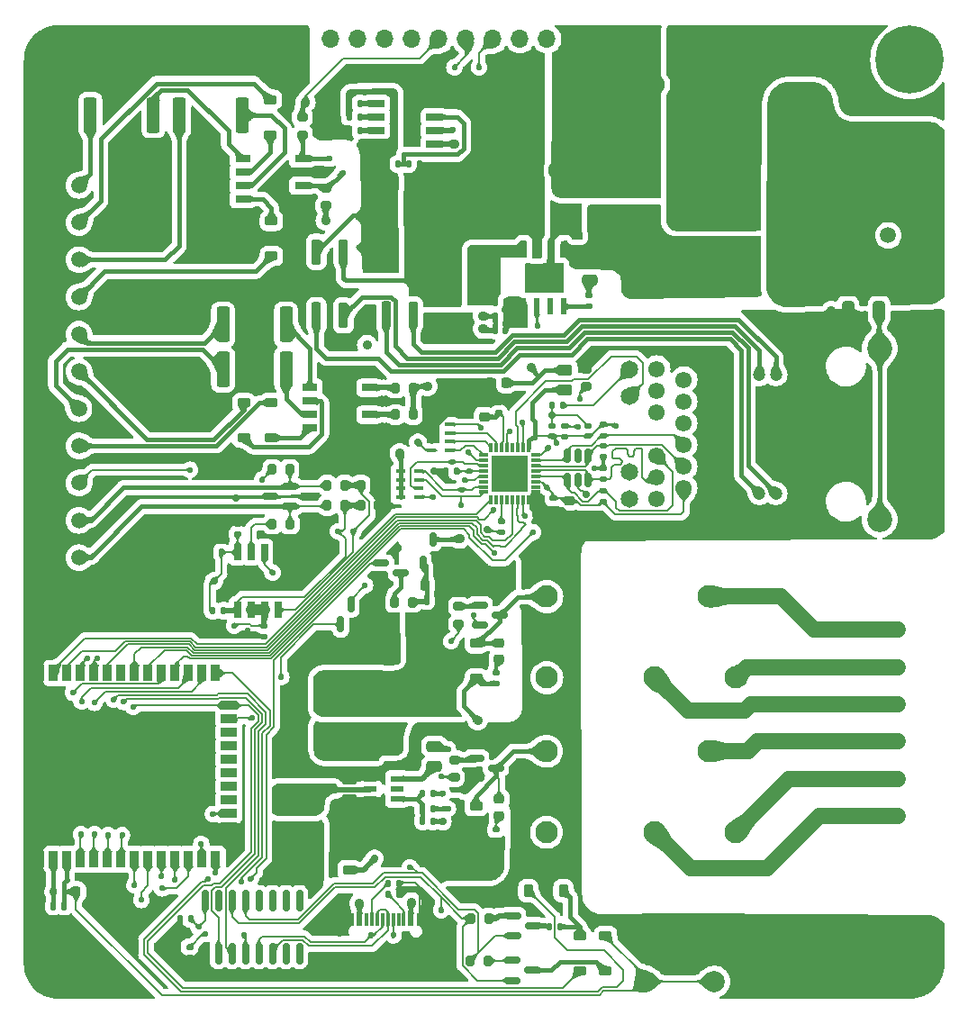
<source format=gtl>
G04 #@! TF.GenerationSoftware,KiCad,Pcbnew,7.0.8*
G04 #@! TF.CreationDate,2024-01-02T14:17:18+01:00*
G04 #@! TF.ProjectId,ESP32-POE-Wiegand-Relay-REV-B,45535033-322d-4504-9f45-2d5769656761,rev?*
G04 #@! TF.SameCoordinates,Original*
G04 #@! TF.FileFunction,Copper,L1,Top*
G04 #@! TF.FilePolarity,Positive*
%FSLAX46Y46*%
G04 Gerber Fmt 4.6, Leading zero omitted, Abs format (unit mm)*
G04 Created by KiCad (PCBNEW 7.0.8) date 2024-01-02 14:17:18*
%MOMM*%
%LPD*%
G01*
G04 APERTURE LIST*
G04 Aperture macros list*
%AMRoundRect*
0 Rectangle with rounded corners*
0 $1 Rounding radius*
0 $2 $3 $4 $5 $6 $7 $8 $9 X,Y pos of 4 corners*
0 Add a 4 corners polygon primitive as box body*
4,1,4,$2,$3,$4,$5,$6,$7,$8,$9,$2,$3,0*
0 Add four circle primitives for the rounded corners*
1,1,$1+$1,$2,$3*
1,1,$1+$1,$4,$5*
1,1,$1+$1,$6,$7*
1,1,$1+$1,$8,$9*
0 Add four rect primitives between the rounded corners*
20,1,$1+$1,$2,$3,$4,$5,0*
20,1,$1+$1,$4,$5,$6,$7,0*
20,1,$1+$1,$6,$7,$8,$9,0*
20,1,$1+$1,$8,$9,$2,$3,0*%
G04 Aperture macros list end*
G04 #@! TA.AperFunction,SMDPad,CuDef*
%ADD10R,1.250000X0.600000*%
G04 #@! TD*
G04 #@! TA.AperFunction,SMDPad,CuDef*
%ADD11RoundRect,0.225000X-0.225000X1.025000X-0.225000X-1.025000X0.225000X-1.025000X0.225000X1.025000X0*%
G04 #@! TD*
G04 #@! TA.AperFunction,SMDPad,CuDef*
%ADD12RoundRect,0.225000X-0.225000X0.975000X-0.225000X-0.975000X0.225000X-0.975000X0.225000X0.975000X0*%
G04 #@! TD*
G04 #@! TA.AperFunction,SMDPad,CuDef*
%ADD13RoundRect,0.225000X-0.375000X0.225000X-0.375000X-0.225000X0.375000X-0.225000X0.375000X0.225000X0*%
G04 #@! TD*
G04 #@! TA.AperFunction,SMDPad,CuDef*
%ADD14R,0.900000X0.400000*%
G04 #@! TD*
G04 #@! TA.AperFunction,SMDPad,CuDef*
%ADD15R,0.300000X0.850000*%
G04 #@! TD*
G04 #@! TA.AperFunction,SMDPad,CuDef*
%ADD16R,0.850000X0.300000*%
G04 #@! TD*
G04 #@! TA.AperFunction,SMDPad,CuDef*
%ADD17R,3.400000X3.400000*%
G04 #@! TD*
G04 #@! TA.AperFunction,SMDPad,CuDef*
%ADD18RoundRect,0.200000X-0.200000X-0.275000X0.200000X-0.275000X0.200000X0.275000X-0.200000X0.275000X0*%
G04 #@! TD*
G04 #@! TA.AperFunction,SMDPad,CuDef*
%ADD19R,4.100000X4.100000*%
G04 #@! TD*
G04 #@! TA.AperFunction,SMDPad,CuDef*
%ADD20RoundRect,0.250000X-0.362500X-1.425000X0.362500X-1.425000X0.362500X1.425000X-0.362500X1.425000X0*%
G04 #@! TD*
G04 #@! TA.AperFunction,SMDPad,CuDef*
%ADD21RoundRect,0.150000X-0.587500X-0.150000X0.587500X-0.150000X0.587500X0.150000X-0.587500X0.150000X0*%
G04 #@! TD*
G04 #@! TA.AperFunction,SMDPad,CuDef*
%ADD22RoundRect,0.250000X1.000000X0.650000X-1.000000X0.650000X-1.000000X-0.650000X1.000000X-0.650000X0*%
G04 #@! TD*
G04 #@! TA.AperFunction,SMDPad,CuDef*
%ADD23RoundRect,0.250000X-0.475000X0.250000X-0.475000X-0.250000X0.475000X-0.250000X0.475000X0.250000X0*%
G04 #@! TD*
G04 #@! TA.AperFunction,SMDPad,CuDef*
%ADD24RoundRect,0.250000X1.400000X1.000000X-1.400000X1.000000X-1.400000X-1.000000X1.400000X-1.000000X0*%
G04 #@! TD*
G04 #@! TA.AperFunction,SMDPad,CuDef*
%ADD25R,1.528000X0.650000*%
G04 #@! TD*
G04 #@! TA.AperFunction,SMDPad,CuDef*
%ADD26RoundRect,0.135000X-0.185000X0.135000X-0.185000X-0.135000X0.185000X-0.135000X0.185000X0.135000X0*%
G04 #@! TD*
G04 #@! TA.AperFunction,SMDPad,CuDef*
%ADD27RoundRect,0.225000X-0.250000X0.225000X-0.250000X-0.225000X0.250000X-0.225000X0.250000X0.225000X0*%
G04 #@! TD*
G04 #@! TA.AperFunction,SMDPad,CuDef*
%ADD28RoundRect,0.218750X-0.256250X0.218750X-0.256250X-0.218750X0.256250X-0.218750X0.256250X0.218750X0*%
G04 #@! TD*
G04 #@! TA.AperFunction,SMDPad,CuDef*
%ADD29RoundRect,0.135000X-0.135000X-0.185000X0.135000X-0.185000X0.135000X0.185000X-0.135000X0.185000X0*%
G04 #@! TD*
G04 #@! TA.AperFunction,ComponentPad*
%ADD30C,1.500000*%
G04 #@! TD*
G04 #@! TA.AperFunction,SMDPad,CuDef*
%ADD31R,5.700000X1.700000*%
G04 #@! TD*
G04 #@! TA.AperFunction,SMDPad,CuDef*
%ADD32RoundRect,0.250000X0.475000X-0.250000X0.475000X0.250000X-0.475000X0.250000X-0.475000X-0.250000X0*%
G04 #@! TD*
G04 #@! TA.AperFunction,ComponentPad*
%ADD33R,1.600000X1.600000*%
G04 #@! TD*
G04 #@! TA.AperFunction,ComponentPad*
%ADD34C,1.600000*%
G04 #@! TD*
G04 #@! TA.AperFunction,SMDPad,CuDef*
%ADD35RoundRect,0.150000X0.150000X-0.512500X0.150000X0.512500X-0.150000X0.512500X-0.150000X-0.512500X0*%
G04 #@! TD*
G04 #@! TA.AperFunction,SMDPad,CuDef*
%ADD36RoundRect,0.200000X0.200000X0.275000X-0.200000X0.275000X-0.200000X-0.275000X0.200000X-0.275000X0*%
G04 #@! TD*
G04 #@! TA.AperFunction,SMDPad,CuDef*
%ADD37RoundRect,0.140000X0.170000X-0.140000X0.170000X0.140000X-0.170000X0.140000X-0.170000X-0.140000X0*%
G04 #@! TD*
G04 #@! TA.AperFunction,SMDPad,CuDef*
%ADD38RoundRect,0.135000X0.135000X0.185000X-0.135000X0.185000X-0.135000X-0.185000X0.135000X-0.185000X0*%
G04 #@! TD*
G04 #@! TA.AperFunction,ComponentPad*
%ADD39C,6.400000*%
G04 #@! TD*
G04 #@! TA.AperFunction,SMDPad,CuDef*
%ADD40RoundRect,0.225000X0.225000X0.375000X-0.225000X0.375000X-0.225000X-0.375000X0.225000X-0.375000X0*%
G04 #@! TD*
G04 #@! TA.AperFunction,SMDPad,CuDef*
%ADD41RoundRect,0.135000X0.185000X-0.135000X0.185000X0.135000X-0.185000X0.135000X-0.185000X-0.135000X0*%
G04 #@! TD*
G04 #@! TA.AperFunction,SMDPad,CuDef*
%ADD42R,0.900000X1.500000*%
G04 #@! TD*
G04 #@! TA.AperFunction,SMDPad,CuDef*
%ADD43R,1.500000X0.900000*%
G04 #@! TD*
G04 #@! TA.AperFunction,SMDPad,CuDef*
%ADD44R,0.900000X0.900000*%
G04 #@! TD*
G04 #@! TA.AperFunction,SMDPad,CuDef*
%ADD45RoundRect,0.250000X-0.450000X0.262500X-0.450000X-0.262500X0.450000X-0.262500X0.450000X0.262500X0*%
G04 #@! TD*
G04 #@! TA.AperFunction,SMDPad,CuDef*
%ADD46RoundRect,0.140000X0.140000X0.170000X-0.140000X0.170000X-0.140000X-0.170000X0.140000X-0.170000X0*%
G04 #@! TD*
G04 #@! TA.AperFunction,ComponentPad*
%ADD47R,1.700000X1.700000*%
G04 #@! TD*
G04 #@! TA.AperFunction,ComponentPad*
%ADD48O,1.700000X1.700000*%
G04 #@! TD*
G04 #@! TA.AperFunction,SMDPad,CuDef*
%ADD49R,1.450000X0.700000*%
G04 #@! TD*
G04 #@! TA.AperFunction,SMDPad,CuDef*
%ADD50R,0.600000X1.240000*%
G04 #@! TD*
G04 #@! TA.AperFunction,SMDPad,CuDef*
%ADD51R,0.300000X1.240000*%
G04 #@! TD*
G04 #@! TA.AperFunction,ComponentPad*
%ADD52O,1.000000X2.100000*%
G04 #@! TD*
G04 #@! TA.AperFunction,ComponentPad*
%ADD53O,1.000000X1.800000*%
G04 #@! TD*
G04 #@! TA.AperFunction,ComponentPad*
%ADD54C,1.550000*%
G04 #@! TD*
G04 #@! TA.AperFunction,ComponentPad*
%ADD55C,1.200000*%
G04 #@! TD*
G04 #@! TA.AperFunction,ComponentPad*
%ADD56C,1.650000*%
G04 #@! TD*
G04 #@! TA.AperFunction,ComponentPad*
%ADD57C,2.355000*%
G04 #@! TD*
G04 #@! TA.AperFunction,SMDPad,CuDef*
%ADD58RoundRect,0.225000X0.375000X-0.225000X0.375000X0.225000X-0.375000X0.225000X-0.375000X-0.225000X0*%
G04 #@! TD*
G04 #@! TA.AperFunction,SMDPad,CuDef*
%ADD59RoundRect,0.150000X0.150000X-0.825000X0.150000X0.825000X-0.150000X0.825000X-0.150000X-0.825000X0*%
G04 #@! TD*
G04 #@! TA.AperFunction,ComponentPad*
%ADD60C,2.100000*%
G04 #@! TD*
G04 #@! TA.AperFunction,SMDPad,CuDef*
%ADD61RoundRect,0.225000X0.225000X0.250000X-0.225000X0.250000X-0.225000X-0.250000X0.225000X-0.250000X0*%
G04 #@! TD*
G04 #@! TA.AperFunction,SMDPad,CuDef*
%ADD62R,0.650000X1.528000*%
G04 #@! TD*
G04 #@! TA.AperFunction,SMDPad,CuDef*
%ADD63R,0.600000X1.600000*%
G04 #@! TD*
G04 #@! TA.AperFunction,SMDPad,CuDef*
%ADD64R,3.510000X2.620000*%
G04 #@! TD*
G04 #@! TA.AperFunction,SMDPad,CuDef*
%ADD65RoundRect,0.150000X0.150000X-0.587500X0.150000X0.587500X-0.150000X0.587500X-0.150000X-0.587500X0*%
G04 #@! TD*
G04 #@! TA.AperFunction,SMDPad,CuDef*
%ADD66RoundRect,0.150000X0.587500X0.150000X-0.587500X0.150000X-0.587500X-0.150000X0.587500X-0.150000X0*%
G04 #@! TD*
G04 #@! TA.AperFunction,SMDPad,CuDef*
%ADD67RoundRect,0.140000X-0.170000X0.140000X-0.170000X-0.140000X0.170000X-0.140000X0.170000X0.140000X0*%
G04 #@! TD*
G04 #@! TA.AperFunction,SMDPad,CuDef*
%ADD68RoundRect,0.250000X0.325000X1.100000X-0.325000X1.100000X-0.325000X-1.100000X0.325000X-1.100000X0*%
G04 #@! TD*
G04 #@! TA.AperFunction,SMDPad,CuDef*
%ADD69RoundRect,0.200000X0.275000X-0.200000X0.275000X0.200000X-0.275000X0.200000X-0.275000X-0.200000X0*%
G04 #@! TD*
G04 #@! TA.AperFunction,SMDPad,CuDef*
%ADD70RoundRect,0.200000X-0.275000X0.200000X-0.275000X-0.200000X0.275000X-0.200000X0.275000X0.200000X0*%
G04 #@! TD*
G04 #@! TA.AperFunction,SMDPad,CuDef*
%ADD71RoundRect,0.250000X0.312500X0.625000X-0.312500X0.625000X-0.312500X-0.625000X0.312500X-0.625000X0*%
G04 #@! TD*
G04 #@! TA.AperFunction,SMDPad,CuDef*
%ADD72RoundRect,0.140000X-0.140000X-0.170000X0.140000X-0.170000X0.140000X0.170000X-0.140000X0.170000X0*%
G04 #@! TD*
G04 #@! TA.AperFunction,SMDPad,CuDef*
%ADD73RoundRect,0.250000X-0.325000X-0.650000X0.325000X-0.650000X0.325000X0.650000X-0.325000X0.650000X0*%
G04 #@! TD*
G04 #@! TA.AperFunction,SMDPad,CuDef*
%ADD74RoundRect,0.225000X0.250000X-0.225000X0.250000X0.225000X-0.250000X0.225000X-0.250000X-0.225000X0*%
G04 #@! TD*
G04 #@! TA.AperFunction,SMDPad,CuDef*
%ADD75RoundRect,0.250000X0.250000X0.475000X-0.250000X0.475000X-0.250000X-0.475000X0.250000X-0.475000X0*%
G04 #@! TD*
G04 #@! TA.AperFunction,ComponentPad*
%ADD76C,2.000000*%
G04 #@! TD*
G04 #@! TA.AperFunction,ViaPad*
%ADD77C,0.550000*%
G04 #@! TD*
G04 #@! TA.AperFunction,ViaPad*
%ADD78C,0.900000*%
G04 #@! TD*
G04 #@! TA.AperFunction,ViaPad*
%ADD79C,0.700000*%
G04 #@! TD*
G04 #@! TA.AperFunction,Conductor*
%ADD80C,0.400000*%
G04 #@! TD*
G04 #@! TA.AperFunction,Conductor*
%ADD81C,0.150000*%
G04 #@! TD*
G04 #@! TA.AperFunction,Conductor*
%ADD82C,0.500000*%
G04 #@! TD*
G04 #@! TA.AperFunction,Conductor*
%ADD83C,1.000000*%
G04 #@! TD*
G04 #@! TA.AperFunction,Conductor*
%ADD84C,0.250000*%
G04 #@! TD*
G04 #@! TA.AperFunction,Conductor*
%ADD85C,1.500000*%
G04 #@! TD*
G04 APERTURE END LIST*
D10*
X211300000Y-91600000D03*
X211300000Y-92550000D03*
X211300000Y-93500000D03*
X213800000Y-93500000D03*
X213800000Y-92550000D03*
X213800000Y-91600000D03*
D11*
X206230000Y-48050000D03*
D12*
X208770000Y-48050000D03*
X208770000Y-42050000D03*
X206230000Y-42050000D03*
D13*
X202000000Y-56250000D03*
X202000000Y-59550000D03*
D14*
X215850000Y-65100000D03*
X215850000Y-64300000D03*
X215850000Y-63500000D03*
X215850000Y-62700000D03*
X214150000Y-62700000D03*
X214150000Y-63500000D03*
X214150000Y-64300000D03*
X214150000Y-65100000D03*
D15*
X226150000Y-60450000D03*
X225650000Y-60450000D03*
X225150000Y-60450000D03*
X224650000Y-60450000D03*
X224150000Y-60450000D03*
X223650000Y-60450000D03*
X223150000Y-60450000D03*
X222650000Y-60450000D03*
D16*
X221950000Y-61150000D03*
X221950000Y-61650000D03*
X221950000Y-62150000D03*
X221950000Y-62650000D03*
X221950000Y-63150000D03*
X221950000Y-63650000D03*
X221950000Y-64150000D03*
X221950000Y-64650000D03*
D15*
X222650000Y-65350000D03*
X223150000Y-65350000D03*
X223650000Y-65350000D03*
X224150000Y-65350000D03*
X224650000Y-65350000D03*
X225150000Y-65350000D03*
X225650000Y-65350000D03*
X226150000Y-65350000D03*
D16*
X226850000Y-64650000D03*
X226850000Y-64150000D03*
X226850000Y-63650000D03*
X226850000Y-63150000D03*
X226850000Y-62650000D03*
X226850000Y-62150000D03*
X226850000Y-61650000D03*
X226850000Y-61150000D03*
D17*
X224400000Y-62900000D03*
D18*
X213575000Y-75000000D03*
X215225000Y-75000000D03*
D19*
X244400000Y-43650000D03*
X244400000Y-34150000D03*
D20*
X197437500Y-48900000D03*
X203362500Y-48900000D03*
D21*
X221562500Y-75250000D03*
X221562500Y-77150000D03*
X223437500Y-76200000D03*
D20*
X225147500Y-28900000D03*
X231072500Y-28900000D03*
D22*
X216300000Y-38400000D03*
X212300000Y-38400000D03*
D23*
X217300000Y-88550000D03*
X217300000Y-90450000D03*
D24*
X234750000Y-40250000D03*
X234750000Y-33450000D03*
D25*
X211889000Y-28095000D03*
X211889000Y-29365000D03*
X211889000Y-30635000D03*
X211889000Y-31905000D03*
X217311000Y-31905000D03*
X217311000Y-30635000D03*
X217311000Y-29365000D03*
X217311000Y-28095000D03*
D26*
X223600000Y-67390000D03*
X223600000Y-68410000D03*
D27*
X230000000Y-65425000D03*
X230000000Y-66975000D03*
D28*
X223400000Y-93512500D03*
X223400000Y-95087500D03*
D29*
X212990000Y-102480000D03*
X214010000Y-102480000D03*
D26*
X233200000Y-64490000D03*
X233200000Y-65510000D03*
D30*
X260000000Y-40500000D03*
X260000000Y-37000000D03*
D29*
X196490000Y-75800000D03*
X197510000Y-75800000D03*
D21*
X221225000Y-89650000D03*
X221225000Y-91550000D03*
X223100000Y-90600000D03*
D31*
X209800000Y-88150000D03*
X209800000Y-83650000D03*
D32*
X209300000Y-93550000D03*
X209300000Y-91650000D03*
D33*
X241702651Y-26350000D03*
D34*
X238202651Y-26350000D03*
D18*
X213675000Y-57367500D03*
X215325000Y-57367500D03*
D35*
X216250000Y-71337500D03*
X218150000Y-71337500D03*
X217200000Y-69062500D03*
D22*
X250610000Y-28000000D03*
X246610000Y-28000000D03*
D36*
X212050000Y-65900000D03*
X210400000Y-65900000D03*
D37*
X194300000Y-108380000D03*
X194300000Y-107420000D03*
D38*
X217210000Y-93000000D03*
X216190000Y-93000000D03*
D39*
X182000000Y-109000000D03*
D40*
X229450000Y-102100000D03*
X226150000Y-102100000D03*
D37*
X223400000Y-57180000D03*
X223400000Y-56220000D03*
D41*
X229600000Y-59410000D03*
X229600000Y-58390000D03*
D26*
X201300000Y-77190000D03*
X201300000Y-78210000D03*
D23*
X231910000Y-42850000D03*
X231910000Y-44750000D03*
D36*
X212050000Y-64000000D03*
X210400000Y-64000000D03*
D39*
X262000000Y-109000000D03*
D29*
X216190000Y-94400000D03*
X217210000Y-94400000D03*
D20*
X197437500Y-53100000D03*
X203362500Y-53100000D03*
D29*
X212990000Y-101400000D03*
X214010000Y-101400000D03*
D42*
X180240000Y-99155000D03*
X181510000Y-99155000D03*
X182780000Y-99155000D03*
X184050000Y-99155000D03*
X185320000Y-99155000D03*
X186590000Y-99155000D03*
X187860000Y-99155000D03*
X189130000Y-99155000D03*
X190400000Y-99155000D03*
X191670000Y-99155000D03*
X192940000Y-99155000D03*
X194210000Y-99155000D03*
X195480000Y-99155000D03*
X196750000Y-99155000D03*
D43*
X198000000Y-96120000D03*
X198000000Y-94850000D03*
X198000000Y-93580000D03*
X198000000Y-92310000D03*
X198000000Y-91040000D03*
X198000000Y-89770000D03*
X198000000Y-88500000D03*
X198000000Y-87230000D03*
X198000000Y-85960000D03*
X198000000Y-84690000D03*
D42*
X196750000Y-81655000D03*
X195480000Y-81655000D03*
X194210000Y-81655000D03*
X192940000Y-81655000D03*
X191670000Y-81655000D03*
X190400000Y-81655000D03*
X189130000Y-81655000D03*
X187860000Y-81655000D03*
X186590000Y-81655000D03*
X185320000Y-81655000D03*
X184050000Y-81655000D03*
X182780000Y-81655000D03*
X181510000Y-81655000D03*
X180240000Y-81655000D03*
D44*
X186560000Y-93305000D03*
X187960000Y-93305000D03*
X189360000Y-93305000D03*
X189360000Y-91905000D03*
X189360000Y-90505000D03*
X187960000Y-90505000D03*
X186560000Y-90505000D03*
X186560000Y-91905000D03*
X187960000Y-91905000D03*
D45*
X229600000Y-53187500D03*
X229600000Y-55012500D03*
D37*
X231800000Y-59380000D03*
X231800000Y-58420000D03*
D46*
X219380000Y-62700000D03*
X218420000Y-62700000D03*
D29*
X223030000Y-48130000D03*
X224050000Y-48130000D03*
D47*
X230450000Y-22050000D03*
D48*
X227910000Y-22050000D03*
X225370000Y-22050000D03*
X222830000Y-22050000D03*
X220290000Y-22050000D03*
X217750000Y-22050000D03*
X215210000Y-22050000D03*
X212670000Y-22050000D03*
X210130000Y-22050000D03*
X207590000Y-22050000D03*
D18*
X207250000Y-64000000D03*
X208900000Y-64000000D03*
D30*
X183900000Y-35800000D03*
X183900000Y-39300000D03*
X183900000Y-42800000D03*
X183900000Y-46300000D03*
X183900000Y-49800000D03*
X183900000Y-53300000D03*
X183900000Y-56800000D03*
X183900000Y-60300000D03*
X183900000Y-63800000D03*
X183900000Y-67300000D03*
X183900000Y-70800000D03*
X183900000Y-74300000D03*
X260900000Y-95100000D03*
X260900000Y-91600000D03*
X260900000Y-88100000D03*
X260900000Y-84600000D03*
X260900000Y-81100000D03*
X260900000Y-77600000D03*
D26*
X233200000Y-60300000D03*
X233200000Y-61320000D03*
D29*
X228390000Y-56500000D03*
X229410000Y-56500000D03*
D49*
X205600000Y-54830000D03*
X205600000Y-56100000D03*
X205600000Y-57370000D03*
X205600000Y-58640000D03*
X211200000Y-58640000D03*
X211200000Y-57370000D03*
X211200000Y-56100000D03*
X211200000Y-54830000D03*
D50*
X209500000Y-104810000D03*
X210300000Y-104810000D03*
D51*
X211450000Y-104810000D03*
X212450000Y-104810000D03*
X212950000Y-104810000D03*
X213950000Y-104810000D03*
D50*
X215100000Y-104810000D03*
X215900000Y-104810000D03*
X215900000Y-104810000D03*
X215100000Y-104810000D03*
D51*
X214450000Y-104810000D03*
X213450000Y-104810000D03*
X211950000Y-104810000D03*
X210950000Y-104810000D03*
D50*
X210300000Y-104810000D03*
X209500000Y-104810000D03*
D52*
X208380000Y-105410000D03*
D53*
X208380000Y-109610000D03*
D52*
X217020000Y-105410000D03*
D53*
X217020000Y-109610000D03*
D35*
X229850000Y-63537500D03*
X230800000Y-63537500D03*
X231750000Y-63537500D03*
X231750000Y-61262500D03*
X230800000Y-61262500D03*
X229850000Y-61262500D03*
D54*
X240780000Y-54080000D03*
X240780000Y-56120000D03*
X240780000Y-58160000D03*
X240780000Y-60200000D03*
X240780000Y-62240000D03*
X240780000Y-64280000D03*
X238240000Y-53060000D03*
X238240000Y-55100000D03*
X238240000Y-57140000D03*
X238240000Y-61220000D03*
X238240000Y-63260000D03*
X238240000Y-65300000D03*
D55*
X247890000Y-53590000D03*
X247890000Y-64770000D03*
X249420000Y-53590000D03*
X249420000Y-64770000D03*
D56*
X235700000Y-53085000D03*
X235700000Y-55625000D03*
X235700000Y-62735000D03*
X235700000Y-65275000D03*
D57*
X259190000Y-51115000D03*
X259190000Y-67245000D03*
D58*
X233400000Y-109650000D03*
X233400000Y-106350000D03*
X202000000Y-42450000D03*
X202000000Y-39150000D03*
D33*
X226827621Y-34400000D03*
D34*
X228827621Y-34400000D03*
D18*
X202087500Y-67650000D03*
X203737500Y-67650000D03*
D13*
X199400000Y-56250000D03*
X199400000Y-59550000D03*
D18*
X220775000Y-104700000D03*
X222425000Y-104700000D03*
D38*
X213900000Y-33800000D03*
X212880000Y-33800000D03*
D59*
X195745000Y-108005000D03*
X197015000Y-108005000D03*
X198285000Y-108005000D03*
X199555000Y-108005000D03*
X200825000Y-108005000D03*
X202095000Y-108005000D03*
X203365000Y-108005000D03*
X204635000Y-108005000D03*
X204635000Y-103055000D03*
X203365000Y-103055000D03*
X202095000Y-103055000D03*
X200825000Y-103055000D03*
X199555000Y-103055000D03*
X198285000Y-103055000D03*
X197015000Y-103055000D03*
X195745000Y-103055000D03*
D58*
X221280000Y-82167500D03*
X221280000Y-78867500D03*
D60*
X227860000Y-96620000D03*
X238020000Y-96620000D03*
X245640000Y-96620000D03*
X243100000Y-89000000D03*
X227860000Y-89000000D03*
D61*
X224075000Y-54400000D03*
X222525000Y-54400000D03*
D21*
X212300000Y-71300000D03*
X212300000Y-73200000D03*
X214175000Y-72250000D03*
D62*
X198795000Y-75711000D03*
X200065000Y-75711000D03*
X201335000Y-75711000D03*
X202605000Y-75711000D03*
X202605000Y-70289000D03*
X201335000Y-70289000D03*
X200065000Y-70289000D03*
X198795000Y-70289000D03*
D21*
X224662500Y-108650000D03*
X224662500Y-110550000D03*
X226537500Y-109600000D03*
D63*
X229510000Y-41800000D03*
X228240000Y-41800000D03*
X226970000Y-41800000D03*
X225700000Y-41800000D03*
X225700000Y-47200000D03*
X226970000Y-47200000D03*
X228240000Y-47200000D03*
X229510000Y-47200000D03*
D64*
X227605000Y-44500000D03*
D65*
X208520000Y-77077500D03*
X210420000Y-77077500D03*
X209470000Y-75202500D03*
D38*
X229130000Y-105467500D03*
X228110000Y-105467500D03*
D13*
X209300000Y-96850000D03*
X209300000Y-100150000D03*
D66*
X203750000Y-66000000D03*
X203750000Y-64100000D03*
X201875000Y-65050000D03*
D67*
X198800000Y-67620000D03*
X198800000Y-68580000D03*
D60*
X227900000Y-82085000D03*
X238060000Y-82085000D03*
X245680000Y-82085000D03*
X243140000Y-74465000D03*
X227900000Y-74465000D03*
D18*
X207250000Y-65900000D03*
X208900000Y-65900000D03*
D68*
X215975000Y-79600000D03*
X213025000Y-79600000D03*
D13*
X201900000Y-27750000D03*
X201900000Y-31050000D03*
D14*
X218750000Y-60700000D03*
X218750000Y-59900000D03*
X218750000Y-59100000D03*
X218750000Y-58300000D03*
X217050000Y-58300000D03*
X217050000Y-59100000D03*
X217050000Y-59900000D03*
X217050000Y-60700000D03*
D18*
X202075000Y-62500000D03*
X203725000Y-62500000D03*
D58*
X221230000Y-97470000D03*
X221230000Y-94170000D03*
D38*
X224030000Y-46800000D03*
X223010000Y-46800000D03*
D20*
X193337500Y-29200000D03*
X199262500Y-29200000D03*
D69*
X219600000Y-77025000D03*
X219600000Y-75375000D03*
D41*
X233200000Y-59320000D03*
X233200000Y-58300000D03*
D67*
X228500000Y-65220000D03*
X228500000Y-66180000D03*
D49*
X199300000Y-33295000D03*
X199300000Y-34565000D03*
X199300000Y-35835000D03*
X199300000Y-37105000D03*
X204900000Y-37105000D03*
X204900000Y-35835000D03*
X204900000Y-34565000D03*
X204900000Y-33295000D03*
D29*
X209311000Y-28095000D03*
X210331000Y-28095000D03*
D28*
X223400000Y-78812500D03*
X223400000Y-80387500D03*
D70*
X207100000Y-36075000D03*
X207100000Y-37725000D03*
D26*
X223100000Y-96390000D03*
X223100000Y-97410000D03*
D46*
X217180000Y-95600000D03*
X216220000Y-95600000D03*
D29*
X209301000Y-30635000D03*
X210321000Y-30635000D03*
D71*
X230010000Y-39000000D03*
X227085000Y-39000000D03*
D26*
X223100000Y-81590000D03*
X223100000Y-82610000D03*
D38*
X217610000Y-74900000D03*
X216590000Y-74900000D03*
D39*
X262000000Y-24000000D03*
D72*
X223030000Y-49450000D03*
X223990000Y-49450000D03*
D18*
X213675000Y-54867500D03*
X215325000Y-54867500D03*
D38*
X215920000Y-33800000D03*
X214900000Y-33800000D03*
D69*
X219200000Y-91450000D03*
X219200000Y-89800000D03*
X231600000Y-54725000D03*
X231600000Y-53075000D03*
D61*
X217975000Y-73400000D03*
X216425000Y-73400000D03*
D18*
X220675000Y-108700000D03*
X222325000Y-108700000D03*
D39*
X182000000Y-24000000D03*
D73*
X256200000Y-47600000D03*
X259150000Y-47600000D03*
D37*
X228400000Y-59380000D03*
X228400000Y-58420000D03*
D74*
X222000000Y-57575000D03*
X222000000Y-56025000D03*
D72*
X193440000Y-104780000D03*
X194400000Y-104780000D03*
D75*
X215400000Y-35600000D03*
X213500000Y-35600000D03*
D72*
X196320000Y-70300000D03*
X197280000Y-70300000D03*
D29*
X181490000Y-103600000D03*
X182510000Y-103600000D03*
D61*
X185175000Y-102200000D03*
X183625000Y-102200000D03*
D20*
X184975000Y-29200000D03*
X190900000Y-29200000D03*
D69*
X204900000Y-31050000D03*
X204900000Y-29400000D03*
D76*
X243650000Y-110650000D03*
X237150000Y-110650000D03*
X243650000Y-106150000D03*
X237150000Y-106150000D03*
D21*
X224725000Y-104450000D03*
X224725000Y-106350000D03*
X226600000Y-105400000D03*
D41*
X231810000Y-47210000D03*
X231810000Y-46190000D03*
D11*
X212780000Y-47950000D03*
D12*
X215320000Y-47950000D03*
X215320000Y-41950000D03*
X212780000Y-41950000D03*
D29*
X209301000Y-29365000D03*
X210321000Y-29365000D03*
D13*
X231000000Y-106350000D03*
X231000000Y-109650000D03*
D41*
X233200000Y-63410000D03*
X233200000Y-62390000D03*
D77*
X226400000Y-45400000D03*
X227200000Y-45400000D03*
X228000000Y-45400000D03*
X228800000Y-45400000D03*
X214000000Y-69900000D03*
D78*
X264300000Y-66300000D03*
X261600000Y-66300000D03*
X264300000Y-52100000D03*
X261700000Y-52100000D03*
D77*
X219100000Y-48900000D03*
X219100000Y-49900000D03*
X222000000Y-43000000D03*
X209500000Y-80400000D03*
X203600000Y-84100000D03*
X192600000Y-93300000D03*
D79*
X217300000Y-62700000D03*
D77*
X190600000Y-91300000D03*
X185400000Y-88200000D03*
X190600000Y-89200000D03*
X204300000Y-100100000D03*
X222000000Y-44800000D03*
X192600000Y-89200000D03*
X204500000Y-85000000D03*
D78*
X220177314Y-92643950D03*
D79*
X232500000Y-51300000D03*
D77*
X221100000Y-43900000D03*
X187500000Y-89200000D03*
X203100000Y-97300000D03*
X189500000Y-89200000D03*
X191600000Y-90300000D03*
X190600000Y-90300000D03*
X184400000Y-89200000D03*
X183400000Y-92300000D03*
X190600000Y-92300000D03*
X213100000Y-76400000D03*
X205100000Y-100100000D03*
X192600000Y-90300000D03*
X233100000Y-26300000D03*
X218600000Y-94400000D03*
X233100000Y-29300000D03*
X189500000Y-88200000D03*
X222000000Y-43900000D03*
X191600000Y-88200000D03*
X211300000Y-79500000D03*
D79*
X193080000Y-109110000D03*
D77*
X203400000Y-100100000D03*
D78*
X219200000Y-31900000D03*
D77*
X191600000Y-87200000D03*
X235100000Y-26300000D03*
X235100000Y-27300000D03*
X191600000Y-89200000D03*
D78*
X226900000Y-66800000D03*
D77*
X211300000Y-80400000D03*
D79*
X228400000Y-57400000D03*
D77*
X186500000Y-88200000D03*
X190600000Y-87200000D03*
X183400000Y-90300000D03*
X185400000Y-89200000D03*
X212200000Y-77300000D03*
X185400000Y-90300000D03*
X184400000Y-92300000D03*
X222000000Y-42100000D03*
X205700000Y-97300000D03*
X221100000Y-46600000D03*
D78*
X212000000Y-74900000D03*
D77*
X203600000Y-83200000D03*
X209500000Y-79500000D03*
X234100000Y-27300000D03*
D79*
X208900000Y-57000000D03*
D77*
X204300000Y-101000000D03*
X222000000Y-46600000D03*
X190600000Y-94300000D03*
X190600000Y-95300000D03*
X185500000Y-95300000D03*
X192600000Y-95300000D03*
X183400000Y-91300000D03*
X186500000Y-94300000D03*
X233100000Y-27300000D03*
X233100000Y-31300000D03*
D79*
X196800000Y-68100000D03*
D77*
X192600000Y-94300000D03*
X203400000Y-101000000D03*
X191600000Y-93300000D03*
X188500000Y-89200000D03*
X208600000Y-79500000D03*
X235100000Y-31300000D03*
X233100000Y-28300000D03*
X221100000Y-42100000D03*
X233100000Y-30300000D03*
X190600000Y-93300000D03*
X186500000Y-95300000D03*
X192600000Y-92300000D03*
X188500000Y-87200000D03*
X183400000Y-89200000D03*
X221100000Y-43000000D03*
X184400000Y-91300000D03*
D79*
X204100000Y-70300000D03*
D77*
X235100000Y-30300000D03*
X192600000Y-87200000D03*
X189500000Y-95300000D03*
X234100000Y-30300000D03*
X234100000Y-26300000D03*
X208600000Y-80400000D03*
X189500000Y-87200000D03*
X235100000Y-28300000D03*
X184400000Y-88200000D03*
X188500000Y-95300000D03*
X221000000Y-76200000D03*
D78*
X220800000Y-54500000D03*
D77*
X234100000Y-31300000D03*
X188500000Y-94300000D03*
X187500000Y-94300000D03*
X184400000Y-87200000D03*
X185200000Y-103300000D03*
X212200000Y-76400000D03*
X222000000Y-45700000D03*
X210400000Y-78600000D03*
X207600000Y-80400000D03*
X183400000Y-93300000D03*
X203900000Y-97300000D03*
X202500000Y-100100000D03*
X184400000Y-93300000D03*
X191600000Y-91300000D03*
X185400000Y-94300000D03*
X234100000Y-29300000D03*
X190600000Y-88200000D03*
X204500000Y-84100000D03*
X184400000Y-94300000D03*
X235100000Y-29300000D03*
X203600000Y-85000000D03*
X183400000Y-87200000D03*
X188500000Y-88200000D03*
X199800000Y-77624500D03*
D79*
X196500000Y-96100000D03*
X231583411Y-64833411D03*
D77*
X212300000Y-62700000D03*
X187500000Y-95300000D03*
X191600000Y-95300000D03*
X221100000Y-45700000D03*
X185400000Y-93300000D03*
X183400000Y-88200000D03*
D78*
X224400000Y-63000000D03*
D77*
X189500000Y-94300000D03*
X204800000Y-97300000D03*
X204800000Y-96400000D03*
X204500000Y-83200000D03*
X213100000Y-77300000D03*
D78*
X254650000Y-47600000D03*
D77*
X187500000Y-88200000D03*
X206700000Y-79500000D03*
X187500000Y-87200000D03*
X210400000Y-79500000D03*
X186500000Y-87200000D03*
X206700000Y-80400000D03*
X185400000Y-92300000D03*
X191600000Y-94300000D03*
X186500000Y-89200000D03*
X221100000Y-44800000D03*
X185400000Y-91300000D03*
D78*
X206900000Y-34600000D03*
D77*
X207600000Y-79500000D03*
X192600000Y-88200000D03*
X208600000Y-78600000D03*
D78*
X204900000Y-38900000D03*
D77*
X191600000Y-92300000D03*
X209500000Y-78600000D03*
D79*
X198700000Y-65200000D03*
D77*
X185400000Y-87200000D03*
X234100000Y-28300000D03*
X211300000Y-78600000D03*
X203900000Y-96400000D03*
X192600000Y-91300000D03*
X184400000Y-90300000D03*
X210400000Y-80400000D03*
X209900000Y-85200000D03*
X210000000Y-82100000D03*
D78*
X211000000Y-50800000D03*
D77*
X213500000Y-82200000D03*
X214400000Y-85100000D03*
D78*
X216700000Y-54700000D03*
D77*
X208100000Y-82100000D03*
X211000000Y-82100000D03*
X214400000Y-83200000D03*
X213500000Y-83200000D03*
D79*
X181500000Y-102200000D03*
X218100000Y-95600000D03*
D77*
X209000000Y-85200000D03*
X218100000Y-93000000D03*
X213500000Y-84100000D03*
X208000000Y-85200000D03*
D78*
X207100000Y-39100000D03*
D77*
X210900000Y-85200000D03*
X214400000Y-82200000D03*
X214400000Y-84100000D03*
X209100000Y-82100000D03*
D79*
X196600000Y-73000000D03*
D77*
X213500000Y-85100000D03*
D78*
X205200000Y-28000000D03*
D77*
X195800000Y-106200000D03*
X199400000Y-106300000D03*
X186650000Y-96897500D03*
X212650000Y-57370000D03*
X212550000Y-54830000D03*
X187950000Y-96897500D03*
X184100000Y-96800000D03*
X208700000Y-34600000D03*
X207500000Y-33300000D03*
X185350000Y-96797500D03*
X196500000Y-94900000D03*
X208265353Y-68335353D03*
X202924500Y-82010000D03*
X198500500Y-77200000D03*
X200170000Y-85900000D03*
X195400000Y-97700000D03*
X209690000Y-68340000D03*
X185650000Y-80250000D03*
X188100000Y-84374500D03*
X184696601Y-80249500D03*
X187150000Y-84150000D03*
X221500000Y-24700000D03*
X215000000Y-99900000D03*
X228000000Y-60500000D03*
X231000000Y-55875500D03*
X228800000Y-43600000D03*
X226400000Y-44500000D03*
X230800000Y-40500000D03*
X227200000Y-44500000D03*
X227200000Y-43600000D03*
X226400000Y-43600000D03*
X228700000Y-39500000D03*
X228800000Y-44500000D03*
X228000000Y-43600000D03*
X228000000Y-44500000D03*
X230800000Y-37900000D03*
X228700000Y-38500000D03*
X196026192Y-100975500D03*
X199200000Y-101300000D03*
X227000000Y-49000000D03*
X219100000Y-30600000D03*
X217950000Y-103950000D03*
X219200000Y-24700000D03*
X228800000Y-60000000D03*
X227900000Y-64200000D03*
X234350000Y-58400000D03*
X232350000Y-62400000D03*
X255700000Y-36600000D03*
X253700000Y-42600000D03*
X253700000Y-41600000D03*
X253700000Y-38600000D03*
X254700000Y-40600000D03*
X255700000Y-38600000D03*
X255700000Y-39600000D03*
X256700000Y-38600000D03*
X255700000Y-42600000D03*
X253700000Y-40600000D03*
X221800000Y-99900000D03*
X255700000Y-41600000D03*
X254700000Y-42600000D03*
X254700000Y-38600000D03*
X254700000Y-39600000D03*
X253700000Y-37600000D03*
X219800000Y-99900000D03*
X256700000Y-41600000D03*
X253700000Y-39600000D03*
X254700000Y-36600000D03*
X222800000Y-98900000D03*
X256700000Y-37600000D03*
X254700000Y-41600000D03*
X255700000Y-37600000D03*
X256700000Y-42600000D03*
D78*
X221400000Y-86100000D03*
D77*
X253700000Y-36600000D03*
X221800000Y-98900000D03*
X219800000Y-98900000D03*
X220800000Y-98900000D03*
X255700000Y-40600000D03*
X222800000Y-99900000D03*
X254700000Y-37600000D03*
X256700000Y-39600000D03*
X256700000Y-36600000D03*
X256700000Y-40600000D03*
X220800000Y-99900000D03*
X189000000Y-84850000D03*
D78*
X221900000Y-48100000D03*
X221900000Y-49300000D03*
D77*
X218880000Y-78650000D03*
X189120000Y-101590000D03*
X218000000Y-91400000D03*
X189756444Y-103003556D03*
X192940000Y-101124500D03*
X220490000Y-60874500D03*
X217200000Y-65100000D03*
X219000000Y-61800000D03*
X191670000Y-100800000D03*
X223000000Y-70400000D03*
X219800000Y-65900000D03*
X191700000Y-101900000D03*
X219900000Y-64400000D03*
X196750000Y-100426000D03*
X200050000Y-101000000D03*
X202100000Y-72200000D03*
X201100000Y-63475500D03*
X224424500Y-58900000D03*
X226600000Y-68400000D03*
X230800000Y-58490000D03*
X225600000Y-58100000D03*
X210800000Y-73400000D03*
X194350000Y-62550000D03*
X220131844Y-63525500D03*
X221700000Y-58600000D03*
X185350000Y-84450000D03*
X184150000Y-84350000D03*
X183341797Y-83518203D03*
D78*
X214057610Y-60994500D03*
D79*
X222300000Y-68200000D03*
X215785020Y-59985020D03*
D77*
X220600994Y-62674500D03*
D78*
X226400000Y-52900000D03*
X219700000Y-69024500D03*
X215154500Y-103200000D03*
D77*
X195150000Y-105524500D03*
D79*
X211701470Y-99101470D03*
D78*
X210280000Y-103300000D03*
D77*
X211400000Y-106300000D03*
X213500000Y-106300000D03*
X225800000Y-66900000D03*
X222897364Y-66315806D03*
X208200000Y-86700000D03*
X210900000Y-89500000D03*
X204900000Y-92600000D03*
X205800000Y-92600000D03*
X205800000Y-93600000D03*
X204000000Y-94500000D03*
X203100000Y-93600000D03*
X210900000Y-86700000D03*
X210000000Y-86700000D03*
X204000000Y-92600000D03*
X210000000Y-89500000D03*
X212500000Y-86700000D03*
X213500000Y-87600000D03*
X204900000Y-93600000D03*
X204000000Y-93600000D03*
X209100000Y-89500000D03*
X208200000Y-89500000D03*
X218600000Y-88800000D03*
X203100000Y-94500000D03*
X203100000Y-92600000D03*
X205800000Y-94500000D03*
X213500000Y-88600000D03*
X209100000Y-86700000D03*
X204900000Y-94500000D03*
X213500000Y-86700000D03*
D80*
X212100000Y-38600000D02*
X212300000Y-38400000D01*
X209680000Y-38600000D02*
X212100000Y-38600000D01*
X206230000Y-42050000D02*
X209680000Y-38600000D01*
D81*
X228600000Y-104550000D02*
X226150000Y-102100000D01*
X228600000Y-106500000D02*
X228600000Y-104550000D01*
X229800000Y-107700000D02*
X228600000Y-106500000D01*
X233257108Y-107700000D02*
X229800000Y-107700000D01*
X235100000Y-109542892D02*
X233257108Y-107700000D01*
X235100000Y-110600000D02*
X235100000Y-109542892D01*
X234500000Y-111200000D02*
X235100000Y-110600000D01*
X233100000Y-111200000D02*
X234500000Y-111200000D01*
X232700000Y-111600000D02*
X233100000Y-111200000D01*
X195450000Y-101250000D02*
X190050000Y-106650000D01*
X195751692Y-101250000D02*
X195450000Y-101250000D01*
X190050000Y-108150000D02*
X193500000Y-111600000D01*
X196026192Y-100975500D02*
X195751692Y-101250000D01*
X190050000Y-106650000D02*
X190050000Y-108150000D01*
X193500000Y-111600000D02*
X232700000Y-111600000D01*
D80*
X230100000Y-104610000D02*
X230990000Y-105500000D01*
X230100000Y-102750000D02*
X230100000Y-104610000D01*
X229450000Y-102100000D02*
X230100000Y-102750000D01*
D81*
X233400000Y-106400000D02*
X233400000Y-106350000D01*
X237150000Y-110150000D02*
X233400000Y-106400000D01*
X236250000Y-111550000D02*
X237150000Y-110650000D01*
X233244974Y-111550000D02*
X236250000Y-111550000D01*
X237150000Y-110650000D02*
X237150000Y-110150000D01*
X232844974Y-111950000D02*
X233244974Y-111550000D01*
X183625000Y-103865000D02*
X191710000Y-111950000D01*
X191710000Y-111950000D02*
X232844974Y-111950000D01*
X183625000Y-102200000D02*
X183625000Y-103865000D01*
X237150000Y-110650000D02*
X243650000Y-110650000D01*
X212050000Y-65900000D02*
X212050000Y-62950000D01*
D82*
X185175000Y-102200000D02*
X185175000Y-103275000D01*
D81*
X200210000Y-78210000D02*
X199800000Y-77800000D01*
D80*
X226900000Y-66800000D02*
X227520000Y-66180000D01*
X186560000Y-91905000D02*
X186560000Y-93305000D01*
X230000000Y-66900000D02*
X229280000Y-66180000D01*
X217050000Y-58784314D02*
X217050000Y-59100000D01*
X222000000Y-55700000D02*
X220800000Y-54500000D01*
D81*
X231600000Y-53075000D02*
X231600000Y-52200000D01*
X226850000Y-64650000D02*
X226850000Y-65350000D01*
D82*
X208900000Y-57000000D02*
X208900000Y-56700000D01*
D81*
X231250000Y-64500000D02*
X231050000Y-64500000D01*
D80*
X195200000Y-109765000D02*
X195745000Y-109220000D01*
D81*
X228400000Y-57400000D02*
X228400000Y-58420000D01*
X221000000Y-76200000D02*
X221000000Y-76587500D01*
X231050000Y-64500000D02*
X230800000Y-64250000D01*
D80*
X217050000Y-58300000D02*
X217050000Y-59900000D01*
D81*
X201400000Y-78210000D02*
X200210000Y-78210000D01*
D80*
X226900000Y-66800000D02*
X226850000Y-66750000D01*
X193100000Y-109090000D02*
X193080000Y-109110000D01*
D81*
X231583411Y-64833411D02*
X231250000Y-64500000D01*
X226150000Y-65350000D02*
X226850000Y-65350000D01*
X231600000Y-52200000D02*
X232500000Y-51300000D01*
D80*
X189360000Y-91905000D02*
X186560000Y-91905000D01*
D81*
X196500000Y-96100000D02*
X196520000Y-96120000D01*
D80*
X186560000Y-90505000D02*
X186560000Y-93305000D01*
D81*
X204089000Y-70289000D02*
X204100000Y-70300000D01*
X230780000Y-57400000D02*
X228400000Y-57400000D01*
D80*
X222000000Y-56025000D02*
X222000000Y-55700000D01*
X217311000Y-31905000D02*
X219195000Y-31905000D01*
X189360000Y-93305000D02*
X189360000Y-90505000D01*
X226850000Y-66750000D02*
X226850000Y-65350000D01*
X193100000Y-106500000D02*
X193100000Y-109090000D01*
X204900000Y-34565000D02*
X206865000Y-34565000D01*
X193735000Y-109765000D02*
X193080000Y-109110000D01*
X230000000Y-66975000D02*
X230000000Y-66900000D01*
D82*
X185175000Y-103275000D02*
X185200000Y-103300000D01*
D80*
X193440000Y-106160000D02*
X193100000Y-106500000D01*
D81*
X221000000Y-76587500D02*
X221562500Y-77150000D01*
D82*
X202605000Y-70289000D02*
X204089000Y-70289000D01*
D81*
X212037500Y-74937500D02*
X212000000Y-74900000D01*
D80*
X218484314Y-57350000D02*
X217050000Y-58784314D01*
D81*
X212050000Y-62950000D02*
X212300000Y-62700000D01*
X198850000Y-65050000D02*
X198700000Y-65200000D01*
D80*
X256200000Y-47600000D02*
X254650000Y-47600000D01*
X223400000Y-56220000D02*
X222195000Y-56220000D01*
X219400000Y-57350000D02*
X218484314Y-57350000D01*
X222195000Y-56220000D02*
X222000000Y-56025000D01*
X187960000Y-93305000D02*
X187960000Y-90505000D01*
X206865000Y-34565000D02*
X206900000Y-34600000D01*
D81*
X214055000Y-101355000D02*
X215515000Y-101355000D01*
D80*
X195745000Y-109220000D02*
X195745000Y-108005000D01*
D81*
X212000000Y-75497500D02*
X212000000Y-74900000D01*
D80*
X222425000Y-54500000D02*
X222525000Y-54400000D01*
D81*
X196320000Y-70300000D02*
X196320000Y-68580000D01*
D80*
X229280000Y-66180000D02*
X228500000Y-66180000D01*
D81*
X195295000Y-109670000D02*
X195200000Y-109765000D01*
X196320000Y-68580000D02*
X196800000Y-68100000D01*
X230800000Y-64250000D02*
X230800000Y-63537500D01*
X214010000Y-102480000D02*
X214010000Y-101400000D01*
X199800000Y-77800000D02*
X199800000Y-77624500D01*
X197280000Y-67620000D02*
X198800000Y-67620000D01*
D80*
X186560000Y-90505000D02*
X187960000Y-90505000D01*
D81*
X228390000Y-57390000D02*
X228400000Y-57400000D01*
X196520000Y-96120000D02*
X198000000Y-96120000D01*
D80*
X189360000Y-90505000D02*
X189360000Y-91905000D01*
D81*
X214010000Y-101400000D02*
X214055000Y-101355000D01*
D80*
X212300000Y-73200000D02*
X212000000Y-73500000D01*
D82*
X209640000Y-58640000D02*
X211200000Y-58640000D01*
D80*
X212000000Y-73500000D02*
X212000000Y-74900000D01*
D82*
X209500000Y-56100000D02*
X211200000Y-56100000D01*
X208900000Y-57900000D02*
X209640000Y-58640000D01*
D80*
X220800000Y-54500000D02*
X222425000Y-54500000D01*
X227520000Y-66180000D02*
X228500000Y-66180000D01*
X195200000Y-109765000D02*
X193735000Y-109765000D01*
X219195000Y-31905000D02*
X219200000Y-31900000D01*
D81*
X196800000Y-68100000D02*
X197280000Y-67620000D01*
D80*
X218600000Y-94400000D02*
X217210000Y-94400000D01*
D81*
X218420000Y-62700000D02*
X217300000Y-62700000D01*
X193810000Y-108380000D02*
X193080000Y-109110000D01*
X228390000Y-56500000D02*
X228390000Y-57390000D01*
X215900000Y-101740000D02*
X215900000Y-104290000D01*
D80*
X193440000Y-104780000D02*
X193440000Y-106160000D01*
X186560000Y-93305000D02*
X189360000Y-93305000D01*
D82*
X208900000Y-56700000D02*
X209500000Y-56100000D01*
D80*
X220177314Y-92597686D02*
X221225000Y-91550000D01*
D81*
X194300000Y-108380000D02*
X193810000Y-108380000D01*
D80*
X187960000Y-90505000D02*
X189360000Y-90505000D01*
D81*
X231800000Y-58420000D02*
X230780000Y-57400000D01*
D80*
X204900000Y-37105000D02*
X204900000Y-38900000D01*
D82*
X208900000Y-57000000D02*
X208900000Y-57900000D01*
D81*
X210420000Y-77077500D02*
X212000000Y-75497500D01*
D80*
X180175500Y-81590500D02*
X180240000Y-81655000D01*
D81*
X201875000Y-65050000D02*
X198850000Y-65050000D01*
D80*
X220177314Y-92643950D02*
X220177314Y-92597686D01*
D81*
X215515000Y-101355000D02*
X215900000Y-101740000D01*
D80*
X217975000Y-73925000D02*
X217610000Y-74290000D01*
X207100000Y-37725000D02*
X207100000Y-39100000D01*
X181510000Y-102190000D02*
X181500000Y-102200000D01*
X181500000Y-103590000D02*
X181490000Y-103600000D01*
X181500000Y-102200000D02*
X181500000Y-103590000D01*
X205200000Y-28000000D02*
X204900000Y-28300000D01*
X216700000Y-54700000D02*
X215392500Y-54700000D01*
X217975000Y-72525000D02*
X217975000Y-73400000D01*
X215392500Y-54700000D02*
X215225000Y-54867500D01*
D81*
X197280000Y-72320000D02*
X196600000Y-73000000D01*
X205200000Y-28000000D02*
X205200000Y-27400000D01*
D80*
X217210000Y-93000000D02*
X218100000Y-93000000D01*
D81*
X197280000Y-70300000D02*
X198784000Y-70300000D01*
D80*
X218150000Y-71337500D02*
X218150000Y-72350000D01*
X204900000Y-28300000D02*
X204900000Y-29400000D01*
D81*
X198800000Y-68580000D02*
X198800000Y-70284000D01*
X196190000Y-73410000D02*
X196190000Y-75800000D01*
D82*
X215325000Y-54867500D02*
X215325000Y-57367500D01*
D81*
X205200000Y-27400000D02*
X208750000Y-23850000D01*
X215950000Y-23850000D02*
X217750000Y-22050000D01*
X196600000Y-73000000D02*
X196190000Y-73410000D01*
D80*
X218150000Y-72350000D02*
X217975000Y-72525000D01*
D81*
X198784000Y-70300000D02*
X198795000Y-70289000D01*
X215325000Y-54967500D02*
X215225000Y-54867500D01*
D80*
X217180000Y-95600000D02*
X218100000Y-95600000D01*
D81*
X198800000Y-70284000D02*
X198795000Y-70289000D01*
D80*
X217610000Y-74290000D02*
X217610000Y-74900000D01*
X217975000Y-73400000D02*
X217975000Y-73925000D01*
D81*
X197280000Y-70300000D02*
X197280000Y-72320000D01*
X208750000Y-23850000D02*
X215950000Y-23850000D01*
D80*
X181510000Y-99155000D02*
X181510000Y-102190000D01*
X182510000Y-101390000D02*
X182800000Y-101100000D01*
X182510000Y-102200000D02*
X183625000Y-102200000D01*
X182780000Y-101080000D02*
X182780000Y-99155000D01*
X182510000Y-102600000D02*
X182510000Y-102200000D01*
X182510000Y-102200000D02*
X182510000Y-101390000D01*
X182800000Y-101100000D02*
X182780000Y-101080000D01*
X182510000Y-103600000D02*
X182510000Y-102600000D01*
X221280000Y-78867500D02*
X223345000Y-78867500D01*
X221377818Y-78850000D02*
X223437500Y-76790318D01*
X221300000Y-78850000D02*
X221377818Y-78850000D01*
X225137500Y-74500000D02*
X223437500Y-76200000D01*
X223345000Y-78867500D02*
X223400000Y-78812500D01*
X227865000Y-74500000D02*
X225137500Y-74500000D01*
X223437500Y-76790318D02*
X223437500Y-76200000D01*
X227900000Y-74465000D02*
X227865000Y-74500000D01*
D81*
X223400000Y-78812500D02*
X223437500Y-78775000D01*
X223100000Y-91320000D02*
X223400000Y-91620000D01*
D80*
X227860000Y-89000000D02*
X224700000Y-89000000D01*
D81*
X223400000Y-91620000D02*
X223400000Y-93512500D01*
D80*
X224700000Y-89000000D02*
X223100000Y-90600000D01*
X221230000Y-93190000D02*
X223100000Y-91320000D01*
X223100000Y-91320000D02*
X223100000Y-90600000D01*
X221230000Y-94170000D02*
X221230000Y-93190000D01*
D81*
X195520000Y-106200000D02*
X194300000Y-107420000D01*
X195800000Y-106200000D02*
X195520000Y-106200000D01*
X199400000Y-106300000D02*
X199555000Y-106455000D01*
X199555000Y-106455000D02*
X199555000Y-108005000D01*
D80*
X208950000Y-44750000D02*
X216200000Y-44750000D01*
X216300000Y-38400000D02*
X216800000Y-38900000D01*
X217550000Y-43400000D02*
X217550000Y-41650000D01*
X216200000Y-44750000D02*
X217300000Y-43650000D01*
X217200000Y-37500000D02*
X216300000Y-38400000D01*
X216300000Y-38400000D02*
X216300000Y-38000000D01*
X217300000Y-43650000D02*
X217550000Y-43400000D01*
X208770000Y-44570000D02*
X208950000Y-44750000D01*
X208770000Y-42050000D02*
X208770000Y-44570000D01*
X226970000Y-39115000D02*
X227085000Y-39000000D01*
X212300000Y-38400000D02*
X211800000Y-38900000D01*
X209311000Y-29355000D02*
X209301000Y-29365000D01*
X212341000Y-31905000D02*
X211889000Y-31905000D01*
D81*
X186600000Y-96947500D02*
X186650000Y-96897500D01*
X186600000Y-99252500D02*
X186600000Y-96947500D01*
D82*
X211200000Y-57370000D02*
X213672500Y-57370000D01*
D81*
X213672500Y-57370000D02*
X213675000Y-57367500D01*
D82*
X211200000Y-54830000D02*
X213537500Y-54830000D01*
D81*
X187900000Y-99252500D02*
X187900000Y-96947500D01*
X187900000Y-96947500D02*
X187950000Y-96897500D01*
X213537500Y-54830000D02*
X213575000Y-54867500D01*
X184050000Y-99155000D02*
X184050000Y-96850000D01*
X184050000Y-96850000D02*
X184100000Y-96800000D01*
D80*
X204900000Y-35835000D02*
X206860000Y-35835000D01*
X207100000Y-36075000D02*
X207225000Y-36075000D01*
X207225000Y-36075000D02*
X208700000Y-34600000D01*
X206860000Y-35835000D02*
X207100000Y-36075000D01*
X207495000Y-33295000D02*
X207500000Y-33300000D01*
D81*
X185300000Y-96847500D02*
X185350000Y-96797500D01*
X185300000Y-99152500D02*
X185300000Y-96847500D01*
D80*
X204900000Y-31050000D02*
X204900000Y-33295000D01*
X204900000Y-33295000D02*
X207495000Y-33295000D01*
D81*
X196500000Y-94900000D02*
X196550000Y-94850000D01*
X208265353Y-68335353D02*
X208653557Y-68335353D01*
X205114432Y-74500000D02*
X199242000Y-74500000D01*
X208653557Y-68335353D02*
X208900000Y-68088910D01*
X208950000Y-69020000D02*
X208950000Y-70664432D01*
X208265353Y-68335353D02*
X208950000Y-69020000D01*
X208900000Y-68088910D02*
X208900000Y-65900000D01*
X196550000Y-94850000D02*
X198000000Y-94850000D01*
D82*
X197510000Y-75800000D02*
X198706000Y-75800000D01*
D81*
X198706000Y-75800000D02*
X198795000Y-75711000D01*
D82*
X208900000Y-65900000D02*
X210400000Y-65900000D01*
D81*
X199242000Y-74500000D02*
X198795000Y-74947000D01*
X198795000Y-74947000D02*
X198795000Y-75711000D01*
X208950000Y-70664432D02*
X205114432Y-74500000D01*
X202900000Y-80150974D02*
X205973474Y-77077500D01*
X202900000Y-81985500D02*
X202900000Y-80150974D01*
X200025747Y-77079500D02*
X198621000Y-77079500D01*
X200136247Y-77190000D02*
X200025747Y-77079500D01*
X205973474Y-77077500D02*
X208520000Y-77077500D01*
X198810000Y-85900000D02*
X198750000Y-85960000D01*
X200170000Y-85900000D02*
X198810000Y-85900000D01*
D82*
X201300000Y-77190000D02*
X201300000Y-75876000D01*
X201300000Y-75876000D02*
X201400000Y-75776000D01*
D81*
X201300000Y-77190000D02*
X200136247Y-77190000D01*
X202924500Y-82010000D02*
X202900000Y-81985500D01*
X198621000Y-77079500D02*
X198500500Y-77200000D01*
X201400000Y-75776000D02*
X201335000Y-75711000D01*
X198750000Y-85960000D02*
X198000000Y-85960000D01*
D83*
X200065000Y-75711000D02*
X201335000Y-75711000D01*
D81*
X204285270Y-75711000D02*
X202605000Y-75711000D01*
X195480000Y-98836090D02*
X195480000Y-99155000D01*
D82*
X208900000Y-64000000D02*
X210400000Y-64000000D01*
D81*
X195400000Y-98756090D02*
X195480000Y-98836090D01*
X209690000Y-70306270D02*
X204285270Y-75711000D01*
X211200000Y-65553248D02*
X211200000Y-66830000D01*
X209690000Y-68340000D02*
X209690000Y-70306270D01*
X210400000Y-64753248D02*
X211200000Y-65553248D01*
X211200000Y-66830000D02*
X209690000Y-68340000D01*
X195400000Y-97700000D02*
X195400000Y-98756090D01*
X210400000Y-64000000D02*
X210400000Y-64753248D01*
X185320000Y-80580000D02*
X185320000Y-81655000D01*
X196350000Y-102143957D02*
X196688957Y-101805000D01*
X200450000Y-86998858D02*
X201145000Y-86303858D01*
X185650000Y-80250000D02*
X185320000Y-80580000D01*
X199613858Y-83965000D02*
X197136090Y-83965000D01*
X197136090Y-83965000D02*
X197001090Y-84100000D01*
X197001090Y-84100000D02*
X188374500Y-84100000D01*
X197300026Y-101805000D02*
X200450000Y-98655026D01*
X196688957Y-101805000D02*
X197300026Y-101805000D01*
X201145000Y-86303858D02*
X201145000Y-85496142D01*
X201145000Y-85496142D02*
X199613858Y-83965000D01*
X196350000Y-103966042D02*
X196350000Y-102143957D01*
X197015000Y-104631042D02*
X196350000Y-103966042D01*
X188374500Y-84100000D02*
X188100000Y-84374500D01*
X197015000Y-108005000D02*
X197015000Y-104631042D01*
X200450000Y-98655026D02*
X200450000Y-86998858D01*
X223100000Y-81590000D02*
X223100000Y-80687500D01*
X223100000Y-80687500D02*
X223400000Y-80387500D01*
X223100000Y-95387500D02*
X223400000Y-95087500D01*
X223100000Y-96390000D02*
X223100000Y-95387500D01*
D80*
X221437500Y-75375000D02*
X221562500Y-75250000D01*
X219600000Y-75375000D02*
X221437500Y-75375000D01*
X221075000Y-89800000D02*
X221225000Y-89650000D01*
X219200000Y-89800000D02*
X221075000Y-89800000D01*
D82*
X223100000Y-104700000D02*
X223350000Y-104450000D01*
X223350000Y-104450000D02*
X224725000Y-104450000D01*
X222425000Y-104700000D02*
X223100000Y-104700000D01*
D80*
X230990000Y-105500000D02*
X230990000Y-106340000D01*
X229130000Y-105467500D02*
X230957500Y-105467500D01*
X230990000Y-106340000D02*
X231000000Y-106350000D01*
X230957500Y-105467500D02*
X230990000Y-105500000D01*
X216500000Y-71587500D02*
X216500000Y-73325000D01*
X216250000Y-71337500D02*
X216500000Y-71587500D01*
X216600000Y-73575000D02*
X216600000Y-74000000D01*
X216590000Y-74900000D02*
X215325000Y-74900000D01*
X216500000Y-73325000D02*
X216425000Y-73400000D01*
X215325000Y-74900000D02*
X215225000Y-75000000D01*
X216425000Y-73400000D02*
X216600000Y-73575000D01*
X216590000Y-74010000D02*
X216590000Y-74900000D01*
X216600000Y-74000000D02*
X216590000Y-74010000D01*
X222000000Y-57575000D02*
X223005000Y-57575000D01*
D81*
X223650000Y-59986090D02*
X223800000Y-59836090D01*
X223800000Y-59836090D02*
X223800000Y-57580000D01*
X223800000Y-57580000D02*
X223400000Y-57180000D01*
X223650000Y-60450000D02*
X223650000Y-59986090D01*
D80*
X223005000Y-57575000D02*
X223400000Y-57180000D01*
D81*
X223600000Y-65400000D02*
X223650000Y-65350000D01*
X223600000Y-67390000D02*
X223600000Y-65400000D01*
X187550000Y-83750000D02*
X196856115Y-83750000D01*
X201495000Y-86448833D02*
X200800000Y-87143832D01*
X196856115Y-83750000D02*
X196991115Y-83615000D01*
X200800000Y-87143832D02*
X200800000Y-98800000D01*
X187150000Y-84150000D02*
X187550000Y-83750000D01*
X200800000Y-98800000D02*
X197710000Y-101890000D01*
X197710000Y-107430000D02*
X198285000Y-108005000D01*
X201495000Y-85351168D02*
X201495000Y-86448833D01*
X196991115Y-83615000D02*
X199758832Y-83615000D01*
X197710000Y-101890000D02*
X197710000Y-107430000D01*
X184050000Y-80896101D02*
X184050000Y-81655000D01*
X184696601Y-80249500D02*
X184050000Y-80896101D01*
X199758832Y-83615000D02*
X201495000Y-85351168D01*
X215750000Y-100455000D02*
X212540200Y-100455000D01*
X221500000Y-24700000D02*
X221500000Y-23380000D01*
X211555200Y-101440000D02*
X207865026Y-101440000D01*
X215000000Y-99900000D02*
X215195000Y-99900000D01*
X215195000Y-99900000D02*
X215750000Y-100455000D01*
X219577487Y-103882513D02*
X216149974Y-100455000D01*
X221104265Y-103882513D02*
X219577487Y-103882513D01*
X224725000Y-106350000D02*
X223025000Y-106350000D01*
X221450000Y-107925000D02*
X221450000Y-104228248D01*
X223025000Y-106350000D02*
X220675000Y-108700000D01*
X221450000Y-104228248D02*
X221104265Y-103882513D01*
X199555000Y-104455000D02*
X199555000Y-103055000D01*
X221500000Y-23380000D02*
X222830000Y-22050000D01*
X207865026Y-101440000D02*
X204475026Y-104830000D01*
X212540200Y-100455000D02*
X211555200Y-101440000D01*
X220675000Y-108700000D02*
X221450000Y-107925000D01*
X204475026Y-104830000D02*
X199930000Y-104830000D01*
X199930000Y-104830000D02*
X199555000Y-104455000D01*
X216149974Y-100455000D02*
X215750000Y-100455000D01*
D80*
X231810000Y-46190000D02*
X231810000Y-44850000D01*
X231810000Y-44850000D02*
X231910000Y-44750000D01*
X224040000Y-46810000D02*
X224030000Y-46800000D01*
X225300000Y-46800000D02*
X225700000Y-47200000D01*
X224030000Y-46800000D02*
X225300000Y-46800000D01*
X224030000Y-48110000D02*
X224050000Y-48130000D01*
X224030000Y-46800000D02*
X224030000Y-48110000D01*
X224050000Y-49390000D02*
X223990000Y-49450000D01*
X224050000Y-48130000D02*
X224050000Y-49390000D01*
D81*
X232650000Y-60300000D02*
X233620000Y-60300000D01*
X233620000Y-60300000D02*
X233750000Y-60170000D01*
X231750000Y-61200000D02*
X232650000Y-60300000D01*
X226850000Y-62150000D02*
X226900000Y-62200000D01*
X238710000Y-60170000D02*
X240780000Y-62240000D01*
X226900000Y-62200000D02*
X231500000Y-62200000D01*
X231500000Y-62200000D02*
X231750000Y-61950000D01*
X233750000Y-60170000D02*
X238710000Y-60170000D01*
X231750000Y-61950000D02*
X231750000Y-61200000D01*
X226900000Y-62100000D02*
X226850000Y-62150000D01*
X226850000Y-61650000D02*
X229462500Y-61650000D01*
X229462500Y-61650000D02*
X229850000Y-61262500D01*
X229850000Y-61262500D02*
X229850000Y-60675000D01*
X229850000Y-60675000D02*
X230275000Y-60250000D01*
X233050000Y-59300000D02*
X239880000Y-59300000D01*
X239880000Y-59300000D02*
X240780000Y-60200000D01*
X232100000Y-60250000D02*
X233050000Y-59300000D01*
X230275000Y-60250000D02*
X232100000Y-60250000D01*
X234400000Y-65500000D02*
X234400000Y-66100000D01*
X231257108Y-65500000D02*
X231800000Y-65500000D01*
X226850000Y-63150000D02*
X229462500Y-63150000D01*
X239730000Y-65908034D02*
X239730000Y-62710000D01*
X234690000Y-66390000D02*
X239248034Y-66390000D01*
X229462500Y-63150000D02*
X229850000Y-63537500D01*
X239248034Y-66390000D02*
X239730000Y-65908034D01*
X239730000Y-62710000D02*
X238240000Y-61220000D01*
X230250000Y-64700000D02*
X230457108Y-64700000D01*
X234400000Y-66100000D02*
X234690000Y-66390000D01*
X229850000Y-63537500D02*
X229850000Y-64300000D01*
X232810000Y-64490000D02*
X233390000Y-64490000D01*
X230457108Y-64700000D02*
X231257108Y-65500000D01*
X231800000Y-65500000D02*
X232810000Y-64490000D01*
X233390000Y-64490000D02*
X234400000Y-65500000D01*
X229850000Y-64300000D02*
X230250000Y-64700000D01*
X231550000Y-62600000D02*
X226900000Y-62600000D01*
X235820000Y-61338341D02*
X235772702Y-61336956D01*
X235867292Y-61336915D02*
X235820000Y-61338341D01*
X235772702Y-61336956D02*
X235682734Y-61307727D01*
X234948615Y-61847296D02*
X234919384Y-61937258D01*
X234252704Y-61498615D02*
X234300000Y-61500000D01*
X234030616Y-62262742D02*
X234001385Y-62352704D01*
X234650000Y-62100000D02*
X234300000Y-62100000D01*
X236033770Y-61252099D02*
X235957247Y-61307690D01*
X234360000Y-60520000D02*
X234086215Y-60793785D01*
X234086215Y-62186215D02*
X234030616Y-62262742D01*
X234787258Y-62069384D02*
X234697296Y-62098615D01*
X234787258Y-61530616D02*
X234863785Y-61586215D01*
X235489384Y-60682742D02*
X235433785Y-60606215D01*
X231700000Y-63300000D02*
X231700000Y-62750000D01*
X236750616Y-60550616D02*
X236282742Y-60550616D01*
X234948615Y-61752704D02*
X234950000Y-61800000D01*
X226900000Y-62600000D02*
X226850000Y-62650000D01*
X234697296Y-61501385D02*
X234787258Y-61530616D01*
X234000000Y-62400000D02*
X234000000Y-63210000D01*
X236118609Y-61085633D02*
X236089371Y-61175584D01*
X235520000Y-60820000D02*
X235518615Y-60772704D01*
X234863785Y-61586215D02*
X234919384Y-61662742D01*
X235606201Y-61252128D02*
X235550592Y-61175603D01*
X234162742Y-61469384D02*
X234252704Y-61498615D01*
X236120000Y-61038341D02*
X236118609Y-61085633D01*
X236206215Y-60606215D02*
X236150616Y-60682742D01*
X236120000Y-60820000D02*
X236120000Y-61038341D01*
X235550592Y-61175603D02*
X235521350Y-61085639D01*
X236282742Y-60550616D02*
X236206215Y-60606215D01*
X234001385Y-62352704D02*
X234000000Y-62400000D01*
X231810000Y-63410000D02*
X231700000Y-63300000D01*
X234086215Y-60793785D02*
X234086215Y-61413785D01*
X234919384Y-61937258D02*
X234863785Y-62013785D01*
X236121385Y-60772704D02*
X236120000Y-60820000D01*
X236089371Y-61175584D02*
X236033770Y-61252099D01*
X235357258Y-60550616D02*
X235267296Y-60521385D01*
X234162742Y-62130616D02*
X234086215Y-62186215D01*
X235521350Y-61085639D02*
X235520000Y-61038341D01*
X234650000Y-61500000D02*
X234697296Y-61501385D01*
X234697296Y-62098615D02*
X234650000Y-62100000D01*
X235682734Y-61307727D02*
X235606201Y-61252128D01*
X231700000Y-62750000D02*
X231550000Y-62600000D01*
X235518615Y-60772704D02*
X235489384Y-60682742D01*
X234300000Y-61500000D02*
X234650000Y-61500000D01*
X237300000Y-63700000D02*
X236850000Y-63250000D01*
X234300000Y-62100000D02*
X234252704Y-62101385D01*
X234086215Y-61413785D02*
X234162742Y-61469384D01*
X234252704Y-62101385D02*
X234162742Y-62130616D01*
X235957247Y-61307690D02*
X235867292Y-61336915D01*
X234000000Y-63210000D02*
X233800000Y-63410000D01*
X237800000Y-63700000D02*
X237300000Y-63700000D01*
X235220000Y-60520000D02*
X234360000Y-60520000D01*
X236850000Y-63250000D02*
X236850000Y-60650000D01*
X233800000Y-63410000D02*
X231810000Y-63410000D01*
X234950000Y-61800000D02*
X234948615Y-61847296D01*
X234919384Y-61662742D02*
X234948615Y-61752704D01*
X236150616Y-60682742D02*
X236121385Y-60772704D01*
X235520000Y-61038341D02*
X235520000Y-60820000D01*
X236850000Y-60650000D02*
X236750616Y-60550616D01*
X234863785Y-62013785D02*
X234787258Y-62069384D01*
X235267296Y-60521385D02*
X235220000Y-60520000D01*
X235433785Y-60606215D02*
X235357258Y-60550616D01*
X238240000Y-63260000D02*
X237800000Y-63700000D01*
D80*
X213575000Y-74175000D02*
X214175000Y-73575000D01*
X214175000Y-73575000D02*
X214175000Y-72250000D01*
X213575000Y-75000000D02*
X213575000Y-74175000D01*
D81*
X228000000Y-60500000D02*
X227350000Y-61150000D01*
X231000000Y-55875500D02*
X231000000Y-55325000D01*
X227350000Y-61150000D02*
X226850000Y-61150000D01*
X231000000Y-55325000D02*
X231600000Y-54725000D01*
D80*
X217311000Y-29365000D02*
X216926314Y-29365000D01*
X219465000Y-29365000D02*
X220050000Y-29950000D01*
X214400000Y-33800000D02*
X213900000Y-33800000D01*
X220050000Y-29950000D02*
X220050000Y-32350000D01*
X217311000Y-29365000D02*
X219465000Y-29365000D01*
X219500000Y-32900000D02*
X214400000Y-32900000D01*
X214900000Y-33800000D02*
X214400000Y-33800000D01*
X214400000Y-32900000D02*
X214400000Y-33800000D01*
X220050000Y-32350000D02*
X219500000Y-32900000D01*
X211889000Y-30635000D02*
X210321000Y-30635000D01*
X211889000Y-28095000D02*
X210331000Y-28095000D01*
X211889000Y-29365000D02*
X210321000Y-29365000D01*
X229510000Y-47200000D02*
X231800000Y-47200000D01*
X231800000Y-47200000D02*
X231810000Y-47210000D01*
D81*
X201845000Y-86593806D02*
X201845000Y-85206194D01*
X199200000Y-101300000D02*
X199200000Y-100894975D01*
X199200000Y-100894975D02*
X201150000Y-98944974D01*
X201150000Y-87288806D02*
X201845000Y-86593806D01*
X198293807Y-81655000D02*
X196750000Y-81655000D01*
X201845000Y-85206194D02*
X198293807Y-81655000D01*
X201150000Y-98944974D02*
X201150000Y-87288806D01*
D82*
X217311000Y-30635000D02*
X219065000Y-30635000D01*
D84*
X226970000Y-48970000D02*
X226970000Y-47200000D01*
D81*
X219065000Y-30635000D02*
X219100000Y-30600000D01*
D84*
X227000000Y-49000000D02*
X226970000Y-48970000D01*
D81*
X221378248Y-110550000D02*
X220000000Y-109171752D01*
X219200000Y-24700000D02*
X220290000Y-23610000D01*
X208010000Y-101790000D02*
X204620000Y-105180000D01*
X224662500Y-110550000D02*
X221378248Y-110550000D01*
X217925000Y-102725000D02*
X216005000Y-100805000D01*
X212685174Y-100805000D02*
X211700174Y-101790000D01*
X220000000Y-105475000D02*
X220775000Y-104700000D01*
X216005000Y-100805000D02*
X212685174Y-100805000D01*
X217950000Y-102750000D02*
X217925000Y-102725000D01*
X220290000Y-23610000D02*
X220290000Y-22050000D01*
X220775000Y-104700000D02*
X219900000Y-104700000D01*
X204620000Y-105180000D02*
X198880000Y-105180000D01*
X217950000Y-103950000D02*
X217950000Y-102750000D01*
X211700174Y-101790000D02*
X208010000Y-101790000D01*
X220000000Y-109171752D02*
X220000000Y-105475000D01*
X198285000Y-104585000D02*
X198285000Y-103055000D01*
X219900000Y-104700000D02*
X217925000Y-102725000D01*
X198880000Y-105180000D02*
X198285000Y-104585000D01*
D80*
X259150000Y-47600000D02*
X259150000Y-51075000D01*
X259190000Y-51115000D02*
X259190000Y-67245000D01*
X259150000Y-51075000D02*
X259190000Y-51115000D01*
D81*
X227463910Y-63800000D02*
X227313910Y-63650000D01*
D80*
X226500000Y-56212500D02*
X227700000Y-55012500D01*
X226500000Y-57739339D02*
X226500000Y-56212500D01*
D81*
X230687134Y-65425000D02*
X231112133Y-65850000D01*
X227900000Y-64200000D02*
X227500000Y-63800000D01*
X232860000Y-65850000D02*
X233200000Y-65510000D01*
D84*
X233200000Y-62390000D02*
X233200000Y-61320000D01*
D81*
X227500000Y-63800000D02*
X227463910Y-63800000D01*
X240780000Y-66450000D02*
X240780000Y-64280000D01*
X231112133Y-65850000D02*
X232860000Y-65850000D01*
D80*
X227700000Y-55012500D02*
X229600000Y-55012500D01*
D81*
X234330000Y-66740000D02*
X240490000Y-66740000D01*
D84*
X233200000Y-58300000D02*
X234250000Y-58300000D01*
D80*
X226800000Y-59510000D02*
X226800000Y-58039339D01*
D84*
X233200000Y-62390000D02*
X232360000Y-62390000D01*
X234250000Y-58300000D02*
X234350000Y-58400000D01*
D81*
X228500000Y-64800000D02*
X227900000Y-64200000D01*
X229795000Y-65220000D02*
X230000000Y-65425000D01*
X232020000Y-59380000D02*
X233100000Y-58300000D01*
X228800000Y-59780000D02*
X228400000Y-59380000D01*
D80*
X226200000Y-59800000D02*
X226200000Y-60450000D01*
D81*
X230000000Y-65250000D02*
X230000000Y-65425000D01*
X226930000Y-59380000D02*
X226800000Y-59510000D01*
D84*
X232360000Y-62390000D02*
X232350000Y-62400000D01*
D81*
X231800000Y-59380000D02*
X228400000Y-59380000D01*
D80*
X226800000Y-59510000D02*
X226490000Y-59510000D01*
D81*
X228800000Y-60000000D02*
X228800000Y-59780000D01*
X228400000Y-59380000D02*
X226930000Y-59380000D01*
X233100000Y-65510000D02*
X234330000Y-66740000D01*
X230000000Y-65425000D02*
X230687134Y-65425000D01*
X231800000Y-59380000D02*
X232020000Y-59380000D01*
X228500000Y-65220000D02*
X229795000Y-65220000D01*
D80*
X226800000Y-58039339D02*
X226500000Y-57739339D01*
D81*
X228500000Y-65220000D02*
X228500000Y-64800000D01*
X227313910Y-63650000D02*
X226850000Y-63650000D01*
X240490000Y-66740000D02*
X240780000Y-66450000D01*
D80*
X226490000Y-59510000D02*
X226200000Y-59800000D01*
X223040000Y-97470000D02*
X223100000Y-97410000D01*
X220097500Y-84797500D02*
X220097500Y-83350000D01*
X221280000Y-82167500D02*
X221722500Y-82610000D01*
X221722500Y-82610000D02*
X223100000Y-82610000D01*
X221400000Y-86100000D02*
X220097500Y-84797500D01*
X221280000Y-82167500D02*
X220097500Y-83350000D01*
X221230000Y-97470000D02*
X221230000Y-97760000D01*
X221230000Y-97470000D02*
X223040000Y-97470000D01*
D81*
X193650000Y-111250000D02*
X190400000Y-108000000D01*
X229400000Y-111250000D02*
X193650000Y-111250000D01*
X189000000Y-84850000D02*
X189160000Y-84690000D01*
X190400000Y-108000000D02*
X190400000Y-106823958D01*
X200100000Y-86853884D02*
X200795000Y-86158884D01*
X200795000Y-86158884D02*
X200795000Y-85641116D01*
X197150026Y-101455000D02*
X197555026Y-101050000D01*
X197555026Y-101050000D02*
X197560052Y-101050000D01*
X196398983Y-101600000D02*
X196543983Y-101455000D01*
X199843884Y-84690000D02*
X198000000Y-84690000D01*
X195623958Y-101600000D02*
X196398983Y-101600000D01*
X196543983Y-101455000D02*
X197150026Y-101455000D01*
X189160000Y-84690000D02*
X198000000Y-84690000D01*
X190400000Y-106823958D02*
X195623958Y-101600000D01*
X231000000Y-109650000D02*
X229400000Y-111250000D01*
X197560052Y-101050000D02*
X200100000Y-98510052D01*
X200100000Y-98510052D02*
X200100000Y-86853884D01*
X200795000Y-85641116D02*
X199843884Y-84690000D01*
X203750000Y-66000000D02*
X207150000Y-66000000D01*
D80*
X183900000Y-70800000D02*
X185000000Y-70800000D01*
D81*
X207150000Y-66000000D02*
X207250000Y-65900000D01*
D80*
X189800000Y-66000000D02*
X203750000Y-66000000D01*
D81*
X203750000Y-66000000D02*
X203750000Y-67637500D01*
X203750000Y-67637500D02*
X203737500Y-67650000D01*
D80*
X185000000Y-70800000D02*
X189800000Y-66000000D01*
X223030000Y-48130000D02*
X221930000Y-48130000D01*
X221800000Y-49300000D02*
X221900000Y-49400000D01*
X221900000Y-49300000D02*
X221800000Y-49300000D01*
X221950000Y-49450000D02*
X221900000Y-49400000D01*
X223030000Y-49450000D02*
X221950000Y-49450000D01*
X221930000Y-48130000D02*
X221900000Y-48100000D01*
X221900000Y-49400000D02*
X221900000Y-49300000D01*
X223030000Y-49450000D02*
X223030000Y-48130000D01*
X200883884Y-56250000D02*
X196833884Y-60300000D01*
X196833884Y-60300000D02*
X183900000Y-60300000D01*
X202000000Y-56250000D02*
X200883884Y-56250000D01*
X206725000Y-59175000D02*
X206725000Y-56225000D01*
X199400000Y-59550000D02*
X200250000Y-60400000D01*
X200250000Y-60400000D02*
X205500000Y-60400000D01*
X205500000Y-60400000D02*
X206725000Y-59175000D01*
X206725000Y-56225000D02*
X206600000Y-56100000D01*
X206600000Y-56100000D02*
X205600000Y-56100000D01*
X199400000Y-56250000D02*
X199400000Y-56885356D01*
X196585356Y-59700000D02*
X190300000Y-59700000D01*
X190300000Y-59700000D02*
X183900000Y-53300000D01*
X199400000Y-56885356D02*
X196585356Y-59700000D01*
D81*
X189130000Y-101580000D02*
X189130000Y-99155000D01*
X219600000Y-77930000D02*
X218880000Y-78650000D01*
X189120000Y-101590000D02*
X189130000Y-101580000D01*
X219600000Y-77025000D02*
X219600000Y-77930000D01*
X218000000Y-91400000D02*
X219150000Y-91400000D01*
X219150000Y-91400000D02*
X219200000Y-91450000D01*
X189756444Y-103003556D02*
X189756444Y-102293556D01*
X189756444Y-102293556D02*
X190400000Y-101650000D01*
X190400000Y-101650000D02*
X190400000Y-99155000D01*
D80*
X205600000Y-58640000D02*
X205532500Y-58572500D01*
X204690000Y-59550000D02*
X205600000Y-58640000D01*
X202000000Y-59550000D02*
X204690000Y-59550000D01*
X186300000Y-43900000D02*
X200550000Y-43900000D01*
X200550000Y-43900000D02*
X202000000Y-42450000D01*
X183900000Y-46300000D02*
X186300000Y-43900000D01*
X200025000Y-34565000D02*
X199300000Y-34565000D01*
X201900000Y-31050000D02*
X201900000Y-32690000D01*
X201900000Y-32690000D02*
X200025000Y-34565000D01*
X185950000Y-31443260D02*
X185950000Y-37250000D01*
X185950000Y-37250000D02*
X183900000Y-39300000D01*
X200375000Y-26225000D02*
X191168260Y-26225000D01*
X201900000Y-27750000D02*
X200375000Y-26225000D01*
X191168260Y-26225000D02*
X185950000Y-31443260D01*
D81*
X221265500Y-61650000D02*
X220490000Y-60874500D01*
X192940000Y-101124500D02*
X192940000Y-99155000D01*
X215850000Y-65100000D02*
X217200000Y-65100000D01*
X221950000Y-61650000D02*
X221265500Y-61650000D01*
X221950000Y-62150000D02*
X221486090Y-62150000D01*
X221486090Y-62150000D02*
X221336090Y-62000000D01*
X220200000Y-62000000D02*
X220000000Y-61800000D01*
X220000000Y-61800000D02*
X219000000Y-61800000D01*
X215850000Y-64300000D02*
X215400000Y-64300000D01*
X215400000Y-64300000D02*
X215125000Y-64025000D01*
X191670000Y-100800000D02*
X191670000Y-99155000D01*
X221336090Y-62000000D02*
X220200000Y-62000000D01*
X215125000Y-64025000D02*
X215125000Y-62386090D01*
X215125000Y-62386090D02*
X215711090Y-61800000D01*
X215711090Y-61800000D02*
X219000000Y-61800000D01*
X220975000Y-68225000D02*
X220580000Y-67830000D01*
X221575000Y-65025000D02*
X219800000Y-65025000D01*
X214075460Y-67830000D02*
X201865460Y-80040000D01*
X220975000Y-68748832D02*
X220975000Y-68225000D01*
X221751168Y-69525000D02*
X220975000Y-68748832D01*
X223000000Y-70400000D02*
X222125000Y-69525000D01*
X221950000Y-64650000D02*
X221575000Y-65025000D01*
X194540000Y-80040000D02*
X194000000Y-79500000D01*
X190400000Y-81050000D02*
X190400000Y-81655000D01*
X219800000Y-65025000D02*
X219800000Y-65900000D01*
X220580000Y-67830000D02*
X214075460Y-67830000D01*
X222125000Y-69525000D02*
X221751168Y-69525000D01*
X201865460Y-80040000D02*
X194540000Y-80040000D01*
X216563359Y-63500000D02*
X215850000Y-63500000D01*
X218088359Y-65025000D02*
X216563359Y-63500000D01*
X191950000Y-79500000D02*
X190400000Y-81050000D01*
X219800000Y-65025000D02*
X218088359Y-65025000D01*
X194000000Y-79500000D02*
X191950000Y-79500000D01*
X219900000Y-64400000D02*
X220805025Y-64400000D01*
X194210000Y-100738384D02*
X194210000Y-99155000D01*
X220805025Y-64400000D02*
X221055025Y-64150000D01*
X221055025Y-64150000D02*
X221950000Y-64150000D01*
X193048384Y-101900000D02*
X194210000Y-100738384D01*
X218100000Y-64400000D02*
X219900000Y-64400000D01*
X215850000Y-62700000D02*
X216400000Y-62700000D01*
X191700000Y-101900000D02*
X193048384Y-101900000D01*
X216400000Y-62700000D02*
X218100000Y-64400000D01*
X200600000Y-100000000D02*
X201500000Y-99100000D01*
X201500000Y-99100000D02*
X201500000Y-87433780D01*
X196750000Y-100426000D02*
X196750000Y-99155000D01*
X202195000Y-80474136D02*
X211369136Y-71300000D01*
X201500000Y-87433780D02*
X202195000Y-86738780D01*
X211369136Y-71300000D02*
X212300000Y-71300000D01*
X202195000Y-86738780D02*
X202195000Y-80474136D01*
X200600000Y-100450000D02*
X200600000Y-100000000D01*
X200050000Y-101000000D02*
X200600000Y-100450000D01*
X201100000Y-63475500D02*
X201100000Y-63475000D01*
X201335000Y-71435000D02*
X202100000Y-72200000D01*
X201335000Y-70289000D02*
X201335000Y-71435000D01*
X201100000Y-63475000D02*
X202075000Y-62500000D01*
X200065000Y-68035000D02*
X200450000Y-67650000D01*
X200065000Y-70289000D02*
X200065000Y-68035000D01*
X200450000Y-67650000D02*
X202087500Y-67650000D01*
D80*
X202000000Y-39150000D02*
X202000000Y-37900000D01*
X202000000Y-37900000D02*
X201205000Y-37105000D01*
X201205000Y-37105000D02*
X199300000Y-37105000D01*
D81*
X220625000Y-68675000D02*
X220625000Y-68893806D01*
X223975000Y-71025000D02*
X226600000Y-68400000D01*
X220625000Y-68893806D02*
X222756194Y-71025000D01*
X224150000Y-60450000D02*
X224150000Y-59174500D01*
X193745000Y-80100000D02*
X194105026Y-80100000D01*
X201977298Y-80310000D02*
X214187298Y-68100000D01*
X192940000Y-81655000D02*
X192940000Y-80905000D01*
X194105026Y-80100000D02*
X194315026Y-80310000D01*
X194315026Y-80310000D02*
X201977298Y-80310000D01*
X222756194Y-71025000D02*
X223975000Y-71025000D01*
X192940000Y-80905000D02*
X193745000Y-80100000D01*
X214187298Y-68100000D02*
X220050000Y-68100000D01*
X220050000Y-68100000D02*
X220625000Y-68675000D01*
X224150000Y-59174500D02*
X224424500Y-58900000D01*
X213628108Y-66750000D02*
X201418108Y-78960000D01*
X184426090Y-78420000D02*
X181510000Y-81336090D01*
X194447352Y-78420000D02*
X184426090Y-78420000D01*
X201418108Y-78960000D02*
X194987352Y-78960000D01*
X194987352Y-78960000D02*
X194447352Y-78420000D01*
X181510000Y-81336090D02*
X181510000Y-81655000D01*
X222650000Y-65350000D02*
X221250000Y-66750000D01*
X221250000Y-66750000D02*
X213628108Y-66750000D01*
X235700000Y-53085000D02*
X232285000Y-56500000D01*
X232285000Y-56500000D02*
X229410000Y-56500000D01*
X230267464Y-54225000D02*
X227815748Y-54225000D01*
X225150000Y-58533884D02*
X225150000Y-60450000D01*
X236300000Y-51900000D02*
X233950000Y-51900000D01*
X227815748Y-54225000D02*
X224975000Y-57065748D01*
X231800000Y-54050000D02*
X230442464Y-54050000D01*
X235700000Y-55625000D02*
X236900000Y-54425000D01*
X233950000Y-51900000D02*
X231800000Y-54050000D01*
X236900000Y-54425000D02*
X236900000Y-52500000D01*
X224975000Y-58358884D02*
X225150000Y-58533884D01*
X230442464Y-54050000D02*
X230267464Y-54225000D01*
X224975000Y-57065748D02*
X224975000Y-58358884D01*
X236900000Y-52500000D02*
X236300000Y-51900000D01*
X230800000Y-58490000D02*
X229800000Y-58490000D01*
X225650000Y-60450000D02*
X225650000Y-58150000D01*
X225650000Y-58150000D02*
X225600000Y-58100000D01*
X185150000Y-62550000D02*
X194350000Y-62550000D01*
X183900000Y-63800000D02*
X185150000Y-62550000D01*
X210800000Y-73400000D02*
X209470000Y-74730000D01*
X209470000Y-74730000D02*
X209470000Y-75202500D01*
D80*
X181700000Y-54600000D02*
X183900000Y-56800000D01*
X195537500Y-51200000D02*
X182800000Y-51200000D01*
X182800000Y-51200000D02*
X181700000Y-52300000D01*
X197437500Y-53100000D02*
X195537500Y-51200000D01*
X181700000Y-52300000D02*
X181700000Y-54600000D01*
X195737500Y-50600000D02*
X184700000Y-50600000D01*
X184700000Y-50600000D02*
X183900000Y-49800000D01*
X197437500Y-48900000D02*
X195737500Y-50600000D01*
X193337500Y-41462500D02*
X192000000Y-42800000D01*
X193337500Y-29200000D02*
X193337500Y-41462500D01*
X192000000Y-42800000D02*
X183900000Y-42800000D01*
X184975000Y-34725000D02*
X183900000Y-35800000D01*
X184975000Y-29200000D02*
X184975000Y-34725000D01*
D85*
X246680000Y-81085000D02*
X260885000Y-81085000D01*
X245680000Y-82085000D02*
X246680000Y-81085000D01*
X260885000Y-81085000D02*
X260900000Y-81100000D01*
X249865000Y-74465000D02*
X243140000Y-74465000D01*
X260885000Y-77585000D02*
X252985000Y-77585000D01*
X252985000Y-77585000D02*
X249865000Y-74465000D01*
X260900000Y-77600000D02*
X260885000Y-77585000D01*
X246524798Y-85200000D02*
X247124798Y-84600000D01*
X238060000Y-82085000D02*
X241175000Y-85200000D01*
X241175000Y-85200000D02*
X246524798Y-85200000D01*
X247124798Y-84600000D02*
X260900000Y-84600000D01*
X260885000Y-91585000D02*
X260900000Y-91600000D01*
X250675000Y-91585000D02*
X260885000Y-91585000D01*
X245640000Y-96620000D02*
X250675000Y-91585000D01*
X247700000Y-88100000D02*
X260900000Y-88100000D01*
X243100000Y-89000000D02*
X246800000Y-89000000D01*
X246800000Y-89000000D02*
X247700000Y-88100000D01*
X238020000Y-96620000D02*
X241400000Y-100000000D01*
X241400000Y-100000000D02*
X248600000Y-100000000D01*
X253500000Y-95100000D02*
X260900000Y-95100000D01*
X248600000Y-100000000D02*
X253500000Y-95100000D01*
D81*
X222325000Y-108700000D02*
X224612500Y-108700000D01*
X224612500Y-108700000D02*
X224662500Y-108650000D01*
D80*
X226600000Y-105400000D02*
X228042500Y-105400000D01*
X228042500Y-105400000D02*
X228110000Y-105467500D01*
D81*
X219780616Y-60700000D02*
X220231116Y-60249500D01*
X221049500Y-60249500D02*
X221950000Y-61150000D01*
X218750000Y-60700000D02*
X219780616Y-60700000D01*
X220231116Y-60249500D02*
X221049500Y-60249500D01*
X218750000Y-59900000D02*
X222100000Y-59900000D01*
X222100000Y-59900000D02*
X222650000Y-60450000D01*
X222263910Y-59100000D02*
X223150000Y-59986090D01*
X218750000Y-59100000D02*
X222263910Y-59100000D01*
X223150000Y-59986090D02*
X223150000Y-60450000D01*
X221700000Y-58600000D02*
X221400000Y-58300000D01*
X221486090Y-63150000D02*
X221950000Y-63150000D01*
X220131844Y-63525500D02*
X221110590Y-63525500D01*
X221110590Y-63525500D02*
X221486090Y-63150000D01*
X221400000Y-58300000D02*
X218750000Y-58300000D01*
X220860000Y-67560000D02*
X221325000Y-68025000D01*
X194651838Y-79770000D02*
X201753622Y-79770000D01*
X213963622Y-67560000D02*
X220860000Y-67560000D01*
X225095096Y-66790288D02*
X225095096Y-66205000D01*
X225095096Y-66205000D02*
X225150000Y-66150096D01*
X189130000Y-79870000D02*
X189770000Y-79230000D01*
X221325000Y-68603858D02*
X221896142Y-69175000D01*
X221896142Y-69175000D02*
X222269974Y-69175000D01*
X189770000Y-79230000D02*
X194111838Y-79230000D01*
X225150000Y-67330000D02*
X225150000Y-66859904D01*
X225519853Y-68184947D02*
X225519853Y-68080000D01*
X223954800Y-69750000D02*
X225519853Y-68184947D01*
X225691836Y-67470661D02*
X225290661Y-67470661D01*
X222844974Y-69750000D02*
X222872081Y-69722893D01*
X201753622Y-79770000D02*
X213963622Y-67560000D01*
X223590000Y-69750000D02*
X223954800Y-69750000D01*
X225910514Y-67689339D02*
X225691836Y-67470661D01*
X222269974Y-69175000D02*
X222844974Y-69750000D01*
X189130000Y-81655000D02*
X189130000Y-79870000D01*
X194111838Y-79230000D02*
X194651838Y-79770000D01*
X225290661Y-67470661D02*
X225150000Y-67330000D01*
X225150000Y-66150096D02*
X225150000Y-65350000D01*
X225150000Y-66859904D02*
X225129904Y-66825096D01*
X225129904Y-66825096D02*
X225095096Y-66790288D01*
X223562893Y-69722893D02*
X223590000Y-69750000D01*
X225519853Y-68080000D02*
X225910514Y-67689339D01*
X222872081Y-69722893D02*
X223562893Y-69722893D01*
X221325000Y-68025000D02*
X221325000Y-68603858D01*
X185350000Y-84450000D02*
X186400000Y-83400000D01*
X186400000Y-83400000D02*
X194485000Y-83400000D01*
X194485000Y-83400000D02*
X195480000Y-82405000D01*
X195480000Y-82405000D02*
X195480000Y-81655000D01*
X184150000Y-83950000D02*
X185050000Y-83050000D01*
X184150000Y-84300000D02*
X184150000Y-83950000D01*
X194210000Y-82090000D02*
X194210000Y-81655000D01*
X185050000Y-83050000D02*
X193250000Y-83050000D01*
X193250000Y-83050000D02*
X194210000Y-82090000D01*
X184180000Y-82680000D02*
X191395000Y-82680000D01*
X183341797Y-83518203D02*
X184180000Y-82680000D01*
X191670000Y-82405000D02*
X191670000Y-81655000D01*
X191395000Y-82680000D02*
X191670000Y-82405000D01*
D80*
X227143750Y-53743750D02*
X226400000Y-53000000D01*
X219662000Y-69062500D02*
X217200000Y-69062500D01*
X219700000Y-69024500D02*
X219662000Y-69062500D01*
X227143750Y-53743750D02*
X227700000Y-53187500D01*
D81*
X220600994Y-62674500D02*
X220575494Y-62700000D01*
D80*
X224075000Y-54400000D02*
X226487500Y-54400000D01*
X226400000Y-53000000D02*
X226400000Y-52900000D01*
D81*
X222400000Y-68300000D02*
X222300000Y-68200000D01*
D80*
X226487500Y-54400000D02*
X227143750Y-53743750D01*
D81*
X216500000Y-60700000D02*
X217050000Y-60700000D01*
X220575494Y-62700000D02*
X219380000Y-62700000D01*
D80*
X214057610Y-60994500D02*
X214150000Y-61086890D01*
D81*
X215785020Y-59985020D02*
X216500000Y-60700000D01*
X223490000Y-68300000D02*
X222400000Y-68300000D01*
X217050000Y-60700000D02*
X217500000Y-60700000D01*
D80*
X214150000Y-61086890D02*
X214150000Y-63900000D01*
D81*
X220600994Y-62674500D02*
X220625494Y-62650000D01*
X223600000Y-68410000D02*
X223490000Y-68300000D01*
D80*
X214150000Y-63900000D02*
X214150000Y-62700000D01*
X214150000Y-65100000D02*
X214150000Y-63900000D01*
D81*
X220625494Y-62650000D02*
X221950000Y-62650000D01*
D80*
X227700000Y-53187500D02*
X229600000Y-53187500D01*
D81*
X203750000Y-62437500D02*
X203737500Y-62450000D01*
D80*
X183900000Y-67300000D02*
X185000000Y-67300000D01*
D81*
X203750000Y-64100000D02*
X207150000Y-64100000D01*
X203750000Y-64100000D02*
X203750000Y-62525000D01*
D80*
X203624500Y-64225500D02*
X203750000Y-64100000D01*
D81*
X207150000Y-64100000D02*
X207250000Y-64000000D01*
D80*
X188074500Y-64225500D02*
X203624500Y-64225500D01*
D81*
X203750000Y-62525000D02*
X203725000Y-62500000D01*
D80*
X185000000Y-67300000D02*
X188074500Y-64225500D01*
X223053676Y-51460000D02*
X224613676Y-49900000D01*
X216060000Y-51460000D02*
X223053676Y-51460000D01*
X249420000Y-51920000D02*
X249420000Y-53590000D01*
X215320000Y-47950000D02*
X215320000Y-50720000D01*
X215320000Y-50720000D02*
X216060000Y-51460000D01*
X229457812Y-49900000D02*
X230957812Y-48400000D01*
X245900000Y-48400000D02*
X249420000Y-51920000D01*
X230957812Y-48400000D02*
X245900000Y-48400000D01*
X224613676Y-49900000D02*
X229457812Y-49900000D01*
X246800000Y-51048528D02*
X246800000Y-62150000D01*
X225110732Y-51100000D02*
X229954868Y-51100000D01*
X231454868Y-49600000D02*
X245351472Y-49600000D01*
X245351472Y-49600000D02*
X246800000Y-51048528D01*
X229954868Y-51100000D02*
X231454868Y-49600000D01*
X212780000Y-47950000D02*
X212780000Y-51480000D01*
X246800000Y-62150000D02*
X249420000Y-64770000D01*
X213960000Y-52660000D02*
X223550732Y-52660000D01*
X212780000Y-51480000D02*
X213960000Y-52660000D01*
X223550732Y-52660000D02*
X225110732Y-51100000D01*
X229706340Y-50500000D02*
X224862204Y-50500000D01*
X247890000Y-53590000D02*
X247890000Y-51290000D01*
X223302204Y-52060000D02*
X214760000Y-52060000D01*
X247890000Y-51290000D02*
X245600000Y-49000000D01*
X213263884Y-46300000D02*
X210520000Y-46300000D01*
X214760000Y-52060000D02*
X213630000Y-50930000D01*
X213630000Y-46666116D02*
X213263884Y-46300000D01*
X224862204Y-50500000D02*
X223302204Y-52060000D01*
X210520000Y-46300000D02*
X208770000Y-48050000D01*
X231206340Y-49000000D02*
X229706340Y-50500000D01*
X245600000Y-49000000D02*
X231206340Y-49000000D01*
X213630000Y-50930000D02*
X213630000Y-46666116D01*
X246200000Y-63080000D02*
X247890000Y-64770000D01*
X230203396Y-51700000D02*
X231703396Y-50200000D01*
X213211472Y-53260000D02*
X223799260Y-53260000D01*
X225359260Y-51700000D02*
X230203396Y-51700000D01*
X207110000Y-52060000D02*
X212011472Y-52060000D01*
X206230000Y-51180000D02*
X207110000Y-52060000D01*
X206230000Y-48050000D02*
X206230000Y-51180000D01*
X212011472Y-52060000D02*
X213211472Y-53260000D01*
X246200000Y-51297056D02*
X246200000Y-63080000D01*
X231703396Y-50200000D02*
X245102944Y-50200000D01*
X223799260Y-53260000D02*
X225359260Y-51700000D01*
X245102944Y-50200000D02*
X246200000Y-51297056D01*
D81*
X195150000Y-105524500D02*
X195745000Y-104929500D01*
D80*
X215154500Y-103200000D02*
X215100000Y-103254500D01*
X210280000Y-103300000D02*
X210280000Y-104790000D01*
X210280000Y-104790000D02*
X210300000Y-104810000D01*
D82*
X209300000Y-100150000D02*
X210652940Y-100150000D01*
D81*
X195745000Y-104929500D02*
X195745000Y-103055000D01*
X195144500Y-105524500D02*
X195150000Y-105524500D01*
X194400000Y-104780000D02*
X195144500Y-105524500D01*
D82*
X210652940Y-100150000D02*
X211701470Y-99101470D01*
D80*
X215100000Y-103254500D02*
X215100000Y-104810000D01*
X229100000Y-108800000D02*
X228300000Y-109600000D01*
X233400000Y-109650000D02*
X232550000Y-108800000D01*
X232550000Y-108800000D02*
X229100000Y-108800000D01*
X228300000Y-109600000D02*
X226537500Y-109600000D01*
D81*
X226537500Y-109600000D02*
X226597500Y-109660000D01*
D80*
X203362500Y-48900000D02*
X205600000Y-51137500D01*
X205600000Y-51137500D02*
X205600000Y-54830000D01*
X205600000Y-57370000D02*
X204875000Y-57370000D01*
X204875000Y-57370000D02*
X203362500Y-55857500D01*
X203362500Y-55857500D02*
X203362500Y-53100000D01*
X205570000Y-57400000D02*
X205600000Y-57370000D01*
X197950000Y-31945000D02*
X199300000Y-33295000D01*
X194125000Y-26825000D02*
X197950000Y-30650000D01*
X190900000Y-29200000D02*
X190900000Y-27525000D01*
X190900000Y-27525000D02*
X191600000Y-26825000D01*
X197950000Y-30650000D02*
X197950000Y-31945000D01*
X191600000Y-26825000D02*
X194125000Y-26825000D01*
X203200000Y-30441852D02*
X203200000Y-32729950D01*
X201958148Y-29200000D02*
X203200000Y-30441852D01*
X199262500Y-29200000D02*
X201958148Y-29200000D01*
X200094950Y-35835000D02*
X199300000Y-35835000D01*
X203200000Y-32729950D02*
X200094950Y-35835000D01*
D81*
X211430000Y-102960000D02*
X212990000Y-101400000D01*
X211450000Y-103685000D02*
X211450000Y-104810000D01*
X211430000Y-103665000D02*
X211450000Y-103685000D01*
X211430000Y-103665000D02*
X211430000Y-102960000D01*
X211618910Y-106300000D02*
X212450000Y-105468910D01*
X210750000Y-106950000D02*
X211400000Y-106300000D01*
X201075000Y-106405000D02*
X205106016Y-106405000D01*
X213450000Y-106510000D02*
X213430000Y-106530000D01*
X212450000Y-105468910D02*
X212450000Y-104810000D01*
X211400000Y-106300000D02*
X211618910Y-106300000D01*
X200825000Y-108005000D02*
X200825000Y-106655000D01*
X205651016Y-106950000D02*
X210750000Y-106950000D01*
X213450000Y-104810000D02*
X213450000Y-106510000D01*
X200825000Y-106655000D02*
X201075000Y-106405000D01*
X205106016Y-106405000D02*
X205651016Y-106950000D01*
X212713910Y-103915000D02*
X212950000Y-104151090D01*
X211950000Y-104151090D02*
X212186090Y-103915000D01*
X212950000Y-105800000D02*
X212950000Y-104810000D01*
X202095000Y-108005000D02*
X202095000Y-107698958D01*
X204961042Y-106755000D02*
X205506042Y-107300000D01*
X211950000Y-104810000D02*
X211950000Y-104151090D01*
X203038958Y-106755000D02*
X204961042Y-106755000D01*
X211450000Y-107300000D02*
X212950000Y-105800000D01*
X212186090Y-103915000D02*
X212713910Y-103915000D01*
X205506042Y-107300000D02*
X211450000Y-107300000D01*
X212950000Y-104151090D02*
X212950000Y-104810000D01*
X202095000Y-107698958D02*
X203038958Y-106755000D01*
X213585000Y-103075000D02*
X212990000Y-102480000D01*
X214450000Y-103940000D02*
X213585000Y-103075000D01*
X214450000Y-104810000D02*
X214450000Y-103940000D01*
X184200000Y-79600000D02*
X182780000Y-81020000D01*
X201529946Y-79230000D02*
X194875514Y-79230000D01*
X187300000Y-79600000D02*
X184200000Y-79600000D01*
X221351838Y-67020000D02*
X213739946Y-67020000D01*
X222897364Y-66315806D02*
X222013170Y-67200000D01*
X221531838Y-67200000D02*
X221351838Y-67020000D01*
X194875514Y-79230000D02*
X194335514Y-78690000D01*
X182780000Y-81020000D02*
X182780000Y-81655000D01*
X194335514Y-78690000D02*
X188210000Y-78690000D01*
X222013170Y-67200000D02*
X221531838Y-67200000D01*
X225650000Y-66750000D02*
X225650000Y-65350000D01*
X213739946Y-67020000D02*
X201529946Y-79230000D01*
X188210000Y-78690000D02*
X187300000Y-79600000D01*
X225800000Y-66900000D02*
X225650000Y-66750000D01*
D82*
X217550000Y-88800000D02*
X217300000Y-88550000D01*
X211250000Y-92600000D02*
X206500000Y-92600000D01*
X218600000Y-88800000D02*
X217550000Y-88800000D01*
X211300000Y-92550000D02*
X211250000Y-92600000D01*
D80*
X216190000Y-94400000D02*
X216190000Y-95570000D01*
X215690000Y-93500000D02*
X216190000Y-94000000D01*
X216190000Y-95570000D02*
X216220000Y-95600000D01*
X216190000Y-94000000D02*
X216190000Y-94400000D01*
X213800000Y-93500000D02*
X215690000Y-93500000D01*
X215690000Y-93500000D02*
X216190000Y-93000000D01*
D82*
X213800000Y-91600000D02*
X216150000Y-91600000D01*
X216150000Y-91600000D02*
X217300000Y-90450000D01*
D81*
X194763676Y-79500000D02*
X194223676Y-78960000D01*
X221240000Y-67290000D02*
X213851784Y-67290000D01*
X221675000Y-68458884D02*
X221675000Y-67725000D01*
X188535000Y-78960000D02*
X186590000Y-80905000D01*
X224009826Y-69200000D02*
X222789948Y-69200000D01*
X222789948Y-69200000D02*
X222414948Y-68825000D01*
X221675000Y-67725000D02*
X221240000Y-67290000D01*
X186590000Y-80905000D02*
X186590000Y-81655000D01*
X224650000Y-68559826D02*
X224009826Y-69200000D01*
X194223676Y-78960000D02*
X188535000Y-78960000D01*
X224650000Y-65350000D02*
X224650000Y-68559826D01*
X213851784Y-67290000D02*
X201641784Y-79500000D01*
X222041116Y-68825000D02*
X221675000Y-68458884D01*
X222414948Y-68825000D02*
X222041116Y-68825000D01*
X201641784Y-79500000D02*
X194763676Y-79500000D01*
G04 #@! TA.AperFunction,Conductor*
G36*
X252875653Y-26100150D02*
G01*
X253140110Y-26118581D01*
X253148655Y-26119779D01*
X253228838Y-26136764D01*
X253405878Y-26174267D01*
X253414169Y-26176637D01*
X253661347Y-26266280D01*
X253669238Y-26269780D01*
X253901585Y-26392840D01*
X253908908Y-26397397D01*
X254121951Y-26551507D01*
X254128565Y-26557031D01*
X254163121Y-26590232D01*
X254318166Y-26739199D01*
X254323956Y-26745594D01*
X254486452Y-26952299D01*
X254491301Y-26959439D01*
X254623552Y-27186685D01*
X254627364Y-27194429D01*
X254726813Y-27437823D01*
X254729515Y-27446021D01*
X254794239Y-27700853D01*
X254795777Y-27709346D01*
X254825000Y-27975000D01*
X254854702Y-28244531D01*
X254921612Y-28507312D01*
X254921612Y-28507314D01*
X255024427Y-28758234D01*
X255161141Y-28992400D01*
X255161145Y-28992406D01*
X255329111Y-29205286D01*
X255509412Y-29377764D01*
X255525059Y-29392732D01*
X255525066Y-29392738D01*
X255745168Y-29551090D01*
X255745174Y-29551094D01*
X255985180Y-29677297D01*
X256240409Y-29768886D01*
X256505897Y-29824080D01*
X256759844Y-29840716D01*
X256776481Y-29841806D01*
X256776481Y-29841805D01*
X256776482Y-29841806D01*
X263668736Y-29811708D01*
X263673149Y-29811847D01*
X263947572Y-29830325D01*
X263965132Y-29832779D01*
X264227588Y-29888837D01*
X264244622Y-29893773D01*
X264344866Y-29930777D01*
X264496371Y-29986704D01*
X264512532Y-29994022D01*
X264748456Y-30121935D01*
X264763408Y-30131485D01*
X264978659Y-30291755D01*
X264992095Y-30303342D01*
X265182266Y-30492686D01*
X265193909Y-30506069D01*
X265228788Y-30552487D01*
X265254306Y-30586449D01*
X265278841Y-30651868D01*
X265279173Y-30660937D01*
X265279173Y-46173484D01*
X265259488Y-46240523D01*
X265254994Y-46247049D01*
X265204617Y-46315406D01*
X265198939Y-46322069D01*
X265007491Y-46517053D01*
X265000933Y-46522851D01*
X264783960Y-46688965D01*
X264776652Y-46693783D01*
X264538463Y-46827729D01*
X264530549Y-46831472D01*
X264403225Y-46881023D01*
X264275898Y-46930576D01*
X264267540Y-46933167D01*
X264001469Y-46995465D01*
X263992826Y-46996855D01*
X263718444Y-47021305D01*
X263714075Y-47021539D01*
X260351768Y-47083078D01*
X260284380Y-47064624D01*
X260237666Y-47012666D01*
X260225499Y-46959099D01*
X260225499Y-46899998D01*
X260225498Y-46899981D01*
X260214999Y-46797203D01*
X260214998Y-46797200D01*
X260208134Y-46776486D01*
X260159814Y-46630666D01*
X260067712Y-46481344D01*
X259943656Y-46357288D01*
X259794334Y-46265186D01*
X259627797Y-46210001D01*
X259627795Y-46210000D01*
X259525010Y-46199500D01*
X258774998Y-46199500D01*
X258774980Y-46199501D01*
X258672203Y-46210000D01*
X258672200Y-46210001D01*
X258505668Y-46265185D01*
X258505663Y-46265187D01*
X258356342Y-46357289D01*
X258232289Y-46481342D01*
X258140187Y-46630663D01*
X258140185Y-46630668D01*
X258119271Y-46693783D01*
X258085001Y-46797203D01*
X258085001Y-46797204D01*
X258085000Y-46797204D01*
X258074500Y-46899983D01*
X258074500Y-47003008D01*
X258054815Y-47070047D01*
X258002011Y-47115802D01*
X257952769Y-47126987D01*
X257401768Y-47137071D01*
X257334380Y-47118617D01*
X257287666Y-47066659D01*
X257275499Y-47013092D01*
X257275499Y-46899998D01*
X257275498Y-46899981D01*
X257264999Y-46797203D01*
X257264998Y-46797200D01*
X257258134Y-46776486D01*
X257209814Y-46630666D01*
X257117712Y-46481344D01*
X256993656Y-46357288D01*
X256844334Y-46265186D01*
X256677797Y-46210001D01*
X256677795Y-46210000D01*
X256575010Y-46199500D01*
X255824998Y-46199500D01*
X255824980Y-46199501D01*
X255722203Y-46210000D01*
X255722200Y-46210001D01*
X255555668Y-46265185D01*
X255555663Y-46265187D01*
X255406342Y-46357289D01*
X255282289Y-46481342D01*
X255190184Y-46630668D01*
X255185719Y-46644145D01*
X255145946Y-46701589D01*
X255081430Y-46728411D01*
X255020562Y-46719700D01*
X255015501Y-46717603D01*
X254836333Y-46663253D01*
X254836331Y-46663252D01*
X254650000Y-46644901D01*
X254463668Y-46663252D01*
X254463666Y-46663253D01*
X254284497Y-46717604D01*
X254119376Y-46805862D01*
X254119373Y-46805864D01*
X253974642Y-46924642D01*
X253855864Y-47069373D01*
X253855860Y-47069380D01*
X253818601Y-47139088D01*
X253769639Y-47188932D01*
X253711512Y-47204614D01*
X250612657Y-47261331D01*
X250554275Y-47262399D01*
X250549785Y-47262319D01*
X250271417Y-47247197D01*
X250253578Y-47244922D01*
X249986955Y-47191034D01*
X249969634Y-47186203D01*
X249760080Y-47110997D01*
X249713605Y-47094318D01*
X249697175Y-47087037D01*
X249515082Y-46989975D01*
X249457125Y-46959082D01*
X249441912Y-46949496D01*
X249416225Y-46930575D01*
X249222891Y-46788164D01*
X249209234Y-46776486D01*
X249015856Y-46585175D01*
X249004027Y-46571639D01*
X248840354Y-46354371D01*
X248830604Y-46339262D01*
X248780171Y-46247049D01*
X248700076Y-46100603D01*
X248692620Y-46084253D01*
X248597986Y-45829227D01*
X248592969Y-45811959D01*
X248536218Y-45545932D01*
X248533751Y-45528119D01*
X248515635Y-45249921D01*
X248515506Y-45245423D01*
X248517467Y-44985684D01*
X248551321Y-40500002D01*
X258744723Y-40500002D01*
X258763793Y-40717975D01*
X258763793Y-40717979D01*
X258820422Y-40929322D01*
X258820424Y-40929326D01*
X258820425Y-40929330D01*
X258866661Y-41028484D01*
X258912897Y-41127638D01*
X258912898Y-41127639D01*
X259038402Y-41306877D01*
X259193123Y-41461598D01*
X259372361Y-41587102D01*
X259570670Y-41679575D01*
X259782023Y-41736207D01*
X259964926Y-41752208D01*
X259999998Y-41755277D01*
X260000000Y-41755277D01*
X260000002Y-41755277D01*
X260028254Y-41752805D01*
X260217977Y-41736207D01*
X260429330Y-41679575D01*
X260627639Y-41587102D01*
X260806877Y-41461598D01*
X260961598Y-41306877D01*
X261087102Y-41127639D01*
X261179575Y-40929330D01*
X261236207Y-40717977D01*
X261255277Y-40500000D01*
X261236207Y-40282023D01*
X261179575Y-40070670D01*
X261087102Y-39872362D01*
X261087100Y-39872359D01*
X261087099Y-39872357D01*
X260961599Y-39693124D01*
X260961596Y-39693121D01*
X260806877Y-39538402D01*
X260627639Y-39412898D01*
X260627640Y-39412898D01*
X260627638Y-39412897D01*
X260528484Y-39366661D01*
X260429330Y-39320425D01*
X260429326Y-39320424D01*
X260429322Y-39320422D01*
X260217977Y-39263793D01*
X260000002Y-39244723D01*
X259999998Y-39244723D01*
X259854682Y-39257436D01*
X259782023Y-39263793D01*
X259782020Y-39263793D01*
X259570677Y-39320422D01*
X259570668Y-39320426D01*
X259372361Y-39412898D01*
X259372357Y-39412900D01*
X259193121Y-39538402D01*
X259038402Y-39693121D01*
X258912900Y-39872357D01*
X258912898Y-39872361D01*
X258820426Y-40070668D01*
X258820422Y-40070677D01*
X258763793Y-40282020D01*
X258763793Y-40282024D01*
X258744723Y-40499997D01*
X258744723Y-40500002D01*
X248551321Y-40500002D01*
X248628394Y-30287840D01*
X248631894Y-29824080D01*
X248645003Y-28087076D01*
X248645191Y-28082733D01*
X248666626Y-27810580D01*
X248669247Y-27793200D01*
X248727562Y-27533300D01*
X248732626Y-27516443D01*
X248827158Y-27267434D01*
X248834546Y-27251488D01*
X248963402Y-27018367D01*
X248972983Y-27003615D01*
X249133551Y-26791103D01*
X249145121Y-26777860D01*
X249334177Y-26590226D01*
X249347510Y-26578753D01*
X249561230Y-26419791D01*
X249576046Y-26410327D01*
X249810128Y-26283237D01*
X249826150Y-26275961D01*
X250075868Y-26183308D01*
X250092750Y-26178377D01*
X250353067Y-26122028D01*
X250370489Y-26119535D01*
X250642780Y-26100155D01*
X250647165Y-26100000D01*
X252871341Y-26100000D01*
X252875653Y-26100150D01*
G37*
G04 #@! TD.AperFunction*
G04 #@! TA.AperFunction,Conductor*
G36*
X225938038Y-41024685D02*
G01*
X225983793Y-41077489D01*
X225994999Y-41129000D01*
X225994999Y-42476000D01*
X225975314Y-42543039D01*
X225922510Y-42588794D01*
X225870999Y-42600000D01*
X223510000Y-42600000D01*
X223510000Y-46036906D01*
X223490315Y-46103945D01*
X223471163Y-46127035D01*
X223451189Y-46145908D01*
X223451189Y-46145909D01*
X223451187Y-46145911D01*
X223424476Y-46175585D01*
X223374929Y-46240484D01*
X223374928Y-46240485D01*
X223374928Y-46240486D01*
X223365300Y-46261566D01*
X223362269Y-46267371D01*
X223307131Y-46360605D01*
X223307130Y-46360608D01*
X223262335Y-46514791D01*
X223262334Y-46514797D01*
X223259500Y-46550817D01*
X223259500Y-46976000D01*
X223239815Y-47043039D01*
X223187011Y-47088794D01*
X223135500Y-47100000D01*
X220516646Y-47100000D01*
X220449607Y-47080315D01*
X220403852Y-47027511D01*
X220393260Y-46963679D01*
X220404757Y-46848545D01*
X220405686Y-46836185D01*
X220406619Y-46817730D01*
X220406940Y-46805338D01*
X220414012Y-41927135D01*
X220414316Y-41921080D01*
X220424857Y-41815526D01*
X220429623Y-41791723D01*
X220450597Y-41722873D01*
X220459910Y-41700458D01*
X220493910Y-41636999D01*
X220507409Y-41616836D01*
X220553120Y-41561230D01*
X220570304Y-41544072D01*
X220625958Y-41498457D01*
X220646157Y-41484976D01*
X220656067Y-41479684D01*
X220709661Y-41451068D01*
X220732083Y-41441790D01*
X220800974Y-41420913D01*
X220824782Y-41416182D01*
X220930328Y-41405797D01*
X220936398Y-41405500D01*
X224826045Y-41405500D01*
X224826047Y-41405500D01*
X224843913Y-41404862D01*
X224861941Y-41403895D01*
X225002533Y-41373309D01*
X225064889Y-41350050D01*
X225067201Y-41349326D01*
X225194274Y-41279936D01*
X225194273Y-41279936D01*
X225194278Y-41279934D01*
X225296014Y-41178193D01*
X225331899Y-41130253D01*
X225336149Y-41125438D01*
X225337885Y-41122258D01*
X225337886Y-41122258D01*
X225366650Y-41069575D01*
X225416054Y-41020170D01*
X225475484Y-41005000D01*
X225870999Y-41005000D01*
X225938038Y-41024685D01*
G37*
G04 #@! TD.AperFunction*
G04 #@! TA.AperFunction,Conductor*
G36*
X256972852Y-47470013D02*
G01*
X256986138Y-47479686D01*
X257068916Y-47548802D01*
X257200866Y-47606166D01*
X257268254Y-47624620D01*
X257411018Y-47642486D01*
X257948232Y-47632654D01*
X258015619Y-47651108D01*
X258062333Y-47703066D01*
X258074500Y-47756633D01*
X258074500Y-48300001D01*
X258074501Y-48300019D01*
X258085000Y-48402796D01*
X258085002Y-48402802D01*
X258107587Y-48470959D01*
X258108811Y-48475138D01*
X258109374Y-48477346D01*
X258109378Y-48477361D01*
X258125505Y-48528987D01*
X258125507Y-48528991D01*
X258127882Y-48534594D01*
X258127588Y-48534718D01*
X258132347Y-48545681D01*
X258132947Y-48547491D01*
X258140186Y-48569334D01*
X258232288Y-48718656D01*
X258232289Y-48718657D01*
X258238723Y-48725091D01*
X258257149Y-48748606D01*
X258263083Y-48758419D01*
X258289629Y-48806517D01*
X258317787Y-48861983D01*
X258347216Y-48924606D01*
X258351544Y-48934499D01*
X258377655Y-48994185D01*
X258408901Y-49070547D01*
X258409729Y-49072701D01*
X258421991Y-49104609D01*
X258427709Y-49174032D01*
X258408026Y-49269892D01*
X258407877Y-49270616D01*
X258401757Y-49291184D01*
X258375772Y-49357043D01*
X258366323Y-49376044D01*
X258328487Y-49438152D01*
X258323986Y-49444587D01*
X258257035Y-49528441D01*
X258254848Y-49531031D01*
X258152867Y-49645344D01*
X258028546Y-49790081D01*
X258016333Y-49805494D01*
X257890895Y-49976295D01*
X257885402Y-49984222D01*
X257882968Y-49987736D01*
X257875071Y-49999832D01*
X257875070Y-49999834D01*
X257867864Y-50011556D01*
X257748017Y-50218973D01*
X257741093Y-50231794D01*
X257734039Y-50245810D01*
X257734038Y-50245813D01*
X257727511Y-50259834D01*
X257673876Y-50384908D01*
X257621289Y-50507537D01*
X257618653Y-50514142D01*
X257618655Y-50514138D01*
X257598524Y-50576710D01*
X257597217Y-50580373D01*
X257582052Y-50619014D01*
X257526088Y-50864210D01*
X257526087Y-50864215D01*
X257507295Y-51114995D01*
X257507295Y-51115004D01*
X257526087Y-51365783D01*
X257526194Y-51366490D01*
X257526159Y-51366743D01*
X257526435Y-51370421D01*
X257525648Y-51370479D01*
X257516725Y-51435715D01*
X257471334Y-51488832D01*
X257404431Y-51508976D01*
X257337258Y-51489752D01*
X257320832Y-51477330D01*
X257169327Y-51341580D01*
X257169324Y-51341578D01*
X257169323Y-51341577D01*
X256940359Y-51190096D01*
X256691779Y-51073567D01*
X256544362Y-51029216D01*
X256428879Y-50994472D01*
X256295915Y-50974904D01*
X256157269Y-50954500D01*
X255951453Y-50954500D01*
X255951448Y-50954500D01*
X255746195Y-50969523D01*
X255746185Y-50969524D01*
X255478229Y-51029214D01*
X255478224Y-51029216D01*
X255221799Y-51127290D01*
X254982392Y-51261652D01*
X254982387Y-51261655D01*
X254765097Y-51429441D01*
X254765088Y-51429450D01*
X254574549Y-51627080D01*
X254574547Y-51627082D01*
X254414805Y-51850361D01*
X254414802Y-51850366D01*
X254289275Y-52094515D01*
X254289271Y-52094525D01*
X254200632Y-52354344D01*
X254200629Y-52354358D01*
X254150765Y-52624314D01*
X254150763Y-52624334D01*
X254140737Y-52898678D01*
X254170762Y-53171559D01*
X254170763Y-53171569D01*
X254240202Y-53437178D01*
X254346792Y-53688006D01*
X254347577Y-53689852D01*
X254472561Y-53894646D01*
X254490592Y-53924191D01*
X254490599Y-53924201D01*
X254666199Y-54135207D01*
X254666204Y-54135212D01*
X254666209Y-54135218D01*
X254707060Y-54171821D01*
X254870672Y-54318419D01*
X254870674Y-54318420D01*
X254870677Y-54318423D01*
X255099641Y-54469904D01*
X255348221Y-54586433D01*
X255611119Y-54665527D01*
X255882731Y-54705500D01*
X255882736Y-54705500D01*
X256088552Y-54705500D01*
X256140744Y-54701679D01*
X256293805Y-54690477D01*
X256561775Y-54630784D01*
X256818198Y-54532711D01*
X257057609Y-54398347D01*
X257274904Y-54230557D01*
X257465454Y-54032916D01*
X257625196Y-53809637D01*
X257750727Y-53565479D01*
X257839370Y-53305646D01*
X257889236Y-53035674D01*
X257899262Y-52761320D01*
X257881958Y-52604054D01*
X257894192Y-52535266D01*
X257941675Y-52484010D01*
X258009331Y-52466562D01*
X258075680Y-52488462D01*
X258097108Y-52507238D01*
X258177943Y-52596461D01*
X258286441Y-52710800D01*
X258288648Y-52713253D01*
X258288662Y-52713269D01*
X258359765Y-52796670D01*
X258359769Y-52796674D01*
X258364563Y-52803095D01*
X258387052Y-52837670D01*
X258403587Y-52863091D01*
X258413947Y-52882641D01*
X258439789Y-52944116D01*
X258446623Y-52965721D01*
X258469551Y-53070791D01*
X258472168Y-53089617D01*
X258484778Y-53294657D01*
X258489192Y-53338824D01*
X258489500Y-53344994D01*
X258489500Y-65029839D01*
X258486924Y-65054976D01*
X258484778Y-65065343D01*
X258484777Y-65065348D01*
X258472168Y-65270379D01*
X258469551Y-65289204D01*
X258446622Y-65394276D01*
X258439784Y-65415891D01*
X258413949Y-65477350D01*
X258403584Y-65496908D01*
X258364566Y-65556896D01*
X258359769Y-65563322D01*
X258288657Y-65646733D01*
X258286451Y-65649185D01*
X258177943Y-65763539D01*
X258101970Y-65847395D01*
X258042371Y-65883860D01*
X257972518Y-65882314D01*
X257914590Y-65843249D01*
X257886978Y-65779067D01*
X257888139Y-65741614D01*
X257889235Y-65735679D01*
X257889234Y-65735679D01*
X257889236Y-65735674D01*
X257899262Y-65461320D01*
X257869236Y-65188429D01*
X257800236Y-64924500D01*
X257799797Y-64922821D01*
X257790794Y-64901636D01*
X257692423Y-64670148D01*
X257549405Y-64435804D01*
X257539998Y-64424500D01*
X257373800Y-64224792D01*
X257373795Y-64224787D01*
X257373791Y-64224782D01*
X257310436Y-64168015D01*
X257169327Y-64041580D01*
X257169324Y-64041578D01*
X257169323Y-64041577D01*
X256940359Y-63890096D01*
X256691779Y-63773567D01*
X256544362Y-63729216D01*
X256428879Y-63694472D01*
X256295915Y-63674904D01*
X256157269Y-63654500D01*
X255951453Y-63654500D01*
X255951448Y-63654500D01*
X255746195Y-63669523D01*
X255746185Y-63669524D01*
X255478229Y-63729214D01*
X255478224Y-63729216D01*
X255221799Y-63827290D01*
X254982392Y-63961652D01*
X254982387Y-63961655D01*
X254765097Y-64129441D01*
X254765088Y-64129450D01*
X254574549Y-64327080D01*
X254574547Y-64327082D01*
X254414805Y-64550361D01*
X254414802Y-64550366D01*
X254289275Y-64794515D01*
X254289271Y-64794525D01*
X254200632Y-65054344D01*
X254200629Y-65054358D01*
X254150765Y-65324314D01*
X254150763Y-65324334D01*
X254140737Y-65598678D01*
X254170761Y-65871553D01*
X254170763Y-65871569D01*
X254240202Y-66137178D01*
X254345985Y-66386107D01*
X254347577Y-66389852D01*
X254487730Y-66619501D01*
X254490592Y-66624191D01*
X254490599Y-66624201D01*
X254666199Y-66835207D01*
X254666204Y-66835212D01*
X254666209Y-66835218D01*
X254727146Y-66889818D01*
X254870672Y-67018419D01*
X254870674Y-67018420D01*
X254870677Y-67018423D01*
X255099641Y-67169904D01*
X255348221Y-67286433D01*
X255611119Y-67365527D01*
X255882731Y-67405500D01*
X255882736Y-67405500D01*
X256088552Y-67405500D01*
X256140744Y-67401679D01*
X256293805Y-67390477D01*
X256561775Y-67330784D01*
X256818198Y-67232711D01*
X257057609Y-67098347D01*
X257274904Y-66930557D01*
X257314181Y-66889817D01*
X257374882Y-66855218D01*
X257444653Y-66858928D01*
X257501342Y-66899770D01*
X257526952Y-66964777D01*
X257526208Y-66989562D01*
X257526435Y-66989579D01*
X257507295Y-67244995D01*
X257507295Y-67245004D01*
X257526087Y-67495784D01*
X257526088Y-67495789D01*
X257582049Y-67740972D01*
X257582051Y-67740981D01*
X257582053Y-67740986D01*
X257673935Y-67975098D01*
X257799684Y-68192901D01*
X257926335Y-68351717D01*
X257956493Y-68389534D01*
X257994346Y-68424656D01*
X231113105Y-68499925D01*
X231114969Y-69270262D01*
X226521639Y-69292239D01*
X226581470Y-69232408D01*
X226642790Y-69198927D01*
X226645691Y-69198332D01*
X226648166Y-69197855D01*
X226710047Y-69183801D01*
X226725364Y-69179817D01*
X226794371Y-69159636D01*
X226812161Y-69153706D01*
X226846172Y-69141019D01*
X226874517Y-69130446D01*
X226876645Y-69129611D01*
X226878770Y-69128779D01*
X226888743Y-69124144D01*
X226917105Y-69110963D01*
X226922757Y-69108668D01*
X226938603Y-69103123D01*
X226938602Y-69103123D01*
X226938606Y-69103122D01*
X227086576Y-69010147D01*
X227210147Y-68886576D01*
X227303122Y-68738606D01*
X227360841Y-68573657D01*
X227380407Y-68400000D01*
X227379227Y-68389530D01*
X227360842Y-68226351D01*
X227360841Y-68226349D01*
X227360841Y-68226343D01*
X227303122Y-68061394D01*
X227210147Y-67913424D01*
X227086576Y-67789853D01*
X226938606Y-67696878D01*
X226938605Y-67696877D01*
X226938604Y-67696877D01*
X226773658Y-67639159D01*
X226773648Y-67639157D01*
X226600004Y-67619593D01*
X226593037Y-67619593D01*
X226593037Y-67617934D01*
X226532699Y-67607361D01*
X226481323Y-67560008D01*
X226473085Y-67543653D01*
X226471201Y-67539105D01*
X226471201Y-67539103D01*
X226433379Y-67447794D01*
X226425911Y-67378329D01*
X226442945Y-67334377D01*
X226503122Y-67238606D01*
X226560841Y-67073657D01*
X226580407Y-66900000D01*
X226580381Y-66899770D01*
X226560842Y-66726351D01*
X226560841Y-66726349D01*
X226560841Y-66726343D01*
X226503122Y-66561394D01*
X226410147Y-66413424D01*
X226350149Y-66353426D01*
X226346509Y-66349455D01*
X226335207Y-66335997D01*
X226322156Y-66320456D01*
X226322152Y-66320452D01*
X226322149Y-66320449D01*
X226284224Y-66286546D01*
X226274265Y-66278095D01*
X226271741Y-66276064D01*
X226231865Y-66218691D01*
X226225500Y-66179474D01*
X226225500Y-66082486D01*
X226240669Y-66023057D01*
X226243790Y-66017338D01*
X226243796Y-66017331D01*
X226255303Y-65986474D01*
X226257358Y-65981615D01*
X226274028Y-65946494D01*
X226276471Y-65934256D01*
X226281890Y-65915195D01*
X226293577Y-65883860D01*
X226294091Y-65882483D01*
X226300500Y-65822873D01*
X226300500Y-65822861D01*
X226300677Y-65819563D01*
X226300855Y-65819572D01*
X226300856Y-65819567D01*
X226300959Y-65819578D01*
X226301258Y-65819594D01*
X226302166Y-65809859D01*
X226301632Y-65809792D01*
X226302186Y-65805400D01*
X226302187Y-65805396D01*
X226302672Y-65796454D01*
X226302705Y-65742326D01*
X226302111Y-65736259D01*
X226302191Y-65736251D01*
X226300499Y-65719020D01*
X226300499Y-64924499D01*
X226320184Y-64857460D01*
X226372988Y-64811705D01*
X226424494Y-64800499D01*
X227322872Y-64800499D01*
X227322878Y-64800498D01*
X227322882Y-64800498D01*
X227326154Y-64800146D01*
X227344293Y-64798196D01*
X227413052Y-64810600D01*
X227423507Y-64816482D01*
X227561394Y-64903122D01*
X227594405Y-64914673D01*
X227612875Y-64922881D01*
X227624932Y-64929466D01*
X227674335Y-64978873D01*
X227689500Y-65038295D01*
X227689500Y-65424692D01*
X227692356Y-65460991D01*
X227692357Y-65460997D01*
X227737504Y-65616390D01*
X227737505Y-65616393D01*
X227737506Y-65616395D01*
X227758552Y-65651982D01*
X227819881Y-65755684D01*
X227819887Y-65755692D01*
X227934307Y-65870112D01*
X227934311Y-65870115D01*
X227934313Y-65870117D01*
X228073605Y-65952494D01*
X228102597Y-65960917D01*
X228229002Y-65997642D01*
X228229005Y-65997642D01*
X228229007Y-65997643D01*
X228241108Y-65998595D01*
X228265308Y-66000500D01*
X228265310Y-66000500D01*
X228734692Y-66000500D01*
X228752841Y-65999071D01*
X228770993Y-65997643D01*
X228770995Y-65997642D01*
X228770997Y-65997642D01*
X228826295Y-65981576D01*
X228926395Y-65952494D01*
X228932403Y-65948940D01*
X229000125Y-65931755D01*
X229066388Y-65953911D01*
X229095278Y-65982009D01*
X229117478Y-66012072D01*
X229151141Y-66061204D01*
X229152763Y-66063698D01*
X229177029Y-66103040D01*
X229177032Y-66103044D01*
X229296955Y-66222967D01*
X229296959Y-66222970D01*
X229441294Y-66311998D01*
X229441297Y-66311999D01*
X229441303Y-66312003D01*
X229602292Y-66365349D01*
X229701655Y-66375500D01*
X230298344Y-66375499D01*
X230298352Y-66375498D01*
X230298355Y-66375498D01*
X230354830Y-66369729D01*
X230397708Y-66365349D01*
X230558697Y-66312003D01*
X230602446Y-66285017D01*
X230669836Y-66266576D01*
X230736500Y-66287497D01*
X230743026Y-66292176D01*
X230821530Y-66352414D01*
X230821900Y-66352698D01*
X230961897Y-66410687D01*
X231055181Y-66422968D01*
X231074397Y-66425498D01*
X231074398Y-66425498D01*
X231074413Y-66425500D01*
X231074418Y-66425500D01*
X231112132Y-66430465D01*
X231145815Y-66426030D01*
X231153913Y-66425500D01*
X232818219Y-66425500D01*
X232826317Y-66426030D01*
X232846734Y-66428718D01*
X232859999Y-66430465D01*
X232860000Y-66430465D01*
X232895785Y-66425754D01*
X232895809Y-66425751D01*
X232897716Y-66425500D01*
X232897720Y-66425500D01*
X233010236Y-66410687D01*
X233056450Y-66391543D01*
X233125918Y-66384074D01*
X233181211Y-66409153D01*
X233198116Y-66422633D01*
X233198118Y-66422634D01*
X233198537Y-66422968D01*
X233203726Y-66427606D01*
X233893520Y-67117400D01*
X233898861Y-67123490D01*
X233919549Y-67150451D01*
X233930271Y-67158678D01*
X233948486Y-67172656D01*
X233948491Y-67172660D01*
X234039766Y-67242698D01*
X234039767Y-67242698D01*
X234039768Y-67242699D01*
X234078418Y-67258708D01*
X234179764Y-67300687D01*
X234292280Y-67315500D01*
X234330000Y-67320466D01*
X234363688Y-67316030D01*
X234371786Y-67315500D01*
X240448219Y-67315500D01*
X240456317Y-67316030D01*
X240476734Y-67318718D01*
X240489999Y-67320465D01*
X240490000Y-67320465D01*
X240525785Y-67315754D01*
X240525809Y-67315751D01*
X240527715Y-67315500D01*
X240527720Y-67315500D01*
X240640236Y-67300687D01*
X240780233Y-67242698D01*
X240805710Y-67223149D01*
X240870268Y-67173612D01*
X240870269Y-67173609D01*
X240878357Y-67167404D01*
X240878358Y-67167402D01*
X240900451Y-67150451D01*
X240921138Y-67123489D01*
X240926480Y-67117398D01*
X241157398Y-66886480D01*
X241163489Y-66881138D01*
X241190451Y-66860451D01*
X241209808Y-66835224D01*
X241213610Y-66830269D01*
X241213612Y-66830268D01*
X241282699Y-66740233D01*
X241332707Y-66619501D01*
X241340687Y-66600236D01*
X241355500Y-66487720D01*
X241355500Y-66487714D01*
X241360465Y-66450000D01*
X241356030Y-66416316D01*
X241355500Y-66408219D01*
X241355500Y-65883771D01*
X241357955Y-65859216D01*
X241360317Y-65847525D01*
X241367832Y-65714731D01*
X241370073Y-65697267D01*
X241372710Y-65684168D01*
X241380604Y-65644957D01*
X241386611Y-65624454D01*
X241393676Y-65606311D01*
X241403195Y-65587018D01*
X241415780Y-65566272D01*
X241420472Y-65559577D01*
X241457377Y-65513698D01*
X241459819Y-65510848D01*
X241529309Y-65434647D01*
X241621550Y-65331334D01*
X241632726Y-65317904D01*
X241728572Y-65194736D01*
X241736144Y-65184484D01*
X241743850Y-65173477D01*
X241750998Y-65162692D01*
X241844562Y-65013347D01*
X241851751Y-65001123D01*
X241858959Y-64988041D01*
X241865532Y-64975263D01*
X241949540Y-64799889D01*
X241952590Y-64793048D01*
X241952590Y-64793052D01*
X241957343Y-64780156D01*
X241968577Y-64749677D01*
X241970546Y-64744952D01*
X241983156Y-64717913D01*
X242040920Y-64502334D01*
X242060372Y-64280000D01*
X242040920Y-64057666D01*
X241983156Y-63842087D01*
X241888835Y-63639814D01*
X241760822Y-63456993D01*
X241651510Y-63347681D01*
X241618025Y-63286358D01*
X241623009Y-63216666D01*
X241651510Y-63172319D01*
X241701226Y-63122603D01*
X241760822Y-63063007D01*
X241888835Y-62880186D01*
X241983156Y-62677913D01*
X242040920Y-62462334D01*
X242060372Y-62240000D01*
X242040920Y-62017666D01*
X241983156Y-61802087D01*
X241888835Y-61599814D01*
X241760822Y-61416993D01*
X241651510Y-61307681D01*
X241618025Y-61246358D01*
X241623009Y-61176666D01*
X241651510Y-61132319D01*
X241703559Y-61080270D01*
X241760822Y-61023007D01*
X241888835Y-60840186D01*
X241983156Y-60637913D01*
X242040920Y-60422334D01*
X242060372Y-60200000D01*
X242040920Y-59977666D01*
X241983156Y-59762087D01*
X241888835Y-59559814D01*
X241760822Y-59376993D01*
X241651510Y-59267681D01*
X241618025Y-59206358D01*
X241623009Y-59136666D01*
X241651510Y-59092319D01*
X241702768Y-59041061D01*
X241760822Y-58983007D01*
X241888835Y-58800186D01*
X241983156Y-58597913D01*
X242040920Y-58382334D01*
X242060372Y-58160000D01*
X242040920Y-57937666D01*
X241983156Y-57722087D01*
X241888835Y-57519814D01*
X241760822Y-57336993D01*
X241651510Y-57227681D01*
X241618025Y-57166358D01*
X241623009Y-57096666D01*
X241651510Y-57052319D01*
X241675801Y-57028028D01*
X241760822Y-56943007D01*
X241888835Y-56760186D01*
X241983156Y-56557913D01*
X242040920Y-56342334D01*
X242060372Y-56120000D01*
X242040920Y-55897666D01*
X241983156Y-55682087D01*
X241888835Y-55479814D01*
X241760822Y-55296993D01*
X241651510Y-55187681D01*
X241618025Y-55126358D01*
X241623009Y-55056666D01*
X241651510Y-55012319D01*
X241705135Y-54958694D01*
X241760822Y-54903007D01*
X241888835Y-54720186D01*
X241983156Y-54517913D01*
X242040920Y-54302334D01*
X242060372Y-54080000D01*
X242059587Y-54071033D01*
X242052408Y-53988968D01*
X242040920Y-53857666D01*
X241993545Y-53680861D01*
X241983158Y-53642094D01*
X241983157Y-53642093D01*
X241983156Y-53642087D01*
X241888835Y-53439814D01*
X241760822Y-53256993D01*
X241603007Y-53099178D01*
X241420186Y-52971165D01*
X241217913Y-52876844D01*
X241217909Y-52876843D01*
X241217905Y-52876841D01*
X241002339Y-52819081D01*
X241002329Y-52819079D01*
X240780001Y-52799628D01*
X240779999Y-52799628D01*
X240557670Y-52819079D01*
X240557660Y-52819081D01*
X240342094Y-52876841D01*
X240342087Y-52876843D01*
X240342087Y-52876844D01*
X240139814Y-52971165D01*
X239956993Y-53099178D01*
X239956991Y-53099179D01*
X239956988Y-53099182D01*
X239799178Y-53256992D01*
X239726301Y-53361071D01*
X239671724Y-53404696D01*
X239602226Y-53411888D01*
X239539871Y-53380365D01*
X239504458Y-53320135D01*
X239501199Y-53279142D01*
X239520372Y-53060000D01*
X239500920Y-52837666D01*
X239445255Y-52629921D01*
X239443158Y-52622094D01*
X239443157Y-52622093D01*
X239443156Y-52622087D01*
X239348835Y-52419814D01*
X239220822Y-52236993D01*
X239063007Y-52079178D01*
X238880186Y-51951165D01*
X238677913Y-51856844D01*
X238677909Y-51856843D01*
X238677905Y-51856841D01*
X238462339Y-51799081D01*
X238462329Y-51799079D01*
X238240001Y-51779628D01*
X238239999Y-51779628D01*
X238017670Y-51799079D01*
X238017660Y-51799081D01*
X237802094Y-51856841D01*
X237802085Y-51856845D01*
X237599813Y-51951165D01*
X237599809Y-51951167D01*
X237429329Y-52070539D01*
X237363123Y-52092866D01*
X237295356Y-52075856D01*
X237270525Y-52056645D01*
X236736489Y-51522609D01*
X236731136Y-51516506D01*
X236725358Y-51508976D01*
X236710451Y-51489549D01*
X236710449Y-51489547D01*
X236710448Y-51489546D01*
X236681963Y-51467689D01*
X236681952Y-51467680D01*
X236590232Y-51397301D01*
X236482806Y-51352804D01*
X236450236Y-51339313D01*
X236396906Y-51332291D01*
X236334098Y-51324023D01*
X236334083Y-51324021D01*
X236307196Y-51320482D01*
X236300000Y-51319535D01*
X236299999Y-51319535D01*
X236299998Y-51319535D01*
X236280965Y-51322040D01*
X236266317Y-51323969D01*
X236258219Y-51324500D01*
X233991781Y-51324500D01*
X233983682Y-51323969D01*
X233963265Y-51321281D01*
X233950001Y-51319535D01*
X233950000Y-51319535D01*
X233945144Y-51320174D01*
X233916419Y-51323955D01*
X233916406Y-51323957D01*
X233912282Y-51324500D01*
X233912280Y-51324500D01*
X233801557Y-51339077D01*
X233800469Y-51339220D01*
X233799761Y-51339313D01*
X233659767Y-51397301D01*
X233570845Y-51465533D01*
X233570824Y-51465549D01*
X233555472Y-51477330D01*
X233540484Y-51488832D01*
X233539548Y-51489550D01*
X233518861Y-51516507D01*
X233513510Y-51522608D01*
X231597939Y-53438181D01*
X231536616Y-53471666D01*
X231510258Y-53474500D01*
X230924500Y-53474500D01*
X230857461Y-53454815D01*
X230811706Y-53402011D01*
X230800500Y-53350500D01*
X230800499Y-52874990D01*
X230800498Y-52874980D01*
X230789999Y-52772203D01*
X230789998Y-52772200D01*
X230786393Y-52761320D01*
X230734814Y-52605666D01*
X230642712Y-52456344D01*
X230624619Y-52438251D01*
X230591134Y-52376928D01*
X230596118Y-52307236D01*
X230637990Y-52251303D01*
X230641805Y-52248558D01*
X230671325Y-52228183D01*
X230712461Y-52181748D01*
X230714995Y-52179056D01*
X231957234Y-50936819D01*
X232018557Y-50903334D01*
X232044915Y-50900500D01*
X244761425Y-50900500D01*
X244828464Y-50920185D01*
X244849106Y-50936819D01*
X245463181Y-51550893D01*
X245496666Y-51612216D01*
X245499500Y-51638574D01*
X245499500Y-63056951D01*
X245499387Y-63060696D01*
X245497010Y-63100000D01*
X245495642Y-63122606D01*
X245496336Y-63126393D01*
X245506821Y-63183612D01*
X245507384Y-63187313D01*
X245514859Y-63248870D01*
X245514860Y-63248874D01*
X245518451Y-63258343D01*
X245524474Y-63279946D01*
X245526304Y-63289930D01*
X245551759Y-63346490D01*
X245553189Y-63349941D01*
X245575182Y-63407930D01*
X245575183Y-63407931D01*
X245580936Y-63416266D01*
X245591961Y-63435813D01*
X245596120Y-63445055D01*
X245596122Y-63445057D01*
X245631704Y-63490475D01*
X245634371Y-63493878D01*
X245636591Y-63496896D01*
X245671812Y-63547924D01*
X245671816Y-63547928D01*
X245671817Y-63547929D01*
X245718250Y-63589064D01*
X245720941Y-63591598D01*
X246121860Y-63992517D01*
X246514385Y-64385042D01*
X246528351Y-64401703D01*
X246534617Y-64410671D01*
X246538825Y-64416694D01*
X246565187Y-64444843D01*
X246610474Y-64493201D01*
X246613858Y-64497132D01*
X246651234Y-64544408D01*
X246655064Y-64549824D01*
X246655402Y-64550361D01*
X246671959Y-64576654D01*
X246675536Y-64583170D01*
X246684184Y-64601438D01*
X246686726Y-64607658D01*
X246696499Y-64635844D01*
X246697788Y-64640033D01*
X246712510Y-64694755D01*
X246729569Y-64764366D01*
X246733637Y-64780965D01*
X246762686Y-64890246D01*
X246766040Y-64901637D01*
X246788605Y-64973082D01*
X246805368Y-65026158D01*
X246810267Y-65040272D01*
X246860368Y-65171893D01*
X246861924Y-65175798D01*
X246861927Y-65175804D01*
X246861929Y-65175809D01*
X246887483Y-65230266D01*
X246887785Y-65230670D01*
X246899408Y-65249562D01*
X246919151Y-65289211D01*
X246950327Y-65351821D01*
X246982388Y-65394277D01*
X247073237Y-65514581D01*
X247183944Y-65615503D01*
X247219574Y-65647984D01*
X247223958Y-65651980D01*
X247223960Y-65651982D01*
X247311070Y-65705918D01*
X247397363Y-65759348D01*
X247587544Y-65833024D01*
X247788024Y-65870500D01*
X247788026Y-65870500D01*
X247991974Y-65870500D01*
X247991976Y-65870500D01*
X248192456Y-65833024D01*
X248382637Y-65759348D01*
X248556041Y-65651981D01*
X248571461Y-65637924D01*
X248634265Y-65607306D01*
X248703652Y-65615503D01*
X248738539Y-65637924D01*
X248753957Y-65651980D01*
X248753960Y-65651982D01*
X248841070Y-65705918D01*
X248927363Y-65759348D01*
X249117544Y-65833024D01*
X249318024Y-65870500D01*
X249318026Y-65870500D01*
X249521974Y-65870500D01*
X249521976Y-65870500D01*
X249722456Y-65833024D01*
X249912637Y-65759348D01*
X250086041Y-65651981D01*
X250236764Y-65514579D01*
X250359673Y-65351821D01*
X250450582Y-65169250D01*
X250506397Y-64973083D01*
X250525215Y-64770000D01*
X250522918Y-64745216D01*
X250506397Y-64566917D01*
X250500733Y-64547011D01*
X250450582Y-64370750D01*
X250450448Y-64370481D01*
X250393307Y-64255726D01*
X250359673Y-64188179D01*
X250291643Y-64098093D01*
X250236762Y-64025418D01*
X250086041Y-63888019D01*
X250086039Y-63888017D01*
X249912642Y-63780655D01*
X249912641Y-63780654D01*
X249912637Y-63780652D01*
X249912632Y-63780650D01*
X249912626Y-63780647D01*
X249852666Y-63757419D01*
X249844976Y-63753817D01*
X249818200Y-63738962D01*
X249818198Y-63738961D01*
X249818196Y-63738960D01*
X249690271Y-63690267D01*
X249676159Y-63685368D01*
X249551037Y-63645849D01*
X249543311Y-63643596D01*
X249539631Y-63642523D01*
X249430965Y-63613637D01*
X249344755Y-63592510D01*
X249290027Y-63577786D01*
X249285839Y-63576498D01*
X249257654Y-63566725D01*
X249251437Y-63564185D01*
X249243461Y-63560409D01*
X249233165Y-63555534D01*
X249226654Y-63551959D01*
X249199829Y-63535068D01*
X249194409Y-63531236D01*
X249147133Y-63493859D01*
X249143203Y-63490475D01*
X249066697Y-63418828D01*
X249066694Y-63418825D01*
X249031809Y-63389009D01*
X249031807Y-63389008D01*
X249027373Y-63385218D01*
X249027447Y-63385131D01*
X249017007Y-63376350D01*
X247536819Y-61896162D01*
X247503334Y-61834839D01*
X247500500Y-61808481D01*
X247500500Y-54786079D01*
X247520185Y-54719040D01*
X247572989Y-54673285D01*
X247642147Y-54663341D01*
X247647209Y-54664177D01*
X247788024Y-54690500D01*
X247788027Y-54690500D01*
X247991974Y-54690500D01*
X247991976Y-54690500D01*
X248192456Y-54653024D01*
X248382637Y-54579348D01*
X248556041Y-54471981D01*
X248571461Y-54457924D01*
X248634265Y-54427306D01*
X248703652Y-54435503D01*
X248738539Y-54457924D01*
X248753957Y-54471980D01*
X248753960Y-54471982D01*
X248828129Y-54517905D01*
X248927363Y-54579348D01*
X249117544Y-54653024D01*
X249318024Y-54690500D01*
X249318026Y-54690500D01*
X249521974Y-54690500D01*
X249521976Y-54690500D01*
X249722456Y-54653024D01*
X249912637Y-54579348D01*
X250086041Y-54471981D01*
X250236764Y-54334579D01*
X250359673Y-54171821D01*
X250450582Y-53989250D01*
X250506397Y-53793083D01*
X250525215Y-53590000D01*
X250524013Y-53577033D01*
X250506397Y-53386917D01*
X250480146Y-53294657D01*
X250450582Y-53190750D01*
X250450403Y-53190391D01*
X250441189Y-53171885D01*
X250432979Y-53150746D01*
X250430622Y-53142513D01*
X250393605Y-53059999D01*
X250374690Y-53017834D01*
X250368185Y-53004381D01*
X250307712Y-52888075D01*
X250301994Y-52877614D01*
X250245425Y-52780081D01*
X250199404Y-52704182D01*
X250171122Y-52655085D01*
X250169069Y-52651210D01*
X250156042Y-52624353D01*
X250153451Y-52618182D01*
X250146644Y-52599133D01*
X250144567Y-52592001D01*
X250137546Y-52561102D01*
X250136424Y-52554561D01*
X250131425Y-52511819D01*
X250129417Y-52494644D01*
X250129033Y-52489499D01*
X250125599Y-52384751D01*
X250122020Y-52339035D01*
X250122019Y-52339033D01*
X250121564Y-52333214D01*
X250121674Y-52333205D01*
X250120500Y-52319593D01*
X250120500Y-51943047D01*
X250120613Y-51939302D01*
X250124358Y-51877394D01*
X250113175Y-51816371D01*
X250112613Y-51812674D01*
X250107479Y-51770394D01*
X250105140Y-51751128D01*
X250101548Y-51741656D01*
X250095521Y-51720034D01*
X250093695Y-51710069D01*
X250068224Y-51653476D01*
X250066817Y-51650079D01*
X250044818Y-51592070D01*
X250044816Y-51592068D01*
X250044816Y-51592066D01*
X250039062Y-51583731D01*
X250028034Y-51564177D01*
X250023880Y-51554947D01*
X250020704Y-51550893D01*
X249985621Y-51506112D01*
X249983427Y-51503130D01*
X249948183Y-51452071D01*
X249901750Y-51410935D01*
X249899056Y-51408399D01*
X246411598Y-47920941D01*
X246409064Y-47918250D01*
X246367929Y-47871817D01*
X246367928Y-47871816D01*
X246367924Y-47871812D01*
X246316896Y-47836591D01*
X246313887Y-47834377D01*
X246265060Y-47796124D01*
X246265055Y-47796120D01*
X246255813Y-47791961D01*
X246236266Y-47780936D01*
X246227927Y-47775180D01*
X246222170Y-47772158D01*
X246171961Y-47723570D01*
X246155991Y-47655550D01*
X246179331Y-47589694D01*
X246234570Y-47546911D01*
X246278777Y-47538371D01*
X249389190Y-47512763D01*
X249448535Y-47527333D01*
X249467491Y-47537437D01*
X249483984Y-47545473D01*
X249498699Y-47551993D01*
X249517188Y-47560188D01*
X249534218Y-47567007D01*
X249807514Y-47665089D01*
X249824993Y-47670655D01*
X249859984Y-47680414D01*
X249866894Y-47682073D01*
X249877822Y-47684699D01*
X250162424Y-47742221D01*
X250168382Y-47743201D01*
X250180530Y-47745200D01*
X250216568Y-47749796D01*
X250234838Y-47751455D01*
X250531566Y-47767575D01*
X250554398Y-47767981D01*
X253720762Y-47710029D01*
X253843182Y-47692664D01*
X253901309Y-47676982D01*
X254015850Y-47630419D01*
X254032513Y-47617712D01*
X254093066Y-47571533D01*
X254130258Y-47543170D01*
X254162997Y-47509840D01*
X254224017Y-47475811D01*
X254250425Y-47472742D01*
X256905657Y-47450882D01*
X256972852Y-47470013D01*
G37*
G04 #@! TD.AperFunction*
G04 #@! TA.AperFunction,Conductor*
G36*
X264674493Y-47387225D02*
G01*
X264689712Y-47388605D01*
X264855473Y-47403640D01*
X264879454Y-47408230D01*
X265044879Y-47457205D01*
X265067498Y-47466411D01*
X265213009Y-47543132D01*
X265263127Y-47591808D01*
X265279173Y-47652817D01*
X265279173Y-68404258D01*
X260392891Y-68417940D01*
X260412226Y-68400000D01*
X260423506Y-68389534D01*
X260423506Y-68389532D01*
X260423510Y-68389530D01*
X260580316Y-68192901D01*
X260706065Y-67975098D01*
X260797947Y-67740986D01*
X260853911Y-67495794D01*
X260860440Y-67408668D01*
X260872705Y-67245004D01*
X260872705Y-67244995D01*
X260853912Y-66994215D01*
X260853911Y-66994210D01*
X260853911Y-66994206D01*
X260797947Y-66749014D01*
X260766124Y-66667932D01*
X260764018Y-66661576D01*
X260757399Y-66637284D01*
X260755396Y-66629932D01*
X260710915Y-66527260D01*
X260710897Y-66527215D01*
X260706067Y-66514907D01*
X260706066Y-66514906D01*
X260706065Y-66514902D01*
X260705826Y-66514488D01*
X260702627Y-66508131D01*
X260693784Y-66487720D01*
X260649763Y-66386107D01*
X260642947Y-66371646D01*
X260635307Y-66356682D01*
X260627519Y-66342560D01*
X260503397Y-66133542D01*
X260495408Y-66120951D01*
X260486700Y-66108081D01*
X260486634Y-66107990D01*
X260478055Y-66096077D01*
X260346773Y-65924594D01*
X260333077Y-65908158D01*
X260202056Y-65763540D01*
X260093541Y-65649181D01*
X260091335Y-65646728D01*
X260050371Y-65598680D01*
X260020226Y-65563321D01*
X260015431Y-65556899D01*
X260015429Y-65556896D01*
X259976411Y-65496908D01*
X259966050Y-65477355D01*
X259940213Y-65415890D01*
X259933377Y-65394284D01*
X259910445Y-65289197D01*
X259907831Y-65270393D01*
X259895222Y-65065344D01*
X259894124Y-65054358D01*
X259890808Y-65021178D01*
X259890500Y-65015008D01*
X259890500Y-53330157D01*
X259893077Y-53305010D01*
X259895221Y-53294657D01*
X259895222Y-53294654D01*
X259907829Y-53089612D01*
X259910443Y-53070806D01*
X259933376Y-52965716D01*
X259940209Y-52944116D01*
X259966053Y-52882634D01*
X259976413Y-52863086D01*
X259992944Y-52837670D01*
X260015433Y-52803092D01*
X260020226Y-52796674D01*
X260091366Y-52713231D01*
X260093520Y-52710837D01*
X260202056Y-52596459D01*
X260333078Y-52451839D01*
X260346774Y-52435404D01*
X260358709Y-52419814D01*
X260478055Y-52263921D01*
X260481335Y-52259365D01*
X260486700Y-52251916D01*
X260495408Y-52239046D01*
X260503397Y-52226455D01*
X260581744Y-52094521D01*
X260627519Y-52017438D01*
X260635306Y-52003316D01*
X260642945Y-51988353D01*
X260642946Y-51988352D01*
X260649762Y-51973891D01*
X260702632Y-51851853D01*
X260705826Y-51845511D01*
X260706065Y-51845098D01*
X260710927Y-51832708D01*
X260758430Y-51723063D01*
X260761507Y-51715328D01*
X260781213Y-51653957D01*
X260782511Y-51650313D01*
X260797947Y-51610986D01*
X260853911Y-51365794D01*
X260854672Y-51355642D01*
X260872705Y-51115004D01*
X260872705Y-51114995D01*
X260853912Y-50864215D01*
X260853911Y-50864210D01*
X260853911Y-50864206D01*
X260797947Y-50619014D01*
X260765452Y-50536218D01*
X260763410Y-50530093D01*
X260759002Y-50514144D01*
X260754602Y-50498223D01*
X260715181Y-50408130D01*
X260706065Y-50384902D01*
X260703461Y-50380393D01*
X260700358Y-50374254D01*
X260646926Y-50252138D01*
X260639619Y-50236854D01*
X260631376Y-50221001D01*
X260622919Y-50206007D01*
X260494685Y-49995708D01*
X260492465Y-49992310D01*
X260486063Y-49982511D01*
X260476570Y-49968929D01*
X260467049Y-49956179D01*
X260330010Y-49784229D01*
X260314886Y-49766894D01*
X260176921Y-49622269D01*
X260061841Y-49508013D01*
X260059643Y-49505716D01*
X259984270Y-49422711D01*
X259979191Y-49416318D01*
X259938952Y-49358193D01*
X259927670Y-49338150D01*
X259902094Y-49280832D01*
X259894516Y-49258214D01*
X259889929Y-49238353D01*
X259874698Y-49172399D01*
X259878792Y-49102652D01*
X259879773Y-49100012D01*
X259891098Y-49070548D01*
X259891098Y-49070547D01*
X259922344Y-48994185D01*
X259952781Y-48924609D01*
X259982212Y-48861986D01*
X260000301Y-48826351D01*
X260010371Y-48806514D01*
X260036915Y-48758422D01*
X260038586Y-48755655D01*
X260042839Y-48748622D01*
X260061273Y-48725093D01*
X260067712Y-48718656D01*
X260159814Y-48569334D01*
X260165789Y-48551299D01*
X260167388Y-48547009D01*
X260167553Y-48546611D01*
X260167561Y-48546598D01*
X260169767Y-48541288D01*
X260182178Y-48508192D01*
X260183995Y-48498259D01*
X260186128Y-48489920D01*
X260214999Y-48402797D01*
X260225500Y-48300009D01*
X260225499Y-47712017D01*
X260245183Y-47644979D01*
X260297987Y-47599224D01*
X260356485Y-47590297D01*
X260356594Y-47588258D01*
X260361005Y-47588491D01*
X260361018Y-47588493D01*
X263732224Y-47526791D01*
X263754406Y-47525603D01*
X264046579Y-47499568D01*
X264064284Y-47497358D01*
X264090538Y-47493136D01*
X264108032Y-47489686D01*
X264391471Y-47423321D01*
X264408694Y-47418642D01*
X264426218Y-47413208D01*
X264434092Y-47410768D01*
X264450924Y-47404892D01*
X264472063Y-47396664D01*
X264516003Y-47388227D01*
X264668383Y-47386973D01*
X264674493Y-47387225D01*
G37*
G04 #@! TD.AperFunction*
G04 #@! TA.AperFunction,Conductor*
G36*
X223452127Y-61375500D02*
G01*
X223847872Y-61375499D01*
X223847873Y-61375498D01*
X223847885Y-61375498D01*
X223886744Y-61371320D01*
X223913252Y-61371320D01*
X223952127Y-61375500D01*
X224347872Y-61375499D01*
X224347873Y-61375498D01*
X224347885Y-61375498D01*
X224386744Y-61371320D01*
X224413252Y-61371320D01*
X224452127Y-61375500D01*
X224847872Y-61375499D01*
X224847873Y-61375498D01*
X224847885Y-61375498D01*
X224886744Y-61371320D01*
X224913252Y-61371320D01*
X224952127Y-61375500D01*
X225347872Y-61375499D01*
X225347873Y-61375498D01*
X225347885Y-61375498D01*
X225386744Y-61371320D01*
X225413252Y-61371320D01*
X225452127Y-61375500D01*
X225800500Y-61375499D01*
X225867539Y-61395183D01*
X225913294Y-61447987D01*
X225924500Y-61499499D01*
X225924500Y-61847868D01*
X225924501Y-61847878D01*
X225928679Y-61886745D01*
X225928679Y-61913250D01*
X225924500Y-61952122D01*
X225924500Y-62347869D01*
X225924501Y-62347878D01*
X225928679Y-62386745D01*
X225928679Y-62413250D01*
X225924500Y-62452122D01*
X225924500Y-62847869D01*
X225924501Y-62847878D01*
X225928679Y-62886745D01*
X225928679Y-62913250D01*
X225924500Y-62952122D01*
X225924500Y-63347869D01*
X225924501Y-63347878D01*
X225928679Y-63386745D01*
X225928679Y-63413250D01*
X225924500Y-63452122D01*
X225924500Y-63847869D01*
X225924501Y-63847878D01*
X225928679Y-63886745D01*
X225928679Y-63913250D01*
X225924500Y-63952122D01*
X225924500Y-64300500D01*
X225904815Y-64367539D01*
X225852011Y-64413294D01*
X225800500Y-64424500D01*
X225452131Y-64424500D01*
X225452119Y-64424501D01*
X225413253Y-64428679D01*
X225386748Y-64428679D01*
X225347874Y-64424500D01*
X224952130Y-64424500D01*
X224952119Y-64424501D01*
X224913253Y-64428679D01*
X224886748Y-64428679D01*
X224847874Y-64424500D01*
X224452130Y-64424500D01*
X224452119Y-64424501D01*
X224413253Y-64428679D01*
X224386748Y-64428679D01*
X224347874Y-64424500D01*
X223952130Y-64424500D01*
X223952119Y-64424501D01*
X223913253Y-64428679D01*
X223886748Y-64428679D01*
X223847874Y-64424500D01*
X223452130Y-64424500D01*
X223452119Y-64424501D01*
X223413253Y-64428679D01*
X223386748Y-64428679D01*
X223347875Y-64424500D01*
X222999499Y-64424500D01*
X222932460Y-64404815D01*
X222886705Y-64352011D01*
X222875499Y-64300504D01*
X222875499Y-63952128D01*
X222875499Y-63952127D01*
X222875498Y-63952111D01*
X222871320Y-63913253D01*
X222871320Y-63886745D01*
X222875500Y-63847873D01*
X222875499Y-63452128D01*
X222875499Y-63452127D01*
X222875498Y-63452111D01*
X222871320Y-63413253D01*
X222871320Y-63386745D01*
X222875500Y-63347873D01*
X222875499Y-62952128D01*
X222875499Y-62952127D01*
X222875498Y-62952111D01*
X222871320Y-62913253D01*
X222871320Y-62886745D01*
X222875500Y-62847873D01*
X222875499Y-62452128D01*
X222875499Y-62452127D01*
X222875498Y-62452111D01*
X222871320Y-62413253D01*
X222871320Y-62386745D01*
X222875500Y-62347873D01*
X222875499Y-61952128D01*
X222875499Y-61952127D01*
X222875498Y-61952111D01*
X222871320Y-61913253D01*
X222871320Y-61886745D01*
X222875500Y-61847873D01*
X222875499Y-61499498D01*
X222895183Y-61432460D01*
X222947987Y-61386705D01*
X222999494Y-61375499D01*
X223347872Y-61375499D01*
X223347885Y-61375498D01*
X223386744Y-61371320D01*
X223413252Y-61371320D01*
X223452127Y-61375500D01*
G37*
G04 #@! TD.AperFunction*
G04 #@! TA.AperFunction,Conductor*
G36*
X230892539Y-63195185D02*
G01*
X230938294Y-63247989D01*
X230949500Y-63299500D01*
X230949500Y-64100976D01*
X230929815Y-64168015D01*
X230877011Y-64213770D01*
X230807853Y-64223714D01*
X230754457Y-64201225D01*
X230754378Y-64201364D01*
X230753276Y-64200727D01*
X230750019Y-64199356D01*
X230747342Y-64197302D01*
X230739587Y-64194090D01*
X230727040Y-64188892D01*
X230672639Y-64145048D01*
X230650579Y-64078752D01*
X230650500Y-64074334D01*
X230650500Y-63299500D01*
X230670185Y-63232461D01*
X230722989Y-63186706D01*
X230774500Y-63175500D01*
X230825500Y-63175500D01*
X230892539Y-63195185D01*
G37*
G04 #@! TD.AperFunction*
G04 #@! TA.AperFunction,Conductor*
G36*
X218465328Y-62395185D02*
G01*
X218467792Y-62396810D01*
X218469876Y-62398220D01*
X218469878Y-62398221D01*
X218523282Y-62431858D01*
X218536922Y-62439892D01*
X218536937Y-62439900D01*
X218538429Y-62440779D01*
X218586204Y-62491762D01*
X218599500Y-62547624D01*
X218599500Y-62934692D01*
X218602356Y-62970991D01*
X218602357Y-62970997D01*
X218647504Y-63126390D01*
X218647505Y-63126393D01*
X218729881Y-63265684D01*
X218729887Y-63265692D01*
X218844307Y-63380112D01*
X218844311Y-63380115D01*
X218844313Y-63380117D01*
X218983605Y-63462494D01*
X219024587Y-63474400D01*
X219139002Y-63507642D01*
X219139005Y-63507642D01*
X219139007Y-63507643D01*
X219151108Y-63508595D01*
X219175308Y-63510500D01*
X219175310Y-63510500D01*
X219238933Y-63510500D01*
X219305972Y-63530185D01*
X219351727Y-63582989D01*
X219362153Y-63620617D01*
X219369589Y-63686617D01*
X219357534Y-63755439D01*
X219310185Y-63806818D01*
X219246369Y-63824500D01*
X218389742Y-63824500D01*
X218322703Y-63804815D01*
X218302061Y-63788181D01*
X217101061Y-62587181D01*
X217067576Y-62525858D01*
X217072560Y-62456166D01*
X217114432Y-62400233D01*
X217179896Y-62375816D01*
X217188742Y-62375500D01*
X218398289Y-62375500D01*
X218465328Y-62395185D01*
G37*
G04 #@! TD.AperFunction*
G04 #@! TA.AperFunction,Conductor*
G36*
X223068646Y-53980185D02*
G01*
X223114401Y-54032989D01*
X223124965Y-54097104D01*
X223124500Y-54101650D01*
X223124500Y-54698337D01*
X223124501Y-54698355D01*
X223134650Y-54797707D01*
X223134651Y-54797710D01*
X223187996Y-54958694D01*
X223188001Y-54958705D01*
X223277029Y-55103040D01*
X223277032Y-55103044D01*
X223396955Y-55222967D01*
X223396959Y-55222970D01*
X223541294Y-55311998D01*
X223541297Y-55311999D01*
X223541303Y-55312003D01*
X223702292Y-55365349D01*
X223801655Y-55375500D01*
X224348344Y-55375499D01*
X224348352Y-55375498D01*
X224348355Y-55375498D01*
X224402760Y-55369940D01*
X224447708Y-55365349D01*
X224608697Y-55312003D01*
X224753044Y-55222968D01*
X224760367Y-55215643D01*
X224783065Y-55197714D01*
X224783775Y-55197276D01*
X224817702Y-55177068D01*
X224820293Y-55175610D01*
X224852656Y-55158436D01*
X224855486Y-55157027D01*
X224885762Y-55142929D01*
X224888869Y-55141585D01*
X224902457Y-55136138D01*
X224917120Y-55130262D01*
X224920429Y-55129046D01*
X224946749Y-55120210D01*
X224950250Y-55119149D01*
X224974861Y-55112485D01*
X224978518Y-55111614D01*
X225001662Y-55106852D01*
X225005483Y-55106191D01*
X225012532Y-55105199D01*
X225035408Y-55101980D01*
X225034964Y-55102051D01*
X225054513Y-55100500D01*
X225827006Y-55100500D01*
X225894045Y-55120185D01*
X225939800Y-55172989D01*
X225949744Y-55242147D01*
X225920719Y-55305703D01*
X225914688Y-55312178D01*
X225194548Y-56032319D01*
X224597608Y-56629259D01*
X224591507Y-56634609D01*
X224564550Y-56655296D01*
X224564549Y-56655297D01*
X224558797Y-56662791D01*
X224540549Y-56686572D01*
X224540533Y-56686593D01*
X224492509Y-56749181D01*
X224472302Y-56775513D01*
X224472300Y-56775517D01*
X224423955Y-56892233D01*
X224380114Y-56946636D01*
X224313819Y-56968701D01*
X224246120Y-56951422D01*
X224198510Y-56900284D01*
X224190320Y-56879381D01*
X224162494Y-56783605D01*
X224080117Y-56644313D01*
X224080114Y-56644310D01*
X224080112Y-56644307D01*
X223965692Y-56529887D01*
X223965684Y-56529881D01*
X223826393Y-56447505D01*
X223826390Y-56447504D01*
X223670997Y-56402357D01*
X223670991Y-56402356D01*
X223634692Y-56399500D01*
X223634690Y-56399500D01*
X223165310Y-56399500D01*
X223165308Y-56399500D01*
X223129008Y-56402356D01*
X223129002Y-56402357D01*
X222973609Y-56447504D01*
X222973606Y-56447505D01*
X222834315Y-56529881D01*
X222834307Y-56529887D01*
X222719885Y-56644310D01*
X222715104Y-56650474D01*
X222713164Y-56648969D01*
X222670934Y-56688384D01*
X222602190Y-56700875D01*
X222562895Y-56689954D01*
X222558702Y-56687999D01*
X222558698Y-56687997D01*
X222558697Y-56687997D01*
X222445459Y-56650474D01*
X222397709Y-56634651D01*
X222298346Y-56624500D01*
X221701662Y-56624500D01*
X221701644Y-56624501D01*
X221602292Y-56634650D01*
X221602289Y-56634651D01*
X221441305Y-56687996D01*
X221441294Y-56688001D01*
X221296959Y-56777029D01*
X221296955Y-56777032D01*
X221177032Y-56896955D01*
X221177029Y-56896959D01*
X221088001Y-57041294D01*
X221087996Y-57041305D01*
X221034651Y-57202290D01*
X221024500Y-57301648D01*
X221024500Y-57301655D01*
X221024500Y-57491888D01*
X221024501Y-57600500D01*
X221004817Y-57667539D01*
X220952013Y-57713294D01*
X220900501Y-57724500D01*
X219577799Y-57724500D01*
X219510760Y-57704815D01*
X219498912Y-57696170D01*
X219483733Y-57683654D01*
X219479578Y-57680917D01*
X219460074Y-57668566D01*
X219460185Y-57668389D01*
X219450092Y-57662013D01*
X219442333Y-57656205D01*
X219442331Y-57656204D01*
X219408901Y-57643735D01*
X219339751Y-57617943D01*
X219337064Y-57616868D01*
X219331973Y-57614693D01*
X219331541Y-57614578D01*
X219325899Y-57612776D01*
X219307485Y-57605909D01*
X219307479Y-57605908D01*
X219247883Y-57599501D01*
X219247881Y-57599500D01*
X219247873Y-57599500D01*
X219247865Y-57599500D01*
X219207713Y-57599500D01*
X219200395Y-57599067D01*
X219189105Y-57597726D01*
X219189102Y-57597726D01*
X219180156Y-57597945D01*
X219180159Y-57597945D01*
X219174544Y-57598385D01*
X219162714Y-57599311D01*
X219157890Y-57599500D01*
X218252129Y-57599500D01*
X218252123Y-57599501D01*
X218192516Y-57605908D01*
X218057671Y-57656202D01*
X218057664Y-57656206D01*
X217942455Y-57742452D01*
X217942452Y-57742455D01*
X217856206Y-57857664D01*
X217856202Y-57857671D01*
X217805910Y-57992513D01*
X217805909Y-57992517D01*
X217799500Y-58052127D01*
X217799500Y-58052134D01*
X217799500Y-58052135D01*
X217799500Y-58547870D01*
X217799501Y-58547876D01*
X217805908Y-58607482D01*
X217824253Y-58656666D01*
X217829237Y-58726358D01*
X217824253Y-58743331D01*
X217805910Y-58792511D01*
X217805909Y-58792515D01*
X217805909Y-58792517D01*
X217799500Y-58852127D01*
X217799500Y-58852134D01*
X217799500Y-58852135D01*
X217799500Y-59347870D01*
X217799501Y-59347876D01*
X217805908Y-59407482D01*
X217824253Y-59456666D01*
X217829237Y-59526358D01*
X217824253Y-59543331D01*
X217805909Y-59592514D01*
X217805908Y-59592516D01*
X217799501Y-59652116D01*
X217799500Y-59652135D01*
X217799500Y-59898933D01*
X217779815Y-59965972D01*
X217727011Y-60011727D01*
X217657853Y-60021671D01*
X217632168Y-60015115D01*
X217607485Y-60005909D01*
X217607483Y-60005908D01*
X217547883Y-59999501D01*
X217547881Y-59999500D01*
X217547873Y-59999500D01*
X217547865Y-59999500D01*
X216773343Y-59999500D01*
X216706304Y-59979815D01*
X216660549Y-59927011D01*
X216651556Y-59898822D01*
X216650909Y-59895441D01*
X216646534Y-59876484D01*
X216622626Y-59788195D01*
X216615860Y-59766924D01*
X216585503Y-59683957D01*
X216583462Y-59678712D01*
X216583461Y-59678709D01*
X216572669Y-59655433D01*
X216569949Y-59648507D01*
X216568447Y-59643885D01*
X216566270Y-59637185D01*
X216476879Y-59482355D01*
X216409463Y-59407482D01*
X216357255Y-59349498D01*
X216357252Y-59349496D01*
X216357251Y-59349495D01*
X216357250Y-59349494D01*
X216212613Y-59244408D01*
X216049287Y-59171691D01*
X216049285Y-59171690D01*
X215921614Y-59144553D01*
X215874411Y-59134520D01*
X215695629Y-59134520D01*
X215665980Y-59140822D01*
X215520753Y-59171690D01*
X215520748Y-59171692D01*
X215357428Y-59244407D01*
X215212788Y-59349495D01*
X215093160Y-59482356D01*
X215003770Y-59637184D01*
X215003767Y-59637190D01*
X214948524Y-59807212D01*
X214948523Y-59807214D01*
X214929835Y-59985020D01*
X214948523Y-60162825D01*
X214948524Y-60162827D01*
X214970842Y-60231514D01*
X214972837Y-60301355D01*
X214936757Y-60361188D01*
X214874056Y-60392016D01*
X214804641Y-60384051D01*
X214757058Y-60348497D01*
X214732967Y-60319142D01*
X214588236Y-60200364D01*
X214588233Y-60200362D01*
X214527849Y-60168086D01*
X214510797Y-58065011D01*
X214543334Y-58067338D01*
X214587681Y-58095839D01*
X214689811Y-58197969D01*
X214689813Y-58197970D01*
X214689815Y-58197972D01*
X214835394Y-58285978D01*
X214997804Y-58336586D01*
X215068384Y-58343000D01*
X215068387Y-58343000D01*
X215581613Y-58343000D01*
X215581616Y-58343000D01*
X215652196Y-58336586D01*
X215814606Y-58285978D01*
X215960185Y-58197972D01*
X216080472Y-58077685D01*
X216168478Y-57932106D01*
X216219086Y-57769696D01*
X216225500Y-57699116D01*
X216225500Y-57035884D01*
X216219086Y-56965304D01*
X216195339Y-56889099D01*
X216193389Y-56880920D01*
X216189060Y-56855110D01*
X216178989Y-56823563D01*
X216167575Y-56785903D01*
X216155899Y-56745425D01*
X216144001Y-56702192D01*
X216143973Y-56702087D01*
X216139603Y-56685477D01*
X216131916Y-56656263D01*
X216119671Y-56607684D01*
X216107292Y-56556507D01*
X216094796Y-56502755D01*
X216082199Y-56446468D01*
X216078288Y-56428343D01*
X216075500Y-56402193D01*
X216075500Y-55832807D01*
X216078288Y-55806658D01*
X216082199Y-55788531D01*
X216094796Y-55732244D01*
X216107292Y-55678493D01*
X216112950Y-55655099D01*
X216115138Y-55646051D01*
X216150031Y-55585523D01*
X216212112Y-55553464D01*
X216281669Y-55560058D01*
X216284965Y-55561430D01*
X216315979Y-55574877D01*
X216315984Y-55574879D01*
X216315977Y-55574877D01*
X216321533Y-55576894D01*
X216328829Y-55580148D01*
X216328865Y-55580062D01*
X216334494Y-55582393D01*
X216334499Y-55582396D01*
X216346133Y-55585924D01*
X216349301Y-55586979D01*
X216373611Y-55595810D01*
X216374260Y-55595904D01*
X216392351Y-55599945D01*
X216503433Y-55633642D01*
X216513666Y-55636746D01*
X216513668Y-55636747D01*
X216530374Y-55638392D01*
X216700000Y-55655099D01*
X216886331Y-55636747D01*
X217065501Y-55582396D01*
X217230625Y-55494136D01*
X217375357Y-55375357D01*
X217494136Y-55230625D01*
X217582396Y-55065501D01*
X217636747Y-54886331D01*
X217655099Y-54700000D01*
X217636747Y-54513669D01*
X217582396Y-54334499D01*
X217565201Y-54302329D01*
X217494137Y-54169376D01*
X217494135Y-54169373D01*
X217489040Y-54163165D01*
X217461727Y-54098855D01*
X217473518Y-54029987D01*
X217520670Y-53978427D01*
X217584893Y-53960500D01*
X223001607Y-53960500D01*
X223068646Y-53980185D01*
G37*
G04 #@! TD.AperFunction*
G04 #@! TA.AperFunction,Conductor*
G36*
X214531572Y-55676900D02*
G01*
X214553085Y-55723135D01*
X214555203Y-55732245D01*
X214567800Y-55788533D01*
X214571710Y-55806653D01*
X214574500Y-55832808D01*
X214574500Y-56402190D01*
X214571711Y-56428340D01*
X214570748Y-56432801D01*
X214567800Y-56446465D01*
X214555203Y-56502756D01*
X214553085Y-56511866D01*
X214518730Y-56572707D01*
X214498782Y-56583232D01*
X214491189Y-55646671D01*
X214531572Y-55676900D01*
G37*
G04 #@! TD.AperFunction*
G04 #@! TA.AperFunction,Conductor*
G36*
X220912565Y-47766891D02*
G01*
X220958753Y-47819317D01*
X220969266Y-47888391D01*
X220965050Y-47907744D01*
X220963252Y-47913669D01*
X220944901Y-48100000D01*
X220963252Y-48286331D01*
X220963253Y-48286333D01*
X221017604Y-48465502D01*
X221105860Y-48630619D01*
X221106191Y-48631114D01*
X221106284Y-48631412D01*
X221108735Y-48635997D01*
X221107865Y-48636461D01*
X221127065Y-48697793D01*
X221108577Y-48765172D01*
X221106191Y-48768886D01*
X221105860Y-48769380D01*
X221017604Y-48934497D01*
X220963253Y-49113666D01*
X220963252Y-49113668D01*
X220944901Y-49300000D01*
X220963252Y-49486331D01*
X220963253Y-49486333D01*
X221017604Y-49665502D01*
X221105862Y-49830623D01*
X221105864Y-49830626D01*
X221224642Y-49975357D01*
X221369373Y-50094135D01*
X221369376Y-50094137D01*
X221523573Y-50176556D01*
X221534499Y-50182396D01*
X221713666Y-50236746D01*
X221713668Y-50236747D01*
X221761399Y-50241448D01*
X221900000Y-50255099D01*
X221900000Y-50255098D01*
X221900002Y-50255099D01*
X221906097Y-50255099D01*
X221906097Y-50255196D01*
X221919393Y-50255337D01*
X221919416Y-50254866D01*
X221923832Y-50255076D01*
X221923843Y-50255078D01*
X222037533Y-50252402D01*
X222051515Y-50251694D01*
X222162683Y-50243043D01*
X222174558Y-50241785D01*
X222177748Y-50241448D01*
X222274072Y-50228242D01*
X222287566Y-50225993D01*
X222372436Y-50209747D01*
X222389044Y-50206007D01*
X222503874Y-50180148D01*
X222507635Y-50179427D01*
X222513074Y-50178386D01*
X222578539Y-50183555D01*
X222583351Y-50185294D01*
X222604328Y-50195180D01*
X222622636Y-50206007D01*
X222633605Y-50212494D01*
X222655902Y-50218972D01*
X222789002Y-50257642D01*
X222789005Y-50257642D01*
X222789007Y-50257643D01*
X222795094Y-50258122D01*
X222825308Y-50260500D01*
X222963156Y-50260500D01*
X223030195Y-50280185D01*
X223075950Y-50332989D01*
X223085894Y-50402147D01*
X223056869Y-50465703D01*
X223050837Y-50472181D01*
X222799838Y-50723181D01*
X222738515Y-50756666D01*
X222712157Y-50759500D01*
X216401519Y-50759500D01*
X216334480Y-50739815D01*
X216313838Y-50723181D01*
X216056819Y-50466162D01*
X216023334Y-50404839D01*
X216020500Y-50378481D01*
X216020500Y-49710960D01*
X216026514Y-49672812D01*
X216037544Y-49638699D01*
X216046309Y-49611598D01*
X216066848Y-49551389D01*
X216086942Y-49495723D01*
X216106489Y-49444716D01*
X216125361Y-49398510D01*
X216139159Y-49366951D01*
X216143398Y-49357255D01*
X216160389Y-49321129D01*
X216171140Y-49300000D01*
X216176054Y-49290344D01*
X216195560Y-49255150D01*
X216201794Y-49243159D01*
X216202765Y-49241159D01*
X216205765Y-49235704D01*
X216206206Y-49234987D01*
X216207003Y-49233697D01*
X216211156Y-49221161D01*
X216212224Y-49218197D01*
X216234912Y-49160047D01*
X216236218Y-49151310D01*
X216241148Y-49130651D01*
X216246775Y-49113669D01*
X216260349Y-49072708D01*
X216270500Y-48973345D01*
X216270499Y-47908404D01*
X216290183Y-47841367D01*
X216342987Y-47795612D01*
X216393473Y-47784410D01*
X220845367Y-47747759D01*
X220912565Y-47766891D01*
G37*
G04 #@! TD.AperFunction*
G04 #@! TA.AperFunction,Conductor*
G36*
X238362915Y-37591425D02*
G01*
X238491942Y-37603973D01*
X238556759Y-37630055D01*
X238597188Y-37687039D01*
X238603937Y-37727391D01*
X238603937Y-39103700D01*
X238604242Y-39116116D01*
X238605150Y-39134590D01*
X238606062Y-39146950D01*
X238625605Y-39345388D01*
X238625605Y-39345387D01*
X238629250Y-39369949D01*
X238638831Y-39418111D01*
X238638831Y-39418112D01*
X238644863Y-39442193D01*
X238644863Y-39442192D01*
X238701892Y-39630181D01*
X238701895Y-39630190D01*
X238701894Y-39630189D01*
X238710256Y-39653553D01*
X238710257Y-39653555D01*
X238729057Y-39698940D01*
X238729057Y-39698939D01*
X238739660Y-39721355D01*
X238739663Y-39721361D01*
X238809678Y-39852345D01*
X238832268Y-39894606D01*
X238832268Y-39894607D01*
X238845026Y-39915891D01*
X238845025Y-39915890D01*
X238872311Y-39956726D01*
X238887107Y-39976676D01*
X238887108Y-39976676D01*
X239011733Y-40128523D01*
X239011736Y-40128526D01*
X239011738Y-40128528D01*
X239028402Y-40146913D01*
X239063130Y-40181638D01*
X239063131Y-40181638D01*
X239063143Y-40181650D01*
X239072921Y-40190512D01*
X239081528Y-40198313D01*
X239081527Y-40198311D01*
X239081529Y-40198313D01*
X239233378Y-40322923D01*
X239253307Y-40337703D01*
X239294157Y-40364997D01*
X239302723Y-40370131D01*
X239315451Y-40377760D01*
X239488693Y-40470349D01*
X239488694Y-40470349D01*
X239488701Y-40470353D01*
X239506396Y-40478721D01*
X239511126Y-40480959D01*
X239511124Y-40480958D01*
X239511128Y-40480959D01*
X239511133Y-40480962D01*
X239544263Y-40494683D01*
X239556525Y-40499762D01*
X239556523Y-40499761D01*
X239579898Y-40508124D01*
X239579899Y-40508125D01*
X239730388Y-40553765D01*
X239767878Y-40565135D01*
X239767882Y-40565136D01*
X239791962Y-40571166D01*
X239791964Y-40571166D01*
X239840132Y-40580745D01*
X239840131Y-40580745D01*
X239857595Y-40583334D01*
X239864689Y-40584386D01*
X239864690Y-40584386D01*
X239864703Y-40584388D01*
X240063136Y-40603919D01*
X240075526Y-40604832D01*
X240093999Y-40605737D01*
X240106388Y-40606040D01*
X240106388Y-40606039D01*
X240106389Y-40606040D01*
X247512298Y-40605564D01*
X247524661Y-40605260D01*
X247543019Y-40604360D01*
X247549025Y-40603919D01*
X247555290Y-40603459D01*
X247752554Y-40584132D01*
X247752553Y-40584132D01*
X247756925Y-40583486D01*
X247776976Y-40580529D01*
X247776983Y-40580527D01*
X247776987Y-40580527D01*
X247824885Y-40571053D01*
X247848832Y-40565090D01*
X247848831Y-40565090D01*
X247884696Y-40554274D01*
X247954564Y-40553765D01*
X248013616Y-40591110D01*
X248043103Y-40654453D01*
X248044493Y-40673930D01*
X248009951Y-45250763D01*
X248010606Y-45273600D01*
X248029916Y-45570124D01*
X248031771Y-45588377D01*
X248035974Y-45618722D01*
X248036755Y-45624363D01*
X248039929Y-45642427D01*
X248100507Y-45926394D01*
X248104983Y-45944185D01*
X248115118Y-45979070D01*
X248117526Y-45986362D01*
X248119172Y-45991344D01*
X248121505Y-46061174D01*
X248085715Y-46121181D01*
X248080848Y-46125460D01*
X248072125Y-46132735D01*
X248052210Y-46146297D01*
X247902991Y-46227915D01*
X247880830Y-46237368D01*
X247718644Y-46288590D01*
X247695074Y-46293580D01*
X247587693Y-46305582D01*
X247517010Y-46313482D01*
X247510990Y-46313860D01*
X235878545Y-46476879D01*
X235872406Y-46476661D01*
X235690687Y-46461171D01*
X235666577Y-46456682D01*
X235500336Y-46408313D01*
X235477581Y-46399166D01*
X235324115Y-46319028D01*
X235303605Y-46305582D01*
X235168910Y-46196806D01*
X235151448Y-46179587D01*
X235040794Y-46046429D01*
X235027068Y-46026120D01*
X234944779Y-45873776D01*
X234935319Y-45851160D01*
X234884624Y-45685609D01*
X234879798Y-45661564D01*
X234870711Y-45570124D01*
X234861762Y-45480078D01*
X234861459Y-45473949D01*
X234861459Y-44777333D01*
X234861458Y-44777332D01*
X234842799Y-44585056D01*
X234842797Y-44585048D01*
X234787519Y-44399957D01*
X234787518Y-44399955D01*
X234787517Y-44399954D01*
X234787517Y-44399952D01*
X234697674Y-44228933D01*
X234576624Y-44078379D01*
X234428885Y-43953910D01*
X234259969Y-43860171D01*
X234142411Y-43822105D01*
X234076177Y-43800658D01*
X233884377Y-43777596D01*
X233884366Y-43777595D01*
X232145755Y-43737733D01*
X231258548Y-43717391D01*
X230810880Y-43707127D01*
X230804726Y-43706679D01*
X230622793Y-43684285D01*
X230598749Y-43678857D01*
X230433663Y-43623858D01*
X230411168Y-43613781D01*
X230252156Y-43522590D01*
X230246960Y-43519256D01*
X230067427Y-43391018D01*
X230024316Y-43336034D01*
X230015500Y-43290115D01*
X230015500Y-43224507D01*
X230015499Y-43224490D01*
X230003947Y-43117048D01*
X230003947Y-43117045D01*
X229992741Y-43065533D01*
X229958613Y-42962994D01*
X229880825Y-42841955D01*
X229846744Y-42802623D01*
X229841874Y-42795045D01*
X229726336Y-42694931D01*
X229726328Y-42694926D01*
X229595460Y-42635161D01*
X229595455Y-42635159D01*
X229595454Y-42635159D01*
X229570922Y-42627955D01*
X229528414Y-42615474D01*
X229519640Y-42614213D01*
X229519637Y-42614213D01*
X229385999Y-42594999D01*
X229385997Y-42594999D01*
X229267422Y-42594999D01*
X229200383Y-42575314D01*
X229154628Y-42522510D01*
X229148963Y-42507652D01*
X229121041Y-42417411D01*
X229115500Y-42380758D01*
X229115500Y-41566464D01*
X229121787Y-41527482D01*
X229158023Y-41418087D01*
X229169840Y-41392564D01*
X229259694Y-41245119D01*
X229276966Y-41222911D01*
X229397748Y-41099527D01*
X229419585Y-41081783D01*
X229468445Y-41050562D01*
X229509214Y-41024511D01*
X229575983Y-41005000D01*
X229733158Y-41005000D01*
X229800197Y-41024685D01*
X229837247Y-41061610D01*
X229897203Y-41154216D01*
X229897210Y-41154226D01*
X229942007Y-41205576D01*
X229942930Y-41206695D01*
X230052192Y-41300730D01*
X230052195Y-41300732D01*
X230183274Y-41360062D01*
X230250379Y-41379521D01*
X230250386Y-41379522D01*
X230250389Y-41379523D01*
X230343311Y-41392564D01*
X230392855Y-41399517D01*
X230392858Y-41399518D01*
X230392858Y-41399517D01*
X230392859Y-41399518D01*
X231124117Y-41397064D01*
X231241331Y-41382882D01*
X231297247Y-41369349D01*
X231407978Y-41328362D01*
X231525548Y-41245423D01*
X231574953Y-41198731D01*
X231575757Y-41198017D01*
X231576330Y-41197430D01*
X231576329Y-41197430D01*
X231576334Y-41197427D01*
X231665773Y-41084723D01*
X231719837Y-40951386D01*
X231736609Y-40883559D01*
X231750918Y-40740398D01*
X231750917Y-40740391D01*
X231750918Y-40740385D01*
X231705500Y-39689086D01*
X231705500Y-37828848D01*
X231725185Y-37761809D01*
X231771043Y-37719492D01*
X231858008Y-37673009D01*
X231880453Y-37663711D01*
X232044691Y-37613891D01*
X232068515Y-37609152D01*
X232182960Y-37597880D01*
X232248428Y-37591433D01*
X232254508Y-37591134D01*
X238356910Y-37591134D01*
X238362915Y-37591425D01*
G37*
G04 #@! TD.AperFunction*
G04 #@! TA.AperFunction,Conductor*
G36*
X182163743Y-20724548D02*
G01*
X182168308Y-20724739D01*
X182175068Y-20725270D01*
X182175080Y-20725272D01*
X182193596Y-20725270D01*
X182197076Y-20725368D01*
X182212726Y-20726247D01*
X182241594Y-20727870D01*
X182241599Y-20727868D01*
X182250432Y-20727102D01*
X182250438Y-20727178D01*
X182267021Y-20725266D01*
X205333637Y-20723981D01*
X205400676Y-20743662D01*
X205442999Y-20789526D01*
X205518116Y-20930054D01*
X205527419Y-20952513D01*
X205577237Y-21116737D01*
X205581980Y-21140578D01*
X205599701Y-21320490D01*
X205600000Y-21326572D01*
X205600000Y-26134757D01*
X205580315Y-26201796D01*
X205563681Y-26222438D01*
X205020760Y-26765359D01*
X205014759Y-26770632D01*
X204988434Y-26790919D01*
X204988420Y-26790932D01*
X204922235Y-26858993D01*
X204872593Y-26913432D01*
X204870621Y-26915498D01*
X204822608Y-26963510D01*
X204816507Y-26968861D01*
X204789550Y-26989548D01*
X204765549Y-27020824D01*
X204765533Y-27020845D01*
X204725172Y-27073446D01*
X204697301Y-27109768D01*
X204686608Y-27135581D01*
X204669024Y-27165402D01*
X204659240Y-27177679D01*
X204625897Y-27216908D01*
X204582541Y-27264456D01*
X204527421Y-27321140D01*
X204527422Y-27321139D01*
X204494365Y-27358682D01*
X204494361Y-27358688D01*
X204493479Y-27360196D01*
X204482328Y-27376202D01*
X204405864Y-27469374D01*
X204405860Y-27469381D01*
X204317604Y-27634497D01*
X204263253Y-27813666D01*
X204263252Y-27813668D01*
X204244646Y-28002582D01*
X204244464Y-28003999D01*
X204244391Y-28004864D01*
X204244120Y-28025476D01*
X204233208Y-28074730D01*
X204226305Y-28090068D01*
X204224477Y-28100042D01*
X204218453Y-28121653D01*
X204214860Y-28131127D01*
X204214859Y-28131128D01*
X204207384Y-28192685D01*
X204206821Y-28196386D01*
X204195642Y-28257390D01*
X204195642Y-28257395D01*
X204199387Y-28319302D01*
X204199500Y-28323047D01*
X204199500Y-28478772D01*
X204192099Y-28520970D01*
X204186242Y-28537153D01*
X204169712Y-28580345D01*
X204153757Y-28619643D01*
X204138511Y-28654911D01*
X204124133Y-28686009D01*
X204110831Y-28712788D01*
X204107048Y-28719835D01*
X204085481Y-28748860D01*
X204069531Y-28764811D01*
X204069527Y-28764815D01*
X203981522Y-28910393D01*
X203930913Y-29072807D01*
X203924500Y-29143386D01*
X203924500Y-29656613D01*
X203930913Y-29727192D01*
X203930913Y-29727194D01*
X203930914Y-29727196D01*
X203981522Y-29889606D01*
X204057471Y-30015241D01*
X204069530Y-30035188D01*
X204171661Y-30137319D01*
X204205146Y-30198642D01*
X204200162Y-30268334D01*
X204171661Y-30312682D01*
X204100541Y-30383801D01*
X204039217Y-30417285D01*
X203969526Y-30412300D01*
X203913592Y-30370429D01*
X203889764Y-30311064D01*
X203885140Y-30272979D01*
X203881548Y-30263508D01*
X203875521Y-30241886D01*
X203873695Y-30231923D01*
X203873695Y-30231921D01*
X203848223Y-30175326D01*
X203846812Y-30171917D01*
X203824818Y-30113922D01*
X203819063Y-30105585D01*
X203808036Y-30086034D01*
X203803879Y-30076798D01*
X203803878Y-30076795D01*
X203776733Y-30042147D01*
X203765630Y-30027974D01*
X203763410Y-30024958D01*
X203757704Y-30016691D01*
X203728183Y-29973923D01*
X203681750Y-29932787D01*
X203679056Y-29930251D01*
X202572193Y-28823388D01*
X202538708Y-28762065D01*
X202543692Y-28692373D01*
X202585564Y-28636440D01*
X202594777Y-28630169D01*
X202675553Y-28580345D01*
X202728044Y-28547968D01*
X202847968Y-28428044D01*
X202937003Y-28283697D01*
X202990349Y-28122708D01*
X203000500Y-28023345D01*
X203000499Y-27476656D01*
X202996968Y-27442093D01*
X202990349Y-27377292D01*
X202990348Y-27377289D01*
X202973420Y-27326204D01*
X202937003Y-27216303D01*
X202936999Y-27216297D01*
X202936998Y-27216294D01*
X202847970Y-27071959D01*
X202847967Y-27071955D01*
X202728044Y-26952032D01*
X202728040Y-26952029D01*
X202583705Y-26863001D01*
X202583699Y-26862998D01*
X202583697Y-26862997D01*
X202571614Y-26858993D01*
X202422709Y-26809651D01*
X202323352Y-26799500D01*
X202323345Y-26799500D01*
X202209260Y-26799500D01*
X202163752Y-26790847D01*
X202121149Y-26774038D01*
X202059201Y-26746696D01*
X201996307Y-26715990D01*
X201932463Y-26681831D01*
X201867680Y-26644135D01*
X201801971Y-26602823D01*
X201735371Y-26557833D01*
X201667914Y-26509103D01*
X201602009Y-26458408D01*
X201598402Y-26455753D01*
X201584227Y-26443570D01*
X201275414Y-26134757D01*
X200886598Y-25745941D01*
X200884064Y-25743250D01*
X200842929Y-25696817D01*
X200842928Y-25696816D01*
X200842924Y-25696812D01*
X200791896Y-25661591D01*
X200788887Y-25659377D01*
X200740060Y-25621124D01*
X200740055Y-25621120D01*
X200730813Y-25616961D01*
X200711266Y-25605936D01*
X200702931Y-25600183D01*
X200702932Y-25600183D01*
X200702930Y-25600182D01*
X200644941Y-25578189D01*
X200641490Y-25576759D01*
X200584930Y-25551304D01*
X200574946Y-25549474D01*
X200553343Y-25543451D01*
X200543874Y-25539860D01*
X200543870Y-25539859D01*
X200482313Y-25532384D01*
X200478612Y-25531821D01*
X200417608Y-25520642D01*
X200417603Y-25520642D01*
X200355697Y-25524387D01*
X200351952Y-25524500D01*
X191191308Y-25524500D01*
X191187563Y-25524387D01*
X191125656Y-25520642D01*
X191125650Y-25520642D01*
X191064646Y-25531821D01*
X191060945Y-25532384D01*
X190999388Y-25539859D01*
X190999387Y-25539860D01*
X190989913Y-25543453D01*
X190968302Y-25549477D01*
X190958328Y-25551305D01*
X190901773Y-25576757D01*
X190898315Y-25578189D01*
X190840337Y-25600179D01*
X190840334Y-25600180D01*
X190840330Y-25600182D01*
X190840327Y-25600183D01*
X190840321Y-25600187D01*
X190831983Y-25605942D01*
X190812448Y-25616960D01*
X190803208Y-25621119D01*
X190803199Y-25621124D01*
X190754384Y-25659368D01*
X190751369Y-25661586D01*
X190700328Y-25696818D01*
X190659202Y-25743240D01*
X190656635Y-25745966D01*
X186299680Y-30102922D01*
X186238357Y-30136407D01*
X186168665Y-30131423D01*
X186112732Y-30089551D01*
X186088315Y-30024087D01*
X186087999Y-30015241D01*
X186087999Y-27724998D01*
X186087998Y-27724981D01*
X186077499Y-27622203D01*
X186077498Y-27622200D01*
X186046173Y-27527669D01*
X186022314Y-27455666D01*
X185930212Y-27306344D01*
X185806156Y-27182288D01*
X185656834Y-27090186D01*
X185490297Y-27035001D01*
X185490295Y-27035000D01*
X185387510Y-27024500D01*
X184562498Y-27024500D01*
X184562480Y-27024501D01*
X184459703Y-27035000D01*
X184459700Y-27035001D01*
X184293168Y-27090185D01*
X184293163Y-27090187D01*
X184143842Y-27182289D01*
X184019789Y-27306342D01*
X183927687Y-27455663D01*
X183927685Y-27455668D01*
X183899849Y-27539670D01*
X183872501Y-27622203D01*
X183872501Y-27622204D01*
X183872500Y-27622204D01*
X183862000Y-27724983D01*
X183862000Y-30675001D01*
X183862001Y-30675018D01*
X183872500Y-30777796D01*
X183872501Y-30777800D01*
X183893653Y-30841631D01*
X183896910Y-30855444D01*
X183897272Y-30855366D01*
X183898212Y-30859694D01*
X183900734Y-30868286D01*
X183900735Y-30868287D01*
X183918739Y-30919346D01*
X183919492Y-30920958D01*
X183922173Y-30927699D01*
X183927686Y-30944334D01*
X184019788Y-31093656D01*
X184019789Y-31093657D01*
X184045353Y-31119221D01*
X184061984Y-31139857D01*
X184068477Y-31149960D01*
X184068481Y-31149966D01*
X184097596Y-31199839D01*
X184128575Y-31257777D01*
X184161016Y-31323554D01*
X184194614Y-31396958D01*
X184226876Y-31472517D01*
X184229133Y-31477802D01*
X184264394Y-31565930D01*
X184266550Y-31571656D01*
X184274500Y-31615341D01*
X184274500Y-34312048D01*
X184254815Y-34379087D01*
X184202011Y-34424842D01*
X184183165Y-34431668D01*
X184154992Y-34439361D01*
X184150846Y-34440342D01*
X184089935Y-34452553D01*
X184069252Y-34456700D01*
X183951038Y-34478884D01*
X183808367Y-34510746D01*
X183792696Y-34514774D01*
X183631389Y-34561582D01*
X183625282Y-34563607D01*
X183613260Y-34567593D01*
X183536460Y-34596184D01*
X183475845Y-34618750D01*
X183471142Y-34620253D01*
X183470665Y-34620426D01*
X183470208Y-34620640D01*
X183465663Y-34622541D01*
X183447352Y-34629358D01*
X183443474Y-34630803D01*
X183438649Y-34632704D01*
X183438643Y-34632707D01*
X183438644Y-34632706D01*
X183382259Y-34659040D01*
X183376818Y-34662296D01*
X183376758Y-34662195D01*
X183361390Y-34671381D01*
X183272368Y-34712894D01*
X183272360Y-34712898D01*
X183093121Y-34838402D01*
X182938402Y-34993121D01*
X182812900Y-35172357D01*
X182812898Y-35172361D01*
X182720426Y-35370668D01*
X182720422Y-35370677D01*
X182663793Y-35582020D01*
X182663793Y-35582023D01*
X182644723Y-35800000D01*
X182661501Y-35991783D01*
X182663793Y-36017975D01*
X182663793Y-36017979D01*
X182720422Y-36229322D01*
X182720424Y-36229326D01*
X182720425Y-36229330D01*
X182749874Y-36292483D01*
X182812897Y-36427638D01*
X182812898Y-36427639D01*
X182938402Y-36606877D01*
X183093123Y-36761598D01*
X183272361Y-36887102D01*
X183470670Y-36979575D01*
X183682023Y-37036207D01*
X183864926Y-37052208D01*
X183899998Y-37055277D01*
X183900000Y-37055277D01*
X183900002Y-37055277D01*
X183928254Y-37052805D01*
X184117977Y-37036207D01*
X184329330Y-36979575D01*
X184527639Y-36887102D01*
X184706877Y-36761598D01*
X184861598Y-36606877D01*
X184987102Y-36427639D01*
X185013118Y-36371846D01*
X185059290Y-36319407D01*
X185126483Y-36300255D01*
X185193364Y-36320470D01*
X185238699Y-36373635D01*
X185249500Y-36424251D01*
X185249500Y-36908480D01*
X185229815Y-36975519D01*
X185213181Y-36996161D01*
X184498969Y-37710372D01*
X184481594Y-37724833D01*
X184468052Y-37734153D01*
X184468038Y-37734165D01*
X184367348Y-37827140D01*
X184362560Y-37831135D01*
X184298795Y-37879109D01*
X184292266Y-37883405D01*
X184251719Y-37906567D01*
X184244120Y-37910246D01*
X184210642Y-37923730D01*
X184203807Y-37926031D01*
X184154993Y-37939361D01*
X184150846Y-37940342D01*
X184090068Y-37952527D01*
X184069252Y-37956700D01*
X183970771Y-37975181D01*
X183951038Y-37978884D01*
X183808367Y-38010746D01*
X183792696Y-38014774D01*
X183631389Y-38061582D01*
X183625282Y-38063607D01*
X183613260Y-38067593D01*
X183536460Y-38096184D01*
X183475845Y-38118750D01*
X183471142Y-38120253D01*
X183470665Y-38120426D01*
X183470208Y-38120640D01*
X183465663Y-38122541D01*
X183447352Y-38129358D01*
X183443474Y-38130803D01*
X183438649Y-38132704D01*
X183438643Y-38132707D01*
X183438644Y-38132706D01*
X183382259Y-38159040D01*
X183376818Y-38162296D01*
X183376758Y-38162195D01*
X183361390Y-38171381D01*
X183272368Y-38212894D01*
X183272360Y-38212898D01*
X183093121Y-38338402D01*
X182938402Y-38493121D01*
X182812900Y-38672357D01*
X182812898Y-38672361D01*
X182720426Y-38870668D01*
X182720422Y-38870677D01*
X182663793Y-39082020D01*
X182663793Y-39082023D01*
X182659530Y-39130748D01*
X182644723Y-39299997D01*
X182644723Y-39300002D01*
X182663793Y-39517975D01*
X182663793Y-39517979D01*
X182720422Y-39729322D01*
X182720424Y-39729326D01*
X182720425Y-39729330D01*
X182753612Y-39800499D01*
X182812897Y-39927638D01*
X182827134Y-39947970D01*
X182938402Y-40106877D01*
X183093123Y-40261598D01*
X183272361Y-40387102D01*
X183470670Y-40479575D01*
X183682023Y-40536207D01*
X183864926Y-40552208D01*
X183899998Y-40555277D01*
X183900000Y-40555277D01*
X183900002Y-40555277D01*
X183928254Y-40552805D01*
X184117977Y-40536207D01*
X184329330Y-40479575D01*
X184527639Y-40387102D01*
X184706877Y-40261598D01*
X184861598Y-40106877D01*
X184987102Y-39927639D01*
X185057081Y-39777565D01*
X185058813Y-39774134D01*
X185070874Y-39752017D01*
X185077447Y-39734356D01*
X185079358Y-39729794D01*
X185079575Y-39729330D01*
X185079577Y-39729320D01*
X185079733Y-39728895D01*
X185081245Y-39724155D01*
X185132456Y-39586598D01*
X185138464Y-39568440D01*
X185180568Y-39423344D01*
X185185264Y-39407163D01*
X185189291Y-39391457D01*
X185221114Y-39248962D01*
X185243298Y-39130748D01*
X185249460Y-39100008D01*
X185259659Y-39049126D01*
X185260628Y-39045030D01*
X185273966Y-38996185D01*
X185276267Y-38989353D01*
X185289752Y-38955872D01*
X185293417Y-38948301D01*
X185316600Y-38907717D01*
X185320880Y-38901212D01*
X185368873Y-38837420D01*
X185372843Y-38832661D01*
X185465836Y-38731957D01*
X185494292Y-38698309D01*
X185494292Y-38698308D01*
X185498028Y-38693891D01*
X185498219Y-38694053D01*
X185506527Y-38684128D01*
X186429056Y-37761599D01*
X186431748Y-37759065D01*
X186478183Y-37717929D01*
X186513417Y-37666883D01*
X186515620Y-37663887D01*
X186553878Y-37615056D01*
X186558037Y-37605813D01*
X186569061Y-37586268D01*
X186574818Y-37577930D01*
X186596810Y-37519939D01*
X186598232Y-37516503D01*
X186623695Y-37459931D01*
X186625522Y-37449959D01*
X186631546Y-37428347D01*
X186635140Y-37418872D01*
X186642613Y-37357324D01*
X186643177Y-37353619D01*
X186646535Y-37335289D01*
X186654358Y-37292606D01*
X186650613Y-37230696D01*
X186650500Y-37226951D01*
X186650500Y-31784778D01*
X186670185Y-31717739D01*
X186686814Y-31697102D01*
X189575321Y-28808594D01*
X189636642Y-28775111D01*
X189706334Y-28780095D01*
X189762267Y-28821967D01*
X189786684Y-28887431D01*
X189787000Y-28896277D01*
X189787000Y-30675001D01*
X189787001Y-30675018D01*
X189797500Y-30777796D01*
X189797501Y-30777799D01*
X189852685Y-30944331D01*
X189852687Y-30944336D01*
X189878273Y-30985818D01*
X189944788Y-31093656D01*
X190068844Y-31217712D01*
X190218166Y-31309814D01*
X190384703Y-31364999D01*
X190487491Y-31375500D01*
X191312508Y-31375499D01*
X191312516Y-31375498D01*
X191312519Y-31375498D01*
X191375395Y-31369075D01*
X191415297Y-31364999D01*
X191581834Y-31309814D01*
X191731156Y-31217712D01*
X191855212Y-31093656D01*
X191947314Y-30944334D01*
X192001044Y-30782185D01*
X192040815Y-30724742D01*
X192105331Y-30697919D01*
X192174107Y-30710234D01*
X192225307Y-30757776D01*
X192236455Y-30782187D01*
X192256153Y-30841631D01*
X192259410Y-30855444D01*
X192259772Y-30855366D01*
X192260712Y-30859694D01*
X192263234Y-30868286D01*
X192263235Y-30868287D01*
X192281239Y-30919346D01*
X192281992Y-30920958D01*
X192284673Y-30927699D01*
X192290186Y-30944334D01*
X192382288Y-31093656D01*
X192382289Y-31093657D01*
X192407853Y-31119221D01*
X192424484Y-31139857D01*
X192430977Y-31149960D01*
X192430981Y-31149966D01*
X192460096Y-31199839D01*
X192491075Y-31257777D01*
X192523516Y-31323554D01*
X192557114Y-31396958D01*
X192589376Y-31472517D01*
X192591633Y-31477802D01*
X192626894Y-31565930D01*
X192629050Y-31571656D01*
X192637000Y-31615341D01*
X192637000Y-41120981D01*
X192617315Y-41188020D01*
X192600681Y-41208662D01*
X191746162Y-42063181D01*
X191684839Y-42096666D01*
X191658481Y-42099500D01*
X185447571Y-42099500D01*
X185425053Y-42097438D01*
X185420301Y-42096560D01*
X185408880Y-42094451D01*
X185408882Y-42094451D01*
X185271942Y-42088998D01*
X185265729Y-42088436D01*
X185186712Y-42077269D01*
X185179061Y-42075691D01*
X185134000Y-42063395D01*
X185126029Y-42060625D01*
X185092821Y-42046487D01*
X185086360Y-42043280D01*
X185042418Y-42018189D01*
X185038793Y-42015950D01*
X184969535Y-41969823D01*
X184870257Y-41901919D01*
X184747258Y-41823830D01*
X184737980Y-41818323D01*
X184733319Y-41815556D01*
X184586336Y-41734691D01*
X184569264Y-41726067D01*
X184452008Y-41672431D01*
X184404375Y-41650642D01*
X184402766Y-41649939D01*
X184400066Y-41648759D01*
X184400058Y-41648756D01*
X184356992Y-41633064D01*
X184352016Y-41631002D01*
X184329332Y-41620425D01*
X184329333Y-41620425D01*
X184202518Y-41586445D01*
X184117977Y-41563793D01*
X184008988Y-41554258D01*
X183900002Y-41544723D01*
X183899998Y-41544723D01*
X183754682Y-41557436D01*
X183682023Y-41563793D01*
X183682020Y-41563793D01*
X183470677Y-41620422D01*
X183470668Y-41620426D01*
X183272361Y-41712898D01*
X183272357Y-41712900D01*
X183093121Y-41838402D01*
X182938402Y-41993121D01*
X182812900Y-42172357D01*
X182812898Y-42172361D01*
X182720426Y-42370668D01*
X182720422Y-42370677D01*
X182663793Y-42582020D01*
X182663793Y-42582024D01*
X182644723Y-42799997D01*
X182644723Y-42800002D01*
X182663793Y-43017975D01*
X182663793Y-43017979D01*
X182720422Y-43229322D01*
X182720424Y-43229326D01*
X182720425Y-43229330D01*
X182727892Y-43245342D01*
X182812897Y-43427638D01*
X182812898Y-43427639D01*
X182938402Y-43606877D01*
X183093123Y-43761598D01*
X183272361Y-43887102D01*
X183470670Y-43979575D01*
X183682023Y-44036207D01*
X183864926Y-44052208D01*
X183899998Y-44055277D01*
X183900000Y-44055277D01*
X183900002Y-44055277D01*
X183928254Y-44052805D01*
X184117977Y-44036207D01*
X184329330Y-43979575D01*
X184371888Y-43959728D01*
X184389279Y-43953157D01*
X184408310Y-43947557D01*
X184569266Y-43873930D01*
X184586336Y-43865307D01*
X184733017Y-43784608D01*
X184746971Y-43776351D01*
X184870255Y-43698082D01*
X184886460Y-43686998D01*
X184969535Y-43630177D01*
X185004517Y-43606877D01*
X185038814Y-43584033D01*
X185042399Y-43581819D01*
X185086368Y-43556712D01*
X185092814Y-43553513D01*
X185126042Y-43539365D01*
X185133977Y-43536608D01*
X185179056Y-43524306D01*
X185186703Y-43522730D01*
X185218982Y-43518168D01*
X185265732Y-43511560D01*
X185271927Y-43511000D01*
X185399217Y-43505931D01*
X185466984Y-43522933D01*
X185514803Y-43573874D01*
X185527491Y-43642582D01*
X185501018Y-43707243D01*
X185491829Y-43717514D01*
X184498972Y-44710370D01*
X184481600Y-44724829D01*
X184468046Y-44734158D01*
X184468038Y-44734165D01*
X184367349Y-44827139D01*
X184362560Y-44831135D01*
X184298795Y-44879109D01*
X184292266Y-44883405D01*
X184251719Y-44906567D01*
X184244120Y-44910246D01*
X184210642Y-44923730D01*
X184203807Y-44926031D01*
X184154993Y-44939361D01*
X184150846Y-44940342D01*
X184089935Y-44952553D01*
X184069252Y-44956700D01*
X183951038Y-44978884D01*
X183808367Y-45010746D01*
X183792696Y-45014774D01*
X183631389Y-45061582D01*
X183625282Y-45063607D01*
X183613260Y-45067593D01*
X183536460Y-45096184D01*
X183475845Y-45118750D01*
X183471142Y-45120253D01*
X183470665Y-45120426D01*
X183470208Y-45120640D01*
X183465663Y-45122541D01*
X183447352Y-45129358D01*
X183443474Y-45130803D01*
X183438649Y-45132704D01*
X183438643Y-45132707D01*
X183438644Y-45132706D01*
X183382259Y-45159040D01*
X183376818Y-45162296D01*
X183376758Y-45162195D01*
X183361390Y-45171381D01*
X183272368Y-45212894D01*
X183272360Y-45212898D01*
X183093121Y-45338402D01*
X182938402Y-45493121D01*
X182812900Y-45672357D01*
X182812898Y-45672361D01*
X182720426Y-45870668D01*
X182720422Y-45870677D01*
X182663793Y-46082020D01*
X182663793Y-46082024D01*
X182644723Y-46299997D01*
X182644723Y-46300002D01*
X182649942Y-46359651D01*
X182658023Y-46452029D01*
X182663793Y-46517975D01*
X182663793Y-46517979D01*
X182720422Y-46729322D01*
X182720424Y-46729326D01*
X182720425Y-46729330D01*
X182742929Y-46777589D01*
X182812897Y-46927638D01*
X182837998Y-46963486D01*
X182938402Y-47106877D01*
X183093123Y-47261598D01*
X183272361Y-47387102D01*
X183470670Y-47479575D01*
X183682023Y-47536207D01*
X183864926Y-47552208D01*
X183899998Y-47555277D01*
X183900000Y-47555277D01*
X183900002Y-47555277D01*
X183928254Y-47552805D01*
X184117977Y-47536207D01*
X184329330Y-47479575D01*
X184527639Y-47387102D01*
X184706877Y-47261598D01*
X184861598Y-47106877D01*
X184987102Y-46927639D01*
X185057081Y-46777565D01*
X185058813Y-46774134D01*
X185070874Y-46752017D01*
X185077447Y-46734356D01*
X185079358Y-46729794D01*
X185079575Y-46729330D01*
X185079577Y-46729320D01*
X185079733Y-46728895D01*
X185081245Y-46724155D01*
X185132456Y-46586598D01*
X185138464Y-46568440D01*
X185182721Y-46415926D01*
X185185264Y-46407163D01*
X185189291Y-46391457D01*
X185221114Y-46248962D01*
X185243298Y-46130748D01*
X185253065Y-46082023D01*
X185259659Y-46049126D01*
X185260628Y-46045030D01*
X185273966Y-45996185D01*
X185276267Y-45989353D01*
X185289752Y-45955872D01*
X185293417Y-45948301D01*
X185316600Y-45907717D01*
X185320880Y-45901212D01*
X185368873Y-45837420D01*
X185372843Y-45832661D01*
X185465836Y-45731957D01*
X185494292Y-45698309D01*
X185494292Y-45698307D01*
X185498027Y-45693892D01*
X185498218Y-45694054D01*
X185506526Y-45684129D01*
X186553837Y-44636819D01*
X186615160Y-44603334D01*
X186641518Y-44600500D01*
X200526952Y-44600500D01*
X200530697Y-44600613D01*
X200538042Y-44601057D01*
X200592606Y-44604358D01*
X200630314Y-44597447D01*
X200653621Y-44593177D01*
X200657325Y-44592613D01*
X200675170Y-44590446D01*
X200718872Y-44585140D01*
X200728335Y-44581550D01*
X200749961Y-44575522D01*
X200750893Y-44575351D01*
X200759932Y-44573695D01*
X200816512Y-44548229D01*
X200819942Y-44546809D01*
X200877930Y-44524818D01*
X200886266Y-44519062D01*
X200905821Y-44508034D01*
X200915057Y-44503878D01*
X200963896Y-44465613D01*
X200966876Y-44463421D01*
X201017929Y-44428183D01*
X201059065Y-44381748D01*
X201061599Y-44379056D01*
X201684477Y-43756178D01*
X201698703Y-43744564D01*
X201698495Y-43744293D01*
X201767911Y-43690898D01*
X201835371Y-43642166D01*
X201838061Y-43640349D01*
X201901971Y-43597176D01*
X201967678Y-43555865D01*
X202032463Y-43518168D01*
X202096309Y-43484008D01*
X202159201Y-43453303D01*
X202221149Y-43425961D01*
X202263749Y-43409152D01*
X202309259Y-43400499D01*
X202423338Y-43400499D01*
X202423344Y-43400499D01*
X202423352Y-43400498D01*
X202423355Y-43400498D01*
X202477760Y-43394940D01*
X202522708Y-43390349D01*
X202683697Y-43337003D01*
X202828044Y-43247968D01*
X202947968Y-43128044D01*
X203037003Y-42983697D01*
X203090349Y-42822708D01*
X203100500Y-42723345D01*
X203100499Y-42176656D01*
X203100060Y-42172362D01*
X203090349Y-42077292D01*
X203090348Y-42077289D01*
X203079672Y-42045072D01*
X203037003Y-41916303D01*
X203036999Y-41916297D01*
X203036998Y-41916294D01*
X202947970Y-41771959D01*
X202947967Y-41771955D01*
X202828044Y-41652032D01*
X202828040Y-41652029D01*
X202683705Y-41563001D01*
X202683699Y-41562998D01*
X202683697Y-41562997D01*
X202683694Y-41562996D01*
X202522709Y-41509651D01*
X202423346Y-41499500D01*
X201576662Y-41499500D01*
X201576644Y-41499501D01*
X201477292Y-41509650D01*
X201477289Y-41509651D01*
X201316305Y-41562996D01*
X201316294Y-41563001D01*
X201171959Y-41652029D01*
X201171955Y-41652032D01*
X201052032Y-41771955D01*
X201052029Y-41771959D01*
X200963001Y-41916294D01*
X200962996Y-41916305D01*
X200909651Y-42077290D01*
X200899500Y-42176647D01*
X200899500Y-42288613D01*
X200891412Y-42332663D01*
X200869528Y-42390248D01*
X200843067Y-42456539D01*
X200817068Y-42518390D01*
X200791619Y-42575720D01*
X200788655Y-42582024D01*
X200766829Y-42628440D01*
X200742826Y-42676456D01*
X200719779Y-42719652D01*
X200719778Y-42719654D01*
X200701389Y-42751797D01*
X200681439Y-42777902D01*
X200296162Y-43163181D01*
X200234839Y-43196666D01*
X200208481Y-43199500D01*
X192890519Y-43199500D01*
X192823480Y-43179815D01*
X192777725Y-43127011D01*
X192767781Y-43057853D01*
X192796806Y-42994297D01*
X192802838Y-42987819D01*
X193038860Y-42751797D01*
X193816556Y-41974099D01*
X193819248Y-41971565D01*
X193865683Y-41930429D01*
X193900917Y-41879383D01*
X193903120Y-41876387D01*
X193941378Y-41827556D01*
X193945537Y-41818313D01*
X193956561Y-41798768D01*
X193962318Y-41790430D01*
X193984310Y-41732439D01*
X193985732Y-41729003D01*
X194011195Y-41672431D01*
X194013022Y-41662459D01*
X194019046Y-41640847D01*
X194022640Y-41631372D01*
X194030113Y-41569824D01*
X194030677Y-41566119D01*
X194034598Y-41544723D01*
X194041858Y-41505106D01*
X194038113Y-41443196D01*
X194038000Y-41439451D01*
X194038000Y-31615340D01*
X194045952Y-31571649D01*
X194048107Y-31565924D01*
X194083366Y-31477803D01*
X194117885Y-31396958D01*
X194151482Y-31323556D01*
X194183925Y-31257778D01*
X194214904Y-31199837D01*
X194244018Y-31149966D01*
X194246590Y-31145962D01*
X194250508Y-31139866D01*
X194267136Y-31119230D01*
X194292712Y-31093656D01*
X194338839Y-31018868D01*
X194340840Y-31015830D01*
X194350040Y-31002729D01*
X194360317Y-30985815D01*
X194361727Y-30982706D01*
X194365410Y-30975791D01*
X194384814Y-30944334D01*
X194399076Y-30901292D01*
X194401474Y-30895163D01*
X194410282Y-30875768D01*
X194411425Y-30868836D01*
X194416059Y-30850040D01*
X194439999Y-30777797D01*
X194450500Y-30675009D01*
X194450499Y-28440517D01*
X194470184Y-28373479D01*
X194522987Y-28327724D01*
X194592146Y-28317780D01*
X194655702Y-28346805D01*
X194662180Y-28352837D01*
X197213181Y-30903838D01*
X197246666Y-30965161D01*
X197249500Y-30991519D01*
X197249500Y-31921951D01*
X197249387Y-31925696D01*
X197245642Y-31987603D01*
X197245642Y-31987605D01*
X197256821Y-32048612D01*
X197257384Y-32052313D01*
X197264859Y-32113870D01*
X197264860Y-32113874D01*
X197268451Y-32123343D01*
X197274474Y-32144946D01*
X197276304Y-32154930D01*
X197301759Y-32211490D01*
X197303189Y-32214941D01*
X197325182Y-32272930D01*
X197328593Y-32277872D01*
X197330936Y-32281266D01*
X197341961Y-32300813D01*
X197346120Y-32310055D01*
X197346122Y-32310057D01*
X197376224Y-32348480D01*
X197384371Y-32358878D01*
X197386588Y-32361892D01*
X197389963Y-32366781D01*
X197421812Y-32412924D01*
X197421816Y-32412928D01*
X197421817Y-32412929D01*
X197468250Y-32454064D01*
X197470941Y-32456598D01*
X197787841Y-32773498D01*
X198036473Y-33022130D01*
X198069958Y-33083453D01*
X198071326Y-33090800D01*
X198073034Y-33101809D01*
X198074500Y-33120820D01*
X198074500Y-33692870D01*
X198074501Y-33692876D01*
X198080909Y-33752484D01*
X198130955Y-33886668D01*
X198135939Y-33956360D01*
X198130955Y-33973332D01*
X198080909Y-34107514D01*
X198080908Y-34107516D01*
X198074501Y-34167116D01*
X198074500Y-34167135D01*
X198074500Y-34962870D01*
X198074501Y-34962876D01*
X198080909Y-35022484D01*
X198130955Y-35156668D01*
X198135939Y-35226360D01*
X198130955Y-35243332D01*
X198080909Y-35377514D01*
X198080908Y-35377516D01*
X198074501Y-35437116D01*
X198074500Y-35437135D01*
X198074500Y-36232870D01*
X198074501Y-36232876D01*
X198080909Y-36292484D01*
X198130955Y-36426668D01*
X198135939Y-36496360D01*
X198130955Y-36513332D01*
X198080909Y-36647514D01*
X198080908Y-36647516D01*
X198074501Y-36707116D01*
X198074500Y-36707135D01*
X198074500Y-37502870D01*
X198074501Y-37502876D01*
X198080908Y-37562483D01*
X198131202Y-37697328D01*
X198131206Y-37697335D01*
X198217452Y-37812544D01*
X198217455Y-37812547D01*
X198332664Y-37898793D01*
X198332671Y-37898797D01*
X198467517Y-37949091D01*
X198467516Y-37949091D01*
X198474444Y-37949835D01*
X198527127Y-37955500D01*
X199970459Y-37955499D01*
X199992761Y-37957521D01*
X199992990Y-37957562D01*
X199993752Y-37957702D01*
X200008036Y-37956455D01*
X200016311Y-37955734D01*
X200021703Y-37955499D01*
X200072871Y-37955499D01*
X200072872Y-37955499D01*
X200132483Y-37949091D01*
X200155506Y-37940503D01*
X200159818Y-37939073D01*
X200197792Y-37928014D01*
X200216675Y-37918186D01*
X200223631Y-37915094D01*
X200224256Y-37914861D01*
X200267331Y-37898796D01*
X200289761Y-37882004D01*
X200306826Y-37871276D01*
X200325426Y-37861598D01*
X200345804Y-37846970D01*
X200360538Y-37837338D01*
X200362954Y-37835839D01*
X200370936Y-37831135D01*
X200374649Y-37828946D01*
X200377267Y-37827488D01*
X200387022Y-37822367D01*
X200389843Y-37820979D01*
X200397594Y-37817407D01*
X200400607Y-37816118D01*
X200403558Y-37814948D01*
X200432109Y-37807424D01*
X200434663Y-37807069D01*
X200434778Y-37807050D01*
X200434898Y-37807032D01*
X200454328Y-37805500D01*
X200863481Y-37805500D01*
X200930520Y-37825185D01*
X200951162Y-37841819D01*
X201223393Y-38114050D01*
X201256878Y-38175373D01*
X201251894Y-38245065D01*
X201245870Y-38258663D01*
X201235704Y-38278331D01*
X201229852Y-38289656D01*
X201226693Y-38295291D01*
X201222727Y-38302369D01*
X201179661Y-38347278D01*
X201171958Y-38352029D01*
X201052029Y-38471959D01*
X200963001Y-38616294D01*
X200962996Y-38616305D01*
X200909651Y-38777290D01*
X200899500Y-38876647D01*
X200899500Y-39423337D01*
X200899501Y-39423355D01*
X200909650Y-39522707D01*
X200909651Y-39522710D01*
X200962996Y-39683694D01*
X200963001Y-39683705D01*
X201052029Y-39828040D01*
X201052032Y-39828044D01*
X201171955Y-39947967D01*
X201171959Y-39947970D01*
X201316294Y-40036998D01*
X201316297Y-40036999D01*
X201316303Y-40037003D01*
X201477292Y-40090349D01*
X201576655Y-40100500D01*
X202423344Y-40100499D01*
X202423352Y-40100498D01*
X202423355Y-40100498D01*
X202477760Y-40094940D01*
X202522708Y-40090349D01*
X202683697Y-40037003D01*
X202828044Y-39947968D01*
X202947968Y-39828044D01*
X203037003Y-39683697D01*
X203090349Y-39522708D01*
X203100500Y-39423345D01*
X203100499Y-38876656D01*
X203099887Y-38870668D01*
X203090349Y-38777292D01*
X203090348Y-38777289D01*
X203081068Y-38749285D01*
X203037003Y-38616303D01*
X203036999Y-38616297D01*
X203036998Y-38616294D01*
X202947970Y-38471959D01*
X202947969Y-38471958D01*
X202947968Y-38471956D01*
X202828044Y-38352032D01*
X202828043Y-38352031D01*
X202820342Y-38347281D01*
X202777263Y-38302354D01*
X202770148Y-38289656D01*
X202752515Y-38255543D01*
X202733671Y-38216259D01*
X202713854Y-38171974D01*
X202710144Y-38163128D01*
X202700500Y-38115182D01*
X202700500Y-37923047D01*
X202700613Y-37919302D01*
X202704358Y-37857394D01*
X202693175Y-37796371D01*
X202692613Y-37792674D01*
X202690285Y-37773500D01*
X202685140Y-37731128D01*
X202681548Y-37721656D01*
X202675521Y-37700034D01*
X202673695Y-37690071D01*
X202673695Y-37690069D01*
X202648224Y-37633476D01*
X202646817Y-37630079D01*
X202624818Y-37572070D01*
X202624816Y-37572068D01*
X202624816Y-37572066D01*
X202619062Y-37563731D01*
X202608034Y-37544177D01*
X202603880Y-37534947D01*
X202603878Y-37534944D01*
X202565621Y-37486112D01*
X202563427Y-37483130D01*
X202528183Y-37432071D01*
X202481750Y-37390935D01*
X202479056Y-37388399D01*
X201716598Y-36625941D01*
X201714064Y-36623250D01*
X201672929Y-36576817D01*
X201672928Y-36576816D01*
X201672924Y-36576812D01*
X201621896Y-36541591D01*
X201618887Y-36539377D01*
X201570060Y-36501124D01*
X201570055Y-36501120D01*
X201560813Y-36496961D01*
X201541266Y-36485936D01*
X201532931Y-36480183D01*
X201532932Y-36480183D01*
X201532930Y-36480182D01*
X201474941Y-36458189D01*
X201471490Y-36456759D01*
X201414930Y-36431304D01*
X201404946Y-36429474D01*
X201383343Y-36423451D01*
X201373874Y-36419860D01*
X201373870Y-36419859D01*
X201312313Y-36412384D01*
X201308612Y-36411821D01*
X201247608Y-36400642D01*
X201247603Y-36400642D01*
X201185697Y-36404387D01*
X201181952Y-36404500D01*
X200815468Y-36404500D01*
X200748429Y-36384815D01*
X200702674Y-36332011D01*
X200692730Y-36262853D01*
X200721755Y-36199297D01*
X200727787Y-36192819D01*
X202082204Y-34838402D01*
X203462821Y-33457784D01*
X203524142Y-33424301D01*
X203593834Y-33429285D01*
X203649767Y-33471157D01*
X203674184Y-33536621D01*
X203674500Y-33545466D01*
X203674500Y-33692869D01*
X203674501Y-33692876D01*
X203680908Y-33752483D01*
X203731202Y-33887328D01*
X203731206Y-33887335D01*
X203817452Y-34002544D01*
X203817455Y-34002547D01*
X203932664Y-34088793D01*
X203932671Y-34088797D01*
X204067517Y-34139091D01*
X204067516Y-34139091D01*
X204074444Y-34139835D01*
X204127127Y-34145500D01*
X205570459Y-34145499D01*
X205592761Y-34147521D01*
X205592990Y-34147562D01*
X205593752Y-34147702D01*
X205608036Y-34146455D01*
X205616311Y-34145734D01*
X205621703Y-34145499D01*
X205672871Y-34145499D01*
X205672872Y-34145499D01*
X205732483Y-34139091D01*
X205755506Y-34130503D01*
X205759818Y-34129073D01*
X205797792Y-34118014D01*
X205816675Y-34108186D01*
X205823631Y-34105094D01*
X205867331Y-34088796D01*
X205889761Y-34072004D01*
X205906826Y-34061276D01*
X205925426Y-34051598D01*
X205945804Y-34036970D01*
X205960538Y-34027338D01*
X205962954Y-34025839D01*
X205967223Y-34023322D01*
X205974663Y-34018938D01*
X205977270Y-34017486D01*
X205986996Y-34012381D01*
X205989805Y-34010996D01*
X205997549Y-34007428D01*
X206000574Y-34006132D01*
X206003524Y-34004962D01*
X206032125Y-33997422D01*
X206034663Y-33997069D01*
X206034813Y-33997045D01*
X206034898Y-33997032D01*
X206054328Y-33995500D01*
X206907245Y-33995500D01*
X206928534Y-33997341D01*
X206947308Y-34000613D01*
X206991827Y-34001937D01*
X206996045Y-34002207D01*
X207005321Y-34003122D01*
X207017512Y-34004324D01*
X207022031Y-34004938D01*
X207034242Y-34007062D01*
X207038265Y-34007899D01*
X207045123Y-34009569D01*
X207054725Y-34011907D01*
X207137345Y-34035589D01*
X207166522Y-34042689D01*
X207199524Y-34050720D01*
X207216333Y-34054254D01*
X207285582Y-34066302D01*
X207304558Y-34068867D01*
X207383320Y-34076628D01*
X207400992Y-34077777D01*
X207420584Y-34078360D01*
X207476334Y-34080019D01*
X207480014Y-34080079D01*
X207482639Y-34079964D01*
X207495516Y-34080407D01*
X207499998Y-34080407D01*
X207499999Y-34080406D01*
X207500000Y-34080407D01*
X207515241Y-34078689D01*
X207519468Y-34078360D01*
X207540503Y-34077444D01*
X207540507Y-34077443D01*
X207540511Y-34077443D01*
X207548012Y-34075556D01*
X207556171Y-34074077D01*
X207673657Y-34060841D01*
X207838606Y-34003122D01*
X207887487Y-33972408D01*
X207954720Y-33953408D01*
X208021556Y-33973775D01*
X208066770Y-34027042D01*
X208076009Y-34096298D01*
X208048825Y-34156655D01*
X208040116Y-34167135D01*
X208019350Y-34192122D01*
X208010478Y-34203656D01*
X208008430Y-34206319D01*
X207969126Y-34260905D01*
X207960083Y-34274267D01*
X207926095Y-34328282D01*
X207883200Y-34402569D01*
X207873269Y-34418349D01*
X207871107Y-34421558D01*
X207862396Y-34433656D01*
X207859766Y-34437054D01*
X207844329Y-34455629D01*
X207841690Y-34458605D01*
X207810228Y-34491871D01*
X207775660Y-34532014D01*
X207775647Y-34532002D01*
X207766505Y-34542836D01*
X207387092Y-34922249D01*
X207367163Y-34938422D01*
X207335822Y-34958868D01*
X207276725Y-34994959D01*
X207228367Y-35022484D01*
X207218361Y-35028179D01*
X207160738Y-35058580D01*
X207103866Y-35086221D01*
X207047743Y-35111164D01*
X207002989Y-35129194D01*
X207002470Y-35129403D01*
X206933782Y-35136354D01*
X206915076Y-35132927D01*
X206902607Y-35130642D01*
X206902603Y-35130642D01*
X206840697Y-35134387D01*
X206836952Y-35134500D01*
X206298634Y-35134500D01*
X206292845Y-35134229D01*
X206291884Y-35134139D01*
X206291883Y-35134139D01*
X206265275Y-35134319D01*
X206238666Y-35134500D01*
X206050234Y-35134500D01*
X206041665Y-35133906D01*
X206032095Y-35132572D01*
X206003548Y-35125045D01*
X206002504Y-35124631D01*
X206000632Y-35123889D01*
X205997552Y-35122572D01*
X205989859Y-35119027D01*
X205986988Y-35117613D01*
X205980478Y-35114195D01*
X205977291Y-35112521D01*
X205974641Y-35111046D01*
X205962980Y-35104175D01*
X205960538Y-35102659D01*
X205945810Y-35093034D01*
X205925429Y-35078402D01*
X205925430Y-35078403D01*
X205880967Y-35051087D01*
X205876263Y-35047891D01*
X205867333Y-35041206D01*
X205867331Y-35041204D01*
X205771363Y-35005410D01*
X205732481Y-34990908D01*
X205672883Y-34984501D01*
X205672881Y-34984500D01*
X205672873Y-34984500D01*
X205672865Y-34984500D01*
X205621301Y-34984500D01*
X205615951Y-34984269D01*
X205599171Y-34982816D01*
X205599169Y-34982816D01*
X205595593Y-34983018D01*
X205590227Y-34983321D01*
X205590226Y-34983321D01*
X205582944Y-34984125D01*
X205576135Y-34984500D01*
X204127129Y-34984500D01*
X204127123Y-34984501D01*
X204067516Y-34990908D01*
X203932671Y-35041202D01*
X203932664Y-35041206D01*
X203817455Y-35127452D01*
X203817452Y-35127455D01*
X203731206Y-35242664D01*
X203731202Y-35242671D01*
X203680908Y-35377517D01*
X203674501Y-35437116D01*
X203674500Y-35437135D01*
X203674500Y-36232870D01*
X203674501Y-36232876D01*
X203680908Y-36292483D01*
X203731202Y-36427328D01*
X203731206Y-36427335D01*
X203817452Y-36542544D01*
X203817455Y-36542547D01*
X203932664Y-36628793D01*
X203932671Y-36628797D01*
X204067517Y-36679091D01*
X204067516Y-36679091D01*
X204074444Y-36679835D01*
X204127127Y-36685500D01*
X205570459Y-36685499D01*
X205592761Y-36687521D01*
X205592990Y-36687562D01*
X205593752Y-36687702D01*
X205608036Y-36686455D01*
X205616311Y-36685734D01*
X205621703Y-36685499D01*
X205672871Y-36685499D01*
X205672872Y-36685499D01*
X205732483Y-36679091D01*
X205755506Y-36670503D01*
X205759818Y-36669073D01*
X205797792Y-36658014D01*
X205816675Y-36648186D01*
X205823631Y-36645094D01*
X205867331Y-36628796D01*
X205889761Y-36612004D01*
X205906826Y-36601276D01*
X205925426Y-36591598D01*
X205945804Y-36576970D01*
X205960538Y-36567338D01*
X205962954Y-36565839D01*
X205967223Y-36563322D01*
X205974663Y-36558938D01*
X205977270Y-36557486D01*
X205986996Y-36552380D01*
X205989834Y-36550982D01*
X205997545Y-36547430D01*
X206000595Y-36546124D01*
X206003484Y-36544978D01*
X206032123Y-36537422D01*
X206034663Y-36537069D01*
X206034769Y-36537052D01*
X206104068Y-36545964D01*
X206133376Y-36564046D01*
X206137372Y-36567358D01*
X206152138Y-36579598D01*
X206178823Y-36603641D01*
X206207033Y-36631091D01*
X206236621Y-36662013D01*
X206239566Y-36665303D01*
X206240560Y-36666414D01*
X206254275Y-36684955D01*
X206269526Y-36710183D01*
X206269530Y-36710188D01*
X206371661Y-36812319D01*
X206405146Y-36873642D01*
X206400162Y-36943334D01*
X206371661Y-36987681D01*
X206269531Y-37089810D01*
X206269530Y-37089811D01*
X206181522Y-37235393D01*
X206130913Y-37397807D01*
X206124500Y-37468386D01*
X206124500Y-37981613D01*
X206130913Y-38052192D01*
X206130913Y-38052194D01*
X206130914Y-38052196D01*
X206181522Y-38214606D01*
X206261725Y-38347278D01*
X206269530Y-38360188D01*
X206285475Y-38376132D01*
X206307053Y-38405174D01*
X206310830Y-38412209D01*
X206311861Y-38414284D01*
X206324070Y-38483078D01*
X206312170Y-38524032D01*
X206306673Y-38535251D01*
X206264792Y-38624478D01*
X206225192Y-38715821D01*
X206225116Y-38715996D01*
X206225115Y-38716000D01*
X206223089Y-38721575D01*
X206219847Y-38728844D01*
X206219932Y-38728880D01*
X206217601Y-38734504D01*
X206214076Y-38746125D01*
X206213023Y-38749285D01*
X206204191Y-38773605D01*
X206204186Y-38773625D01*
X206204092Y-38774273D01*
X206200056Y-38792340D01*
X206163253Y-38913668D01*
X206144901Y-39100000D01*
X206163252Y-39286331D01*
X206163253Y-39286333D01*
X206217604Y-39465502D01*
X206305862Y-39630623D01*
X206305864Y-39630626D01*
X206424642Y-39775357D01*
X206569373Y-39894135D01*
X206569376Y-39894137D01*
X206670086Y-39947967D01*
X206734499Y-39982396D01*
X206913666Y-40036746D01*
X206913668Y-40036747D01*
X206916217Y-40036998D01*
X206961293Y-40041437D01*
X207026079Y-40067597D01*
X207066439Y-40124631D01*
X207069557Y-40194431D01*
X207036820Y-40252521D01*
X206901916Y-40387425D01*
X206840593Y-40420910D01*
X206770901Y-40415926D01*
X206764710Y-40413333D01*
X206763698Y-40412997D01*
X206763697Y-40412997D01*
X206684121Y-40386628D01*
X206602709Y-40359651D01*
X206503346Y-40349500D01*
X205956662Y-40349500D01*
X205956644Y-40349501D01*
X205857292Y-40359650D01*
X205857289Y-40359651D01*
X205696305Y-40412996D01*
X205696294Y-40413001D01*
X205551959Y-40502029D01*
X205551955Y-40502032D01*
X205432032Y-40621955D01*
X205432029Y-40621959D01*
X205343001Y-40766294D01*
X205342996Y-40766305D01*
X205289651Y-40927290D01*
X205279500Y-41026647D01*
X205279500Y-43073337D01*
X205279501Y-43073355D01*
X205289650Y-43172707D01*
X205289651Y-43172710D01*
X205342996Y-43333694D01*
X205343001Y-43333705D01*
X205432029Y-43478040D01*
X205432032Y-43478044D01*
X205551955Y-43597967D01*
X205551959Y-43597970D01*
X205696294Y-43686998D01*
X205696297Y-43686999D01*
X205696303Y-43687003D01*
X205857292Y-43740349D01*
X205956655Y-43750500D01*
X206503344Y-43750499D01*
X206503352Y-43750498D01*
X206503355Y-43750498D01*
X206564098Y-43744293D01*
X206602708Y-43740349D01*
X206763697Y-43687003D01*
X206908044Y-43597968D01*
X207027968Y-43478044D01*
X207117003Y-43333697D01*
X207170349Y-43172708D01*
X207180500Y-43073345D01*
X207180499Y-42387964D01*
X207193000Y-42333706D01*
X207224668Y-42268635D01*
X207266817Y-42185469D01*
X207308564Y-42106499D01*
X207349857Y-42031758D01*
X207390634Y-41961278D01*
X207430821Y-41895095D01*
X207441842Y-41877845D01*
X207470339Y-41833241D01*
X207499195Y-41790427D01*
X207509092Y-41775744D01*
X207538376Y-41734683D01*
X207551638Y-41719017D01*
X207607821Y-41662834D01*
X207669142Y-41629351D01*
X207738834Y-41634335D01*
X207794767Y-41676207D01*
X207819184Y-41741671D01*
X207819500Y-41750517D01*
X207819500Y-43073337D01*
X207819501Y-43073355D01*
X207829650Y-43172706D01*
X207842647Y-43211929D01*
X207844834Y-43220735D01*
X207844986Y-43220694D01*
X207846581Y-43226567D01*
X207853719Y-43245342D01*
X207882996Y-43333695D01*
X207883001Y-43333706D01*
X207888063Y-43341912D01*
X207895591Y-43357180D01*
X207895857Y-43357057D01*
X207897716Y-43361062D01*
X207913945Y-43390344D01*
X207929609Y-43421128D01*
X207941165Y-43445698D01*
X207946601Y-43457255D01*
X207955690Y-43478044D01*
X207964638Y-43498510D01*
X207983510Y-43544716D01*
X208003057Y-43595723D01*
X208023151Y-43651389D01*
X208043690Y-43711598D01*
X208052445Y-43738672D01*
X208063485Y-43772815D01*
X208069500Y-43810963D01*
X208069500Y-44546951D01*
X208069387Y-44550696D01*
X208065642Y-44612603D01*
X208065642Y-44612605D01*
X208076821Y-44673612D01*
X208077384Y-44677313D01*
X208084859Y-44738870D01*
X208084860Y-44738874D01*
X208088451Y-44748343D01*
X208094474Y-44769946D01*
X208096304Y-44779930D01*
X208121759Y-44836490D01*
X208123189Y-44839941D01*
X208145182Y-44897930D01*
X208145183Y-44897931D01*
X208150936Y-44906266D01*
X208161961Y-44925813D01*
X208166120Y-44935055D01*
X208166124Y-44935060D01*
X208204371Y-44983878D01*
X208206591Y-44986896D01*
X208241812Y-45037924D01*
X208241816Y-45037928D01*
X208241817Y-45037929D01*
X208288250Y-45079064D01*
X208290941Y-45081598D01*
X208438399Y-45229056D01*
X208440935Y-45231750D01*
X208482071Y-45278183D01*
X208513431Y-45299829D01*
X208533110Y-45313413D01*
X208536127Y-45315633D01*
X208584938Y-45353874D01*
X208584943Y-45353877D01*
X208594174Y-45358031D01*
X208613727Y-45369059D01*
X208622070Y-45374818D01*
X208680057Y-45396809D01*
X208683512Y-45398239D01*
X208713093Y-45411553D01*
X208740063Y-45423692D01*
X208740064Y-45423692D01*
X208740068Y-45423694D01*
X208750030Y-45425519D01*
X208771651Y-45431546D01*
X208781125Y-45435139D01*
X208781128Y-45435140D01*
X208797871Y-45437173D01*
X208842689Y-45442615D01*
X208846386Y-45443177D01*
X208907394Y-45454357D01*
X208907395Y-45454356D01*
X208907396Y-45454357D01*
X208969292Y-45450613D01*
X208973036Y-45450500D01*
X210119648Y-45450500D01*
X210186687Y-45470185D01*
X210232442Y-45522989D01*
X210242386Y-45592147D01*
X210213361Y-45655703D01*
X210190077Y-45676557D01*
X210183717Y-45680946D01*
X210164187Y-45691961D01*
X210154947Y-45696120D01*
X210154945Y-45696121D01*
X210106136Y-45734359D01*
X210103122Y-45736576D01*
X210052070Y-45771817D01*
X210052068Y-45771818D01*
X210010942Y-45818240D01*
X210008375Y-45820966D01*
X209441916Y-46387425D01*
X209380593Y-46420910D01*
X209310901Y-46415926D01*
X209304710Y-46413333D01*
X209303698Y-46412997D01*
X209303697Y-46412997D01*
X209224121Y-46386628D01*
X209142709Y-46359651D01*
X209043346Y-46349500D01*
X208496662Y-46349500D01*
X208496644Y-46349501D01*
X208397292Y-46359650D01*
X208397289Y-46359651D01*
X208236305Y-46412996D01*
X208236294Y-46413001D01*
X208091959Y-46502029D01*
X208091955Y-46502032D01*
X207972032Y-46621955D01*
X207972029Y-46621959D01*
X207883001Y-46766294D01*
X207882996Y-46766305D01*
X207829651Y-46927290D01*
X207819500Y-47026647D01*
X207819500Y-49073337D01*
X207819501Y-49073355D01*
X207829650Y-49172707D01*
X207829651Y-49172710D01*
X207882996Y-49333694D01*
X207883001Y-49333705D01*
X207972029Y-49478040D01*
X207972032Y-49478044D01*
X208091955Y-49597967D01*
X208091959Y-49597970D01*
X208236294Y-49686998D01*
X208236297Y-49686999D01*
X208236303Y-49687003D01*
X208397292Y-49740349D01*
X208496655Y-49750500D01*
X209043344Y-49750499D01*
X209043352Y-49750498D01*
X209043355Y-49750498D01*
X209097760Y-49744940D01*
X209142708Y-49740349D01*
X209303697Y-49687003D01*
X209448044Y-49597968D01*
X209567968Y-49478044D01*
X209657003Y-49333697D01*
X209710349Y-49172708D01*
X209720500Y-49073345D01*
X209720499Y-48387964D01*
X209733000Y-48333706D01*
X209764668Y-48268635D01*
X209806817Y-48185469D01*
X209848564Y-48106499D01*
X209889857Y-48031758D01*
X209930634Y-47961278D01*
X209970821Y-47895095D01*
X210010339Y-47833241D01*
X210025941Y-47810090D01*
X210049092Y-47775744D01*
X210078376Y-47734683D01*
X210091638Y-47719017D01*
X210773838Y-47036819D01*
X210835161Y-47003334D01*
X210861519Y-47000500D01*
X211705500Y-47000500D01*
X211772539Y-47020185D01*
X211818294Y-47072989D01*
X211829500Y-47124500D01*
X211829500Y-49023337D01*
X211829501Y-49023355D01*
X211839650Y-49122706D01*
X211847151Y-49145342D01*
X211852023Y-49160047D01*
X211852567Y-49161687D01*
X211854790Y-49170630D01*
X211854931Y-49170592D01*
X211856526Y-49176467D01*
X211861055Y-49188379D01*
X211863833Y-49195686D01*
X211892997Y-49283697D01*
X211897097Y-49290344D01*
X211898014Y-49291831D01*
X211905520Y-49307057D01*
X211905788Y-49306933D01*
X211907653Y-49310950D01*
X211907657Y-49310957D01*
X211920265Y-49333705D01*
X211923945Y-49340343D01*
X211939610Y-49371129D01*
X211956601Y-49407255D01*
X211958220Y-49410957D01*
X211974638Y-49448510D01*
X211993510Y-49494716D01*
X212013057Y-49545723D01*
X212033151Y-49601389D01*
X212053690Y-49661598D01*
X212058433Y-49676264D01*
X212073485Y-49722815D01*
X212079500Y-49760963D01*
X212079500Y-50308218D01*
X212059815Y-50375257D01*
X212007011Y-50421012D01*
X211937853Y-50430956D01*
X211874297Y-50401931D01*
X211846142Y-50366671D01*
X211794137Y-50269376D01*
X211794135Y-50269373D01*
X211675357Y-50124642D01*
X211530626Y-50005864D01*
X211530623Y-50005862D01*
X211365502Y-49917604D01*
X211186333Y-49863253D01*
X211186331Y-49863252D01*
X211000000Y-49844901D01*
X210813668Y-49863252D01*
X210813666Y-49863253D01*
X210634497Y-49917604D01*
X210469376Y-50005862D01*
X210469373Y-50005864D01*
X210324642Y-50124642D01*
X210205864Y-50269373D01*
X210205862Y-50269376D01*
X210117604Y-50434497D01*
X210063253Y-50613666D01*
X210063252Y-50613668D01*
X210044901Y-50800000D01*
X210063252Y-50986331D01*
X210063253Y-50986333D01*
X210117603Y-51165500D01*
X210123775Y-51177046D01*
X210138017Y-51245449D01*
X210113017Y-51310693D01*
X210056713Y-51352064D01*
X210014417Y-51359500D01*
X207451519Y-51359500D01*
X207384480Y-51339815D01*
X207363838Y-51323181D01*
X206966819Y-50926162D01*
X206933334Y-50864839D01*
X206930500Y-50838481D01*
X206930500Y-49860960D01*
X206936514Y-49822812D01*
X206947544Y-49788699D01*
X206956309Y-49761598D01*
X206976848Y-49701389D01*
X206996942Y-49645723D01*
X207016489Y-49594716D01*
X207035361Y-49548510D01*
X207050753Y-49513305D01*
X207053398Y-49507255D01*
X207061893Y-49489191D01*
X207070389Y-49471129D01*
X207078360Y-49455463D01*
X207086055Y-49440342D01*
X207105121Y-49405942D01*
X207110451Y-49395789D01*
X207112919Y-49390815D01*
X207115679Y-49385842D01*
X207117003Y-49383697D01*
X207121422Y-49370355D01*
X207122783Y-49366652D01*
X207130789Y-49346832D01*
X207142548Y-49317723D01*
X207144652Y-49305021D01*
X207149274Y-49286303D01*
X207170349Y-49222708D01*
X207180500Y-49123345D01*
X207180499Y-46976656D01*
X207175456Y-46927292D01*
X207170349Y-46877292D01*
X207170348Y-46877289D01*
X207153781Y-46827292D01*
X207117003Y-46716303D01*
X207116999Y-46716297D01*
X207116998Y-46716294D01*
X207027970Y-46571959D01*
X207027967Y-46571955D01*
X206908044Y-46452032D01*
X206908040Y-46452029D01*
X206763705Y-46363001D01*
X206763699Y-46362998D01*
X206763697Y-46362997D01*
X206753596Y-46359650D01*
X206602709Y-46309651D01*
X206503346Y-46299500D01*
X205956662Y-46299500D01*
X205956644Y-46299501D01*
X205857292Y-46309650D01*
X205857289Y-46309651D01*
X205696305Y-46362996D01*
X205696294Y-46363001D01*
X205551959Y-46452029D01*
X205551955Y-46452032D01*
X205432032Y-46571955D01*
X205432029Y-46571959D01*
X205343001Y-46716294D01*
X205342996Y-46716305D01*
X205289651Y-46877290D01*
X205279500Y-46976647D01*
X205279500Y-49123337D01*
X205279501Y-49123355D01*
X205289650Y-49222706D01*
X205302567Y-49261687D01*
X205304790Y-49270630D01*
X205304931Y-49270592D01*
X205306526Y-49276467D01*
X205310263Y-49286295D01*
X205313833Y-49295686D01*
X205342997Y-49383697D01*
X205347400Y-49390836D01*
X205348014Y-49391831D01*
X205355520Y-49407057D01*
X205355788Y-49406933D01*
X205357653Y-49410950D01*
X205357657Y-49410957D01*
X205373944Y-49440342D01*
X205381638Y-49455463D01*
X205389610Y-49471129D01*
X205398105Y-49489191D01*
X205406601Y-49507255D01*
X205424638Y-49548510D01*
X205443510Y-49594716D01*
X205463057Y-49645722D01*
X205474082Y-49676264D01*
X205480049Y-49692795D01*
X205484294Y-49762536D01*
X205450161Y-49823501D01*
X205388486Y-49856334D01*
X205318852Y-49850611D01*
X205275733Y-49822576D01*
X204966460Y-49513303D01*
X204950330Y-49493440D01*
X204919513Y-49446267D01*
X204895506Y-49406933D01*
X204869774Y-49364771D01*
X204819016Y-49276141D01*
X204767401Y-49180455D01*
X204715059Y-49077782D01*
X204662098Y-48968195D01*
X204608612Y-48851759D01*
X204554674Y-48728532D01*
X204500350Y-48598570D01*
X204484368Y-48558614D01*
X204475499Y-48512562D01*
X204475499Y-47424998D01*
X204475498Y-47424981D01*
X204464999Y-47322203D01*
X204464998Y-47322200D01*
X204444915Y-47261593D01*
X204409814Y-47155666D01*
X204317712Y-47006344D01*
X204193656Y-46882288D01*
X204044334Y-46790186D01*
X203877797Y-46735001D01*
X203877795Y-46735000D01*
X203775010Y-46724500D01*
X202949998Y-46724500D01*
X202949980Y-46724501D01*
X202847203Y-46735000D01*
X202847200Y-46735001D01*
X202680668Y-46790185D01*
X202680663Y-46790187D01*
X202531342Y-46882289D01*
X202407289Y-47006342D01*
X202315187Y-47155663D01*
X202315186Y-47155666D01*
X202260001Y-47322203D01*
X202260001Y-47322204D01*
X202260000Y-47322204D01*
X202249500Y-47424983D01*
X202249500Y-50375001D01*
X202249501Y-50375018D01*
X202260000Y-50477796D01*
X202260001Y-50477799D01*
X202315185Y-50644331D01*
X202315187Y-50644336D01*
X202332138Y-50671818D01*
X202388136Y-50762606D01*
X202407289Y-50793657D01*
X202525951Y-50912319D01*
X202559436Y-50973642D01*
X202554452Y-51043334D01*
X202525951Y-51087681D01*
X202407289Y-51206342D01*
X202315187Y-51355663D01*
X202315185Y-51355668D01*
X202288837Y-51435182D01*
X202260001Y-51522203D01*
X202260001Y-51522204D01*
X202260000Y-51522204D01*
X202249500Y-51624983D01*
X202249500Y-54575001D01*
X202249501Y-54575018D01*
X202260000Y-54677796D01*
X202260001Y-54677800D01*
X202281153Y-54741631D01*
X202284410Y-54755444D01*
X202284772Y-54755366D01*
X202285712Y-54759694D01*
X202288233Y-54768282D01*
X202289844Y-54772851D01*
X202306239Y-54819346D01*
X202306992Y-54820958D01*
X202309673Y-54827699D01*
X202315186Y-54844334D01*
X202389650Y-54965060D01*
X202407289Y-54993657D01*
X202432853Y-55019221D01*
X202449484Y-55039857D01*
X202455977Y-55049960D01*
X202485096Y-55099840D01*
X202494290Y-55117034D01*
X202508539Y-55185435D01*
X202483547Y-55250682D01*
X202427246Y-55292059D01*
X202384938Y-55299500D01*
X201576662Y-55299500D01*
X201576644Y-55299501D01*
X201477289Y-55309651D01*
X201406257Y-55333187D01*
X201402661Y-55334259D01*
X201375531Y-55341459D01*
X201375517Y-55341464D01*
X201367265Y-55345509D01*
X201359478Y-55348689D01*
X201316305Y-55362995D01*
X201316301Y-55362997D01*
X201259705Y-55397906D01*
X201254449Y-55400807D01*
X201246329Y-55404787D01*
X201226481Y-55418322D01*
X201224102Y-55419866D01*
X201171392Y-55452379D01*
X201155430Y-55463013D01*
X201129464Y-55477416D01*
X201126712Y-55478853D01*
X201093952Y-55494937D01*
X201090990Y-55496296D01*
X201060195Y-55509454D01*
X201057019Y-55510709D01*
X201028121Y-55521216D01*
X201024744Y-55522335D01*
X200997586Y-55530480D01*
X200994032Y-55531431D01*
X200968461Y-55537473D01*
X200964749Y-55538231D01*
X200940397Y-55542434D01*
X200936563Y-55542973D01*
X200905698Y-55546335D01*
X200901405Y-55546918D01*
X200877251Y-55547817D01*
X200841282Y-55545641D01*
X200841273Y-55545642D01*
X200780270Y-55556821D01*
X200776569Y-55557384D01*
X200715012Y-55564859D01*
X200715005Y-55564861D01*
X200705531Y-55568454D01*
X200683933Y-55574475D01*
X200673952Y-55576305D01*
X200673947Y-55576306D01*
X200617389Y-55601761D01*
X200613930Y-55603193D01*
X200555954Y-55625181D01*
X200555950Y-55625184D01*
X200547607Y-55630942D01*
X200528073Y-55641960D01*
X200520182Y-55645512D01*
X200450970Y-55655079D01*
X200387573Y-55625709D01*
X200363745Y-55597535D01*
X200363667Y-55597409D01*
X200347968Y-55571956D01*
X200228044Y-55452032D01*
X200228040Y-55452029D01*
X200083705Y-55363001D01*
X200083699Y-55362998D01*
X200083697Y-55362997D01*
X200040518Y-55348689D01*
X199922709Y-55309651D01*
X199823346Y-55299500D01*
X198976662Y-55299500D01*
X198976644Y-55299501D01*
X198877292Y-55309650D01*
X198877289Y-55309651D01*
X198716305Y-55362996D01*
X198716294Y-55363001D01*
X198571959Y-55452029D01*
X198571955Y-55452032D01*
X198452032Y-55571955D01*
X198452029Y-55571959D01*
X198363001Y-55716294D01*
X198362996Y-55716305D01*
X198309651Y-55877290D01*
X198299500Y-55976647D01*
X198299500Y-56523337D01*
X198299501Y-56523355D01*
X198309650Y-56622707D01*
X198309651Y-56622710D01*
X198362996Y-56783694D01*
X198363001Y-56783704D01*
X198367990Y-56791793D01*
X198386428Y-56859186D01*
X198365503Y-56925849D01*
X198350130Y-56944567D01*
X196331518Y-58963181D01*
X196270195Y-58996666D01*
X196243837Y-58999500D01*
X190641519Y-58999500D01*
X190574480Y-58979815D01*
X190553838Y-58963181D01*
X185489620Y-53898963D01*
X185475155Y-53881582D01*
X185465842Y-53868050D01*
X185465836Y-53868043D01*
X185372863Y-53767357D01*
X185368878Y-53762581D01*
X185320885Y-53698791D01*
X185316597Y-53692276D01*
X185293434Y-53651727D01*
X185289754Y-53644129D01*
X185276268Y-53610645D01*
X185273968Y-53603817D01*
X185260632Y-53554979D01*
X185259656Y-53550858D01*
X185243298Y-53469252D01*
X185221114Y-53351036D01*
X185220567Y-53348585D01*
X185189291Y-53208540D01*
X185185263Y-53192831D01*
X185138465Y-53031559D01*
X185135443Y-53022430D01*
X185132455Y-53013399D01*
X185106680Y-52944164D01*
X185081252Y-52875856D01*
X185079734Y-52871106D01*
X185079578Y-52870678D01*
X185079575Y-52870673D01*
X185079575Y-52870670D01*
X185079354Y-52870197D01*
X185077450Y-52865647D01*
X185069305Y-52843767D01*
X185067512Y-52839200D01*
X185040959Y-52782261D01*
X185040956Y-52782258D01*
X185040954Y-52782252D01*
X185037695Y-52776800D01*
X185037793Y-52776740D01*
X185028617Y-52761390D01*
X184987102Y-52672362D01*
X184987101Y-52672360D01*
X184861599Y-52493124D01*
X184786256Y-52417781D01*
X184706877Y-52338402D01*
X184527639Y-52212898D01*
X184527640Y-52212898D01*
X184527638Y-52212897D01*
X184364622Y-52136882D01*
X184312183Y-52090710D01*
X184293031Y-52023516D01*
X184313247Y-51956635D01*
X184366412Y-51911300D01*
X184417027Y-51900500D01*
X195195981Y-51900500D01*
X195263020Y-51920185D01*
X195283662Y-51936819D01*
X195833537Y-52486694D01*
X195849666Y-52506556D01*
X195864618Y-52529442D01*
X195880486Y-52553732D01*
X195930225Y-52635228D01*
X195980983Y-52723858D01*
X196032599Y-52819546D01*
X196084941Y-52922217D01*
X196137900Y-53031802D01*
X196191387Y-53148240D01*
X196245325Y-53271467D01*
X196299649Y-53401429D01*
X196315631Y-53441385D01*
X196324500Y-53487436D01*
X196324500Y-54575001D01*
X196324501Y-54575019D01*
X196335000Y-54677796D01*
X196335001Y-54677799D01*
X196390185Y-54844331D01*
X196390187Y-54844336D01*
X196405986Y-54869950D01*
X196482288Y-54993656D01*
X196606344Y-55117712D01*
X196755666Y-55209814D01*
X196922203Y-55264999D01*
X197024991Y-55275500D01*
X197850008Y-55275499D01*
X197850016Y-55275498D01*
X197850019Y-55275498D01*
X197906302Y-55269748D01*
X197952797Y-55264999D01*
X198119334Y-55209814D01*
X198268656Y-55117712D01*
X198392712Y-54993656D01*
X198484814Y-54844334D01*
X198539999Y-54677797D01*
X198550500Y-54575009D01*
X198550499Y-51624992D01*
X198539999Y-51522203D01*
X198484814Y-51355666D01*
X198392712Y-51206344D01*
X198274049Y-51087681D01*
X198240564Y-51026358D01*
X198245548Y-50956666D01*
X198274049Y-50912319D01*
X198321529Y-50864839D01*
X198392712Y-50793656D01*
X198484814Y-50644334D01*
X198539999Y-50477797D01*
X198550500Y-50375009D01*
X198550499Y-47424992D01*
X198546628Y-47387102D01*
X198539999Y-47322203D01*
X198539998Y-47322200D01*
X198519915Y-47261593D01*
X198484814Y-47155666D01*
X198392712Y-47006344D01*
X198268656Y-46882288D01*
X198119334Y-46790186D01*
X197952797Y-46735001D01*
X197952795Y-46735000D01*
X197850010Y-46724500D01*
X197024998Y-46724500D01*
X197024980Y-46724501D01*
X196922203Y-46735000D01*
X196922200Y-46735001D01*
X196755668Y-46790185D01*
X196755663Y-46790187D01*
X196606342Y-46882289D01*
X196482289Y-47006342D01*
X196390187Y-47155663D01*
X196390186Y-47155666D01*
X196335001Y-47322203D01*
X196335001Y-47322204D01*
X196335000Y-47322204D01*
X196324500Y-47424983D01*
X196324500Y-48512561D01*
X196315633Y-48558608D01*
X196299649Y-48598571D01*
X196251860Y-48712898D01*
X196245325Y-48728532D01*
X196191387Y-48851759D01*
X196137900Y-48968197D01*
X196084941Y-49077782D01*
X196032599Y-49180453D01*
X1959809
... [794857 chars truncated]
</source>
